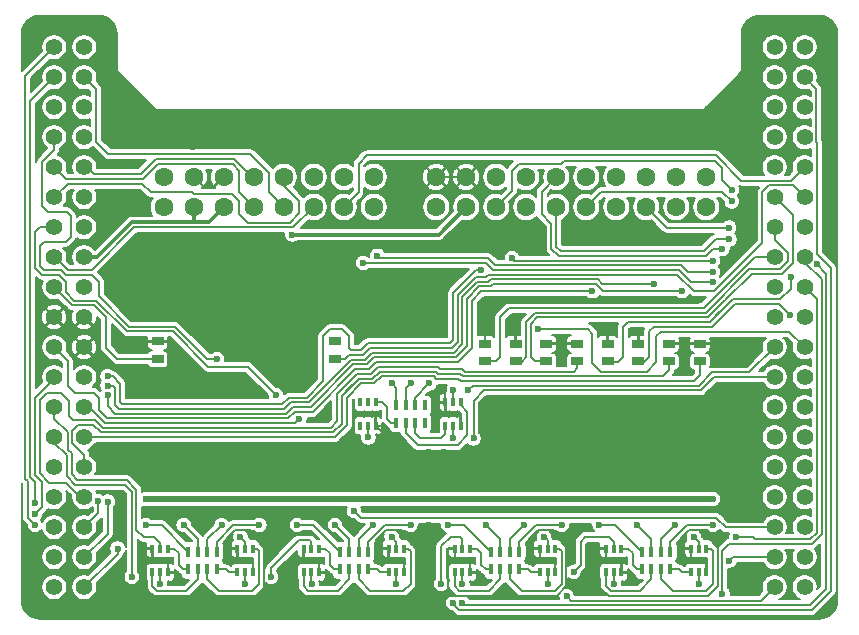
<source format=gbl>
G04 #@! TF.GenerationSoftware,KiCad,Pcbnew,(5.1.9)-1*
G04 #@! TF.CreationDate,2021-09-15T15:10:51+02:00*
G04 #@! TF.ProjectId,Shield-IO,53686965-6c64-42d4-994f-2e6b69636164,rev?*
G04 #@! TF.SameCoordinates,PXd59f80PYd59f80*
G04 #@! TF.FileFunction,Copper,L2,Bot*
G04 #@! TF.FilePolarity,Positive*
%FSLAX46Y46*%
G04 Gerber Fmt 4.6, Leading zero omitted, Abs format (unit mm)*
G04 Created by KiCad (PCBNEW (5.1.9)-1) date 2021-09-15 15:10:51*
%MOMM*%
%LPD*%
G01*
G04 APERTURE LIST*
G04 #@! TA.AperFunction,SMDPad,CuDef*
%ADD10R,0.350000X0.800000*%
G04 #@! TD*
G04 #@! TA.AperFunction,SMDPad,CuDef*
%ADD11R,1.000000X0.700000*%
G04 #@! TD*
G04 #@! TA.AperFunction,ComponentPad*
%ADD12C,1.400000*%
G04 #@! TD*
G04 #@! TA.AperFunction,ComponentPad*
%ADD13C,1.600000*%
G04 #@! TD*
G04 #@! TA.AperFunction,SMDPad,CuDef*
%ADD14R,0.450000X0.950000*%
G04 #@! TD*
G04 #@! TA.AperFunction,ViaPad*
%ADD15C,0.600000*%
G04 #@! TD*
G04 #@! TA.AperFunction,Conductor*
%ADD16C,0.200000*%
G04 #@! TD*
G04 #@! TA.AperFunction,Conductor*
%ADD17C,0.500000*%
G04 #@! TD*
G04 #@! TA.AperFunction,Conductor*
%ADD18C,0.300000*%
G04 #@! TD*
G04 #@! TA.AperFunction,Conductor*
%ADD19C,0.100000*%
G04 #@! TD*
G04 APERTURE END LIST*
D10*
X29800000Y-35200000D03*
X30450000Y-35200000D03*
X29150000Y-35200000D03*
X29150000Y-33200000D03*
X30450000Y-33200000D03*
X29800000Y-33200000D03*
X37000000Y-35200000D03*
X37650000Y-35200000D03*
X36350000Y-35200000D03*
X36350000Y-33200000D03*
X37650000Y-33200000D03*
X37000000Y-33200000D03*
X12200000Y-47600000D03*
X12850000Y-47600000D03*
X11550000Y-47600000D03*
X11550000Y-45600000D03*
X12850000Y-45600000D03*
X12200000Y-45600000D03*
X19400000Y-47600000D03*
X20050000Y-47600000D03*
X18750000Y-47600000D03*
X18750000Y-45600000D03*
X20050000Y-45600000D03*
X19400000Y-45600000D03*
X25000000Y-47600000D03*
X25650000Y-47600000D03*
X24350000Y-47600000D03*
X24350000Y-45600000D03*
X25650000Y-45600000D03*
X25000000Y-45600000D03*
X32200000Y-47600000D03*
X32850000Y-47600000D03*
X31550000Y-47600000D03*
X31550000Y-45600000D03*
X32850000Y-45600000D03*
X32200000Y-45600000D03*
X37800000Y-47600000D03*
X38450000Y-47600000D03*
X37150000Y-47600000D03*
X37150000Y-45600000D03*
X38450000Y-45600000D03*
X37800000Y-45600000D03*
X45000000Y-47600000D03*
X45650000Y-47600000D03*
X44350000Y-47600000D03*
X44350000Y-45600000D03*
X45650000Y-45600000D03*
X45000000Y-45600000D03*
X50600000Y-47600000D03*
X51250000Y-47600000D03*
X49950000Y-47600000D03*
X49950000Y-45600000D03*
X51250000Y-45600000D03*
X50600000Y-45600000D03*
X57800000Y-47600000D03*
X58450000Y-47600000D03*
X57150000Y-47600000D03*
X57150000Y-45600000D03*
X58450000Y-45600000D03*
X57800000Y-45600000D03*
D11*
X57900000Y-29750000D03*
X57900000Y-28250000D03*
X55300000Y-29750000D03*
X55300000Y-28250000D03*
X52700000Y-29750000D03*
X52700000Y-28250000D03*
X50100000Y-29750000D03*
X50100000Y-28250000D03*
X47500000Y-29750000D03*
X47500000Y-28250000D03*
X44900000Y-29750000D03*
X44900000Y-28250000D03*
X42300000Y-29750000D03*
X42300000Y-28250000D03*
X39700000Y-29750000D03*
X39700000Y-28250000D03*
X27000000Y-29550000D03*
X27000000Y-28050000D03*
X12000000Y-29550000D03*
X12000000Y-28050000D03*
D12*
X3230000Y-36160000D03*
X5770000Y-38700000D03*
X3230000Y-41240000D03*
X5770000Y-36160000D03*
X3230000Y-38700000D03*
X5770000Y-43780000D03*
X3230000Y-46320000D03*
X5770000Y-46320000D03*
X3230000Y-48860000D03*
X3230000Y-43780000D03*
X5770000Y-48860000D03*
X5770000Y-41240000D03*
X3230000Y-8220000D03*
X5770000Y-5680000D03*
X3230000Y-5680000D03*
X5770000Y-15840000D03*
X5770000Y-31080000D03*
X5770000Y-3140000D03*
X3230000Y-23460000D03*
X3230000Y-18380000D03*
X3230000Y-3140000D03*
X5770000Y-28540000D03*
X3230000Y-15840000D03*
X5770000Y-13300000D03*
X5770000Y-8220000D03*
X5770000Y-20920000D03*
X3230000Y-13300000D03*
X3230000Y-33620000D03*
X3230000Y-31080000D03*
X3230000Y-28540000D03*
X5770000Y-23460000D03*
X5770000Y-10760000D03*
X5770000Y-33620000D03*
X5770000Y-26000000D03*
X3230000Y-26000000D03*
X3230000Y-20920000D03*
X5770000Y-18380000D03*
X3230000Y-10760000D03*
X64230000Y-36160000D03*
X66770000Y-38700000D03*
X64230000Y-41240000D03*
X66770000Y-36160000D03*
X64230000Y-38700000D03*
X66770000Y-43780000D03*
X64230000Y-46320000D03*
X66770000Y-46320000D03*
X64230000Y-48860000D03*
X64230000Y-43780000D03*
X66770000Y-48860000D03*
X66770000Y-41240000D03*
X64230000Y-8220000D03*
X66770000Y-5680000D03*
X64230000Y-5680000D03*
X66770000Y-15840000D03*
X66770000Y-31080000D03*
X66770000Y-3140000D03*
X64230000Y-23460000D03*
X64230000Y-18380000D03*
X64230000Y-3140000D03*
X66770000Y-28540000D03*
X64230000Y-15840000D03*
X66770000Y-13300000D03*
X66770000Y-8220000D03*
X66770000Y-20920000D03*
X64230000Y-13300000D03*
X64230000Y-33620000D03*
X64230000Y-31080000D03*
X64230000Y-28540000D03*
X66770000Y-23460000D03*
X66770000Y-10760000D03*
X66770000Y-33620000D03*
X66770000Y-26000000D03*
X64230000Y-26000000D03*
X64230000Y-20920000D03*
X66770000Y-18380000D03*
X64230000Y-10760000D03*
D13*
X20130000Y-14130000D03*
X30290000Y-14130000D03*
X27750000Y-14130000D03*
X15050000Y-14130000D03*
X12510000Y-14130000D03*
X25210000Y-14130000D03*
X22670000Y-14130000D03*
X17590000Y-14130000D03*
X12510000Y-16670000D03*
X15050000Y-16670000D03*
X17590000Y-16670000D03*
X20130000Y-16670000D03*
X22670000Y-16670000D03*
X25210000Y-16670000D03*
X27750000Y-16670000D03*
X30290000Y-16670000D03*
X43190000Y-14130000D03*
X53350000Y-14130000D03*
X50810000Y-14130000D03*
X38110000Y-14130000D03*
X55890000Y-14130000D03*
X35570000Y-14130000D03*
X48270000Y-14130000D03*
X45730000Y-14130000D03*
X58430000Y-14130000D03*
X40650000Y-14130000D03*
X55890000Y-16670000D03*
X58430000Y-16670000D03*
X35570000Y-16670000D03*
X38110000Y-16670000D03*
X40650000Y-16670000D03*
X43190000Y-16670000D03*
X45730000Y-16670000D03*
X48270000Y-16670000D03*
X50810000Y-16670000D03*
X53350000Y-16670000D03*
D14*
X53800000Y-47350000D03*
X53800000Y-45850000D03*
X54600000Y-45850000D03*
X54600000Y-47350000D03*
X55400000Y-47350000D03*
X55400000Y-45850000D03*
X53000000Y-45850000D03*
X53000000Y-47350000D03*
X41000000Y-47350000D03*
X41000000Y-45850000D03*
X41800000Y-45850000D03*
X41800000Y-47350000D03*
X42600000Y-47350000D03*
X42600000Y-45850000D03*
X40200000Y-45850000D03*
X40200000Y-47350000D03*
X28200000Y-47350000D03*
X28200000Y-45850000D03*
X29000000Y-45850000D03*
X29000000Y-47350000D03*
X29800000Y-47350000D03*
X29800000Y-45850000D03*
X27400000Y-45850000D03*
X27400000Y-47350000D03*
X15400000Y-47350000D03*
X15400000Y-45850000D03*
X16200000Y-45850000D03*
X16200000Y-47350000D03*
X17000000Y-47350000D03*
X17000000Y-45850000D03*
X14600000Y-45850000D03*
X14600000Y-47350000D03*
X33000000Y-34950000D03*
X33000000Y-33450000D03*
X33800000Y-33450000D03*
X33800000Y-34950000D03*
X34600000Y-34950000D03*
X34600000Y-33450000D03*
X32200000Y-33450000D03*
X32200000Y-34950000D03*
D15*
X61600000Y-48600000D03*
X26024265Y-34575735D03*
X7600000Y-15800000D03*
X41400000Y-49600000D03*
X50000000Y-18600000D03*
X62000000Y-13600000D03*
X62000000Y-15200000D03*
X35000000Y-49600000D03*
X1600000Y-47600000D03*
X27000000Y-24100000D03*
X22000000Y-24100000D03*
X17000000Y-24100000D03*
X12000000Y-24100000D03*
X12000000Y-28050000D03*
X27000000Y-28050000D03*
X39700000Y-28200000D03*
X57900000Y-28200000D03*
X42300000Y-28200000D03*
X44900000Y-28200000D03*
X47500000Y-28200000D03*
X50100000Y-28200000D03*
X52700000Y-28200000D03*
X55300000Y-28200000D03*
X39910000Y-24593000D03*
X42450000Y-24593000D03*
X44990000Y-24593000D03*
X47500000Y-24623000D03*
X50100000Y-24623000D03*
X52610000Y-24593000D03*
X55150000Y-24593000D03*
X57690000Y-24593000D03*
X36200000Y-32200000D03*
X36320000Y-24200000D03*
X36320000Y-23400000D03*
X36320000Y-22600000D03*
X34600000Y-24200000D03*
X34600000Y-23400000D03*
X34600000Y-22600000D03*
X36200000Y-37400000D03*
X4475735Y-41124265D03*
X35000000Y-43600000D03*
X35000000Y-37400000D03*
X15000000Y-11599980D03*
X34400000Y-11600000D03*
X57900000Y-29800000D03*
X55300000Y-29800000D03*
X47500000Y-29800000D03*
X36600000Y-41400000D03*
X39800000Y-41400000D03*
X43000000Y-41400000D03*
X46200000Y-41400000D03*
X23800000Y-41400000D03*
X27000000Y-41400000D03*
X30200000Y-41400000D03*
X33400000Y-41400000D03*
X11000000Y-41400000D03*
X14200000Y-41400000D03*
X17400000Y-41400000D03*
X20600000Y-41400000D03*
X49400000Y-41400000D03*
X52600000Y-41400000D03*
X55800000Y-41400000D03*
X59000000Y-41400000D03*
X23400000Y-19000000D03*
X52700000Y-29800000D03*
X65500000Y-25800000D03*
X57400000Y-44600000D03*
X61000000Y-44600000D03*
X39700000Y-29800000D03*
X57800000Y-48600000D03*
X59800000Y-49400000D03*
X42300000Y-29800000D03*
X50100000Y-29800000D03*
X65600000Y-22600000D03*
X44900000Y-29800000D03*
X7750000Y-31000000D03*
X39400000Y-22000000D03*
X6976439Y-41590577D03*
X12000000Y-29550000D03*
X22000000Y-32600000D03*
X17000000Y-29550000D03*
X60400000Y-19400000D03*
X59800000Y-20200000D03*
X58975735Y-21224265D03*
X42000000Y-20999961D03*
X29824265Y-36175735D03*
X28600000Y-42400000D03*
X37000000Y-36200000D03*
X38736657Y-36268328D03*
X37000000Y-32200000D03*
X38250000Y-32200000D03*
X44200000Y-27000000D03*
X60600000Y-15200000D03*
X27000000Y-29550000D03*
X12200000Y-48575736D03*
X9800000Y-48000000D03*
X54000000Y-23200000D03*
X7775731Y-41624269D03*
X7750000Y-31800000D03*
X47200010Y-47575724D03*
X7750000Y-32600000D03*
X56400000Y-23800000D03*
X8607114Y-45592886D03*
X50624265Y-48575735D03*
X24000000Y-34600000D03*
X19400000Y-48600000D03*
X1600000Y-42700000D03*
X48800000Y-23800000D03*
X1600000Y-41700000D03*
X19000000Y-44600000D03*
X25024265Y-48575735D03*
X60375735Y-18424265D03*
X59000000Y-22200000D03*
X30600000Y-20800000D03*
X60400020Y-46600000D03*
X44700000Y-44600010D03*
X58975700Y-23024229D03*
X29400000Y-21400000D03*
X46607114Y-49607114D03*
X45000000Y-48600000D03*
X60600000Y-16200000D03*
X67808782Y-21520779D03*
X37800000Y-48575736D03*
X37800000Y-50200000D03*
X37000000Y-50200000D03*
X36000000Y-48575734D03*
X32200000Y-48600000D03*
X31800000Y-44600000D03*
X1600000Y-43600000D03*
X21600000Y-47975735D03*
X59000000Y-43600000D03*
X55800000Y-43600000D03*
X52600000Y-43600000D03*
X49400000Y-43600000D03*
X46200000Y-43600000D03*
X43000000Y-43600000D03*
X39800000Y-43600000D03*
X36600000Y-43600000D03*
X33400000Y-43600000D03*
X30200000Y-43600000D03*
X27000000Y-43600000D03*
X23800000Y-43600000D03*
X20600000Y-43600000D03*
X17400000Y-43600000D03*
X14200000Y-43600000D03*
X11000000Y-43600000D03*
X33400000Y-31600000D03*
X35000000Y-31600000D03*
X31800000Y-31600000D03*
D16*
X38450000Y-46850000D02*
X38450000Y-47600000D01*
X45400000Y-46600000D02*
X45650000Y-46850000D01*
X45650000Y-46850000D02*
X45650000Y-47600000D01*
X37400000Y-46600000D02*
X38200000Y-46600000D01*
X38200000Y-46600000D02*
X38450000Y-46850000D01*
X25650000Y-46850000D02*
X25650000Y-47600000D01*
X32600000Y-46600000D02*
X32850000Y-46850000D01*
X24350000Y-46350000D02*
X24600000Y-46600000D01*
X24350000Y-45600000D02*
X24350000Y-46350000D01*
X32850000Y-46850000D02*
X32850000Y-47600000D01*
X24600000Y-46600000D02*
X25400000Y-46600000D01*
X25400000Y-46600000D02*
X25650000Y-46850000D01*
X19800000Y-46600000D02*
X20050000Y-46850000D01*
X20050000Y-46850000D02*
X20050000Y-47600000D01*
X37400000Y-34200000D02*
X37650000Y-34450000D01*
X36350000Y-33950000D02*
X36600000Y-34200000D01*
X37650000Y-34450000D02*
X37650000Y-35200000D01*
X36350000Y-33200000D02*
X36350000Y-33950000D01*
X36600000Y-34200000D02*
X37400000Y-34200000D01*
X58450000Y-46850000D02*
X58450000Y-47600000D01*
X58200000Y-46600000D02*
X58450000Y-46850000D01*
X50200000Y-46600000D02*
X51000000Y-46600000D01*
X51250000Y-46850000D02*
X51250000Y-47600000D01*
X51000000Y-46600000D02*
X51250000Y-46850000D01*
X27000000Y-28050000D02*
X27000000Y-28000000D01*
X39700000Y-28250000D02*
X39700000Y-28200000D01*
X57900000Y-28250000D02*
X57900000Y-28200000D01*
X42300000Y-28250000D02*
X42300000Y-28200000D01*
X44900000Y-28250000D02*
X44900000Y-28200000D01*
X47500000Y-28250000D02*
X47500000Y-28200000D01*
X50100000Y-28250000D02*
X50100000Y-28200000D01*
X52700000Y-28250000D02*
X52700000Y-28200000D01*
X55300000Y-28250000D02*
X55300000Y-28200000D01*
D17*
X57690000Y-24593000D02*
X39910000Y-24593000D01*
D16*
X36350000Y-32350000D02*
X36200000Y-32200000D01*
X36350000Y-33200000D02*
X36350000Y-32350000D01*
X36320000Y-24200000D02*
X34600000Y-24200000D01*
X36320000Y-23400000D02*
X34600000Y-23400000D01*
X36320000Y-22600000D02*
X34600000Y-22600000D01*
X30450000Y-35200000D02*
X32650000Y-37400000D01*
X6800000Y-49600000D02*
X6400000Y-50000000D01*
X6400000Y-50000000D02*
X5200000Y-50000000D01*
X4475735Y-49275735D02*
X4475735Y-41124265D01*
X5200000Y-50000000D02*
X4475735Y-49275735D01*
X35000000Y-37400000D02*
X36200000Y-37400000D01*
X32650000Y-37400000D02*
X35000000Y-37400000D01*
X10800000Y-49600000D02*
X10800000Y-47000000D01*
X14400000Y-49600000D02*
X10800000Y-49600000D01*
X10800000Y-49600000D02*
X6800000Y-49600000D01*
X10800000Y-47000000D02*
X11200000Y-46600000D01*
X12850000Y-46850000D02*
X12850000Y-47600000D01*
X12600000Y-46600000D02*
X12850000Y-46850000D01*
X11550000Y-46550000D02*
X11600000Y-46600000D01*
X11550000Y-45600000D02*
X11550000Y-46550000D01*
X11600000Y-46600000D02*
X12600000Y-46600000D01*
X11200000Y-46600000D02*
X11600000Y-46600000D01*
X25400000Y-46600000D02*
X24000000Y-46600000D01*
X23600000Y-47000000D02*
X24000000Y-46600000D01*
X23600000Y-49600000D02*
X23600000Y-47000000D01*
X35000000Y-49600000D02*
X23600000Y-49600000D01*
X36600000Y-47034998D02*
X37034998Y-46600000D01*
X36600000Y-49600000D02*
X36600000Y-47034998D01*
X36600000Y-49600000D02*
X35000000Y-49600000D01*
X49400000Y-47034998D02*
X49834998Y-46600000D01*
X49834998Y-46600000D02*
X50200000Y-46600000D01*
X49950000Y-46484998D02*
X49834998Y-46600000D01*
X49950000Y-45600000D02*
X49950000Y-46484998D01*
X37150000Y-46550000D02*
X37200000Y-46600000D01*
X37150000Y-45600000D02*
X37150000Y-46550000D01*
X37200000Y-46600000D02*
X37400000Y-46600000D01*
X37034998Y-46600000D02*
X37200000Y-46600000D01*
X33000000Y-44400000D02*
X35000000Y-44400000D01*
X35000000Y-44400000D02*
X35000000Y-43600000D01*
X32600000Y-44000000D02*
X33000000Y-44400000D01*
X35000000Y-49600000D02*
X35000000Y-44400000D01*
X19800000Y-44000000D02*
X21000000Y-45200000D01*
X21000000Y-45200000D02*
X21000000Y-49600000D01*
X21000000Y-49600000D02*
X14400000Y-49600000D01*
X23600000Y-49600000D02*
X21000000Y-49600000D01*
X59400010Y-44888012D02*
X59400010Y-48765689D01*
X58511998Y-44000000D02*
X59400010Y-44888012D01*
X59400010Y-48765689D02*
X58565699Y-49600000D01*
X46600000Y-48765698D02*
X46600000Y-48400000D01*
X45765690Y-49600008D02*
X46600000Y-48765698D01*
X44800008Y-49600008D02*
X45765690Y-49600008D01*
X44800000Y-49600000D02*
X44800008Y-49600008D01*
X44800000Y-49600000D02*
X36600000Y-49600000D01*
X46600000Y-48800000D02*
X49400000Y-48800000D01*
X49400000Y-48800000D02*
X49400000Y-47034998D01*
X46600000Y-48400000D02*
X46600000Y-48800000D01*
X49400000Y-48805170D02*
X50194830Y-49600000D01*
X49400000Y-48800000D02*
X49400000Y-48805170D01*
X50194830Y-49600000D02*
X50600000Y-49600000D01*
X58565699Y-49600000D02*
X50600000Y-49600000D01*
X38110000Y-14130000D02*
X35570000Y-14130000D01*
X19300000Y-46600000D02*
X19800000Y-46600000D01*
X18400000Y-46600000D02*
X17900000Y-46100000D01*
X17900000Y-46100000D02*
X17900000Y-44665698D01*
X18565698Y-44000000D02*
X19800000Y-44000000D01*
X17900000Y-44665698D02*
X18565698Y-44000000D01*
X18750000Y-46550000D02*
X18800000Y-46600000D01*
X18750000Y-45600000D02*
X18750000Y-46550000D01*
X18800000Y-46600000D02*
X18400000Y-46600000D01*
X19300000Y-46600000D02*
X18800000Y-46600000D01*
X32100000Y-46600000D02*
X32600000Y-46600000D01*
X30500000Y-45900000D02*
X30500000Y-44865698D01*
X31200000Y-46600000D02*
X30500000Y-45900000D01*
X31365698Y-44000000D02*
X32600000Y-44000000D01*
X30500000Y-44865698D02*
X31365698Y-44000000D01*
X31550000Y-46550000D02*
X31500000Y-46600000D01*
X31550000Y-45600000D02*
X31550000Y-46550000D01*
X31500000Y-46600000D02*
X31200000Y-46600000D01*
X32100000Y-46600000D02*
X31500000Y-46600000D01*
X44350000Y-46550000D02*
X44400000Y-46600000D01*
X44350000Y-45600000D02*
X44350000Y-46550000D01*
X45400000Y-46600000D02*
X44400000Y-46600000D01*
X46600000Y-46200000D02*
X46600000Y-48400000D01*
X46600000Y-45100000D02*
X46600000Y-46200000D01*
X45500010Y-44000010D02*
X46600000Y-45100000D01*
X44165688Y-44000010D02*
X45500010Y-44000010D01*
X43400000Y-44765698D02*
X44165688Y-44000010D01*
X43400000Y-46200000D02*
X43400000Y-44765698D01*
X43800000Y-46600000D02*
X43400000Y-46200000D01*
X44400000Y-46600000D02*
X43800000Y-46600000D01*
X56700000Y-46600000D02*
X56300000Y-46200000D01*
X56300000Y-46200000D02*
X56300000Y-44665698D01*
X56965698Y-44000000D02*
X58511998Y-44000000D01*
X56300000Y-44665698D02*
X56965698Y-44000000D01*
X57150000Y-46550000D02*
X57200000Y-46600000D01*
X57150000Y-45600000D02*
X57150000Y-46550000D01*
X57200000Y-46600000D02*
X56700000Y-46600000D01*
X58200000Y-46600000D02*
X57200000Y-46600000D01*
X57900000Y-29750000D02*
X57900000Y-29800000D01*
X57900000Y-30899980D02*
X57900000Y-29750000D01*
X28000000Y-32800000D02*
X29200000Y-31600000D01*
X29200000Y-31600000D02*
X30146299Y-31600000D01*
X37800000Y-31399980D02*
X38199980Y-31399980D01*
X57400000Y-31399980D02*
X57900000Y-30899980D01*
X56800020Y-31399980D02*
X57400000Y-31399980D01*
X38199980Y-31399980D02*
X56800020Y-31399980D01*
X28000000Y-34600000D02*
X28000000Y-32800000D01*
X28000000Y-35165699D02*
X28000000Y-34600000D01*
X27005699Y-36160000D02*
X28000000Y-35165699D01*
X5770000Y-36160000D02*
X27005699Y-36160000D01*
X37634311Y-31399980D02*
X38199980Y-31399980D01*
X37434320Y-31199989D02*
X37634311Y-31399980D01*
X35599988Y-31199989D02*
X37434320Y-31199989D01*
X35399998Y-30999999D02*
X35599988Y-31199989D01*
X30946301Y-30999999D02*
X35399998Y-30999999D01*
X30346299Y-31600000D02*
X30946301Y-30999999D01*
X29200002Y-31600000D02*
X30346299Y-31600000D01*
X28000000Y-32800000D02*
X29200002Y-31600000D01*
X28000000Y-35165699D02*
X28000000Y-32800000D01*
X55300000Y-29750000D02*
X55300000Y-29800000D01*
X55300000Y-29750000D02*
X55050000Y-29750000D01*
X4769999Y-36640001D02*
X5529998Y-37400000D01*
X4769999Y-35630001D02*
X4769999Y-36640001D01*
X5770000Y-37630002D02*
X4769999Y-36630001D01*
X5770000Y-38700000D02*
X5770000Y-37630002D01*
X4769999Y-36630001D02*
X4769999Y-35630001D01*
X5282838Y-35117161D02*
X4769999Y-35630001D01*
X29034310Y-31199992D02*
X27834302Y-32400000D01*
X29034311Y-31199990D02*
X30180592Y-31199990D01*
X37619379Y-30799979D02*
X36599979Y-30799979D01*
X54600030Y-30999970D02*
X54800000Y-30999970D01*
X55300000Y-30499970D02*
X55300000Y-29750000D01*
X54800000Y-30999970D02*
X55300000Y-30499970D01*
X54200030Y-30999970D02*
X54800000Y-30999970D01*
X54600030Y-30999970D02*
X54200030Y-30999970D01*
X5717161Y-35117161D02*
X6557171Y-35117161D01*
X5717161Y-35117161D02*
X5282838Y-35117161D01*
X6557171Y-35117161D02*
X7200000Y-35759990D01*
X7200000Y-35759990D02*
X26840010Y-35759990D01*
X27599990Y-32634312D02*
X28117151Y-32117151D01*
X26840010Y-35759990D02*
X27599990Y-35000010D01*
X27599990Y-35000010D02*
X27599990Y-32634312D01*
X28117151Y-32117151D02*
X29034311Y-31199990D01*
X27834302Y-32400000D02*
X28117151Y-32117151D01*
X36400021Y-30799979D02*
X36599979Y-30799979D01*
X35565687Y-30599989D02*
X35765677Y-30799979D01*
X30180600Y-31200000D02*
X30780612Y-30599989D01*
X30180592Y-31199992D02*
X30180600Y-31200000D01*
X29234310Y-31199992D02*
X30180592Y-31199992D01*
X35765676Y-30799979D02*
X37619379Y-30799979D01*
X35565686Y-30599989D02*
X35765676Y-30799979D01*
X34999989Y-30599989D02*
X35565686Y-30599989D01*
X30780612Y-30599989D02*
X34999989Y-30599989D01*
X34999989Y-30599989D02*
X35565687Y-30599989D01*
X35799979Y-30799979D02*
X36400021Y-30799979D01*
X35765677Y-30799979D02*
X35799979Y-30799979D01*
X35999979Y-30799979D02*
X37619379Y-30799979D01*
X54200030Y-30999970D02*
X38200030Y-30999970D01*
X35999979Y-30799979D02*
X35799979Y-30799979D01*
X37619379Y-30799979D02*
X37819370Y-30999970D01*
X37819370Y-30999970D02*
X38200030Y-30999970D01*
X47500000Y-29750000D02*
X47500000Y-29800000D01*
X47200000Y-30599960D02*
X47500000Y-30299960D01*
X47500000Y-30299960D02*
X47500000Y-29800000D01*
X27668622Y-31999982D02*
X28868622Y-30799982D01*
X5770000Y-41240000D02*
X5440000Y-41240000D01*
X29068622Y-30799982D02*
X30014920Y-30799982D01*
X2800000Y-40000000D02*
X2000000Y-39200000D01*
X5440000Y-41240000D02*
X4200000Y-40000000D01*
X2600000Y-32400000D02*
X3800000Y-32400000D01*
X2000000Y-39200000D02*
X2000000Y-33000000D01*
X2000000Y-33000000D02*
X2600000Y-32400000D01*
X4200000Y-40000000D02*
X2800000Y-40000000D01*
X3800000Y-32400000D02*
X4500000Y-33100000D01*
X4500000Y-33100000D02*
X4500000Y-34370000D01*
X4500000Y-34370000D02*
X4847151Y-34717151D01*
X30014918Y-30799984D02*
X30014920Y-30799982D01*
X28868620Y-30799984D02*
X30014918Y-30799984D01*
X27668622Y-31999982D02*
X28868620Y-30799984D01*
X6722860Y-34717151D02*
X4847151Y-34717151D01*
X7365688Y-35359980D02*
X6722860Y-34717151D01*
X26640020Y-35359980D02*
X7365688Y-35359980D01*
X27199980Y-32468623D02*
X27199980Y-34800020D01*
X27199980Y-34800020D02*
X26640020Y-35359980D01*
X28868620Y-30799984D02*
X27199980Y-32468623D01*
X35731375Y-30199979D02*
X35931365Y-30399969D01*
X30614923Y-30199979D02*
X35731375Y-30199979D01*
X30014920Y-30799982D02*
X30614923Y-30199979D01*
X37785068Y-30399969D02*
X35931365Y-30399969D01*
X47200040Y-30599960D02*
X37985059Y-30599960D01*
X47500000Y-30300000D02*
X47200040Y-30599960D01*
X37985059Y-30599960D02*
X37785068Y-30399969D01*
X47500000Y-29750000D02*
X47500000Y-30300000D01*
D17*
X36600000Y-41400000D02*
X39800000Y-41400000D01*
X43000000Y-41400000D02*
X46200000Y-41400000D01*
X39800000Y-41400000D02*
X43000000Y-41400000D01*
X23800000Y-41400000D02*
X27000000Y-41400000D01*
X30200000Y-41400000D02*
X33400000Y-41400000D01*
X27000000Y-41400000D02*
X30200000Y-41400000D01*
X11000000Y-41400000D02*
X14200000Y-41400000D01*
X17400000Y-41400000D02*
X20600000Y-41400000D01*
X14200000Y-41400000D02*
X17400000Y-41400000D01*
X49400000Y-41400000D02*
X52600000Y-41400000D01*
X52600000Y-41400000D02*
X55800000Y-41400000D01*
X55800000Y-41400000D02*
X59000000Y-41400000D01*
X20600000Y-41400000D02*
X23800000Y-41400000D01*
X33400000Y-41400000D02*
X36600000Y-41400000D01*
X49400000Y-41400000D02*
X46200000Y-41400000D01*
D18*
X5770000Y-20920000D02*
X6843590Y-20920000D01*
X6843590Y-20920000D02*
X9813600Y-17949990D01*
X16310010Y-17949990D02*
X17590000Y-16670000D01*
X15050010Y-16670010D02*
X15050000Y-16670000D01*
X15050010Y-17949990D02*
X15050010Y-16670010D01*
X9813600Y-17949990D02*
X15050010Y-17949990D01*
X15050010Y-17949990D02*
X16310010Y-17949990D01*
X35780000Y-19000000D02*
X38110000Y-16670000D01*
X23400000Y-19000000D02*
X35780000Y-19000000D01*
D16*
X52700000Y-29750000D02*
X52700000Y-29800000D01*
X52700000Y-29800000D02*
X53200000Y-29800000D01*
X53200000Y-29800000D02*
X53600000Y-29400000D01*
X53600000Y-27200000D02*
X53976959Y-26823041D01*
X53600000Y-29400000D02*
X53600000Y-27200000D01*
X57776959Y-26823041D02*
X58908355Y-26823041D01*
X53976959Y-26823041D02*
X57776959Y-26823041D01*
X58908355Y-26823041D02*
X60871385Y-24860011D01*
X65500000Y-25789998D02*
X65500000Y-25800000D01*
X64570013Y-24860011D02*
X65500000Y-25789998D01*
X60871385Y-24860011D02*
X64570013Y-24860011D01*
X57800000Y-45000000D02*
X57400000Y-44600000D01*
X57800000Y-45600000D02*
X57800000Y-45000000D01*
X61000000Y-44600000D02*
X62400000Y-44600000D01*
X67800000Y-44230002D02*
X67230002Y-44800000D01*
X67800000Y-24490000D02*
X67800000Y-44230002D01*
X66770000Y-23460000D02*
X67800000Y-24490000D01*
X62600000Y-44800000D02*
X62400000Y-44600000D01*
X67230002Y-44800000D02*
X62600000Y-44800000D01*
X39700000Y-29750000D02*
X39700000Y-29800000D01*
X62533629Y-20920000D02*
X64230000Y-20920000D01*
X58230628Y-25223001D02*
X62533629Y-20920000D01*
X41776999Y-25223001D02*
X58230628Y-25223001D01*
X41000000Y-26000000D02*
X41776999Y-25223001D01*
X41000000Y-29400000D02*
X41000000Y-26000000D01*
X40650000Y-29750000D02*
X41000000Y-29400000D01*
X39700000Y-29750000D02*
X40650000Y-29750000D01*
X57800000Y-47600000D02*
X57800000Y-48600000D01*
X59800020Y-45799980D02*
X59800020Y-48931378D01*
X67395700Y-45200000D02*
X60400000Y-45200000D01*
X68200010Y-44395691D02*
X67395700Y-45200000D01*
X59800020Y-48931378D02*
X59800000Y-48931398D01*
X68200010Y-22800010D02*
X68200010Y-44395691D01*
X59800000Y-48931398D02*
X59800000Y-49400000D01*
X60400000Y-45200000D02*
X59800020Y-45799980D01*
X66770000Y-21370000D02*
X68200010Y-22800010D01*
X66770000Y-20920000D02*
X66770000Y-21370000D01*
X42300000Y-29750000D02*
X42300000Y-29800000D01*
X64230000Y-19439998D02*
X64230000Y-18380000D01*
X65369989Y-20579987D02*
X64230000Y-19439998D01*
X43200000Y-26400000D02*
X43976989Y-25623011D01*
X43200000Y-29400000D02*
X43200000Y-26400000D01*
X42800000Y-29800000D02*
X43200000Y-29400000D01*
X42300000Y-29800000D02*
X42800000Y-29800000D01*
X58396317Y-25623011D02*
X62099327Y-21920001D01*
X56823011Y-25623011D02*
X58396317Y-25623011D01*
X43976989Y-25623011D02*
X56823011Y-25623011D01*
X64710001Y-21920001D02*
X65369989Y-21260013D01*
X62099327Y-21920001D02*
X64710001Y-21920001D01*
X65369989Y-21260013D02*
X65369989Y-20769989D01*
X65369989Y-20769989D02*
X65369989Y-20579987D01*
X50100000Y-29750000D02*
X50100000Y-29800000D01*
X50100000Y-29800000D02*
X51000000Y-29800000D01*
X51000000Y-29800000D02*
X51400000Y-29400000D01*
X51400000Y-26800000D02*
X51776969Y-26423031D01*
X51400000Y-29400000D02*
X51400000Y-26800000D01*
X58727695Y-26423031D02*
X59550726Y-25600000D01*
X58623031Y-26423031D02*
X58727695Y-26423031D01*
X51776969Y-26423031D02*
X58623031Y-26423031D01*
X64710001Y-24460001D02*
X63660001Y-24460001D01*
X65600000Y-23570002D02*
X64710001Y-24460001D01*
X65600000Y-22600000D02*
X65600000Y-23570002D01*
X58376969Y-26423031D02*
X58727695Y-26423031D01*
X58223031Y-26423031D02*
X58742668Y-26423030D01*
X51776969Y-26423031D02*
X58223031Y-26423031D01*
X58223031Y-26423031D02*
X58376969Y-26423031D01*
X60705697Y-24460001D02*
X62460001Y-24460001D01*
X58742668Y-26423030D02*
X60705697Y-24460001D01*
X62460001Y-24460001D02*
X64710001Y-24460001D01*
X44900000Y-29750000D02*
X44900000Y-29800000D01*
X65769999Y-21425702D02*
X65769999Y-17379999D01*
X64875690Y-22320011D02*
X65769999Y-21425702D01*
X60049285Y-24550715D02*
X62279989Y-22320011D01*
X62279989Y-22320011D02*
X64875690Y-22320011D01*
X60034311Y-24550715D02*
X60049285Y-24550715D01*
X58562006Y-26023021D02*
X60034311Y-24550715D01*
X44142677Y-26023021D02*
X58562006Y-26023021D01*
X43600000Y-29400000D02*
X43600000Y-26565698D01*
X43950000Y-29750000D02*
X43600000Y-29400000D01*
X65769999Y-17379999D02*
X64230000Y-15840000D01*
X43600000Y-26565698D02*
X44142677Y-26023021D01*
X44900000Y-29750000D02*
X43950000Y-29750000D01*
X8174264Y-31000000D02*
X8800010Y-31625746D01*
X7750000Y-31000000D02*
X8174264Y-31000000D01*
X8800010Y-33200010D02*
X8959930Y-33359930D01*
X8800010Y-31625746D02*
X8800010Y-33200010D01*
X22542976Y-33359930D02*
X23102906Y-32800000D01*
X8959930Y-33359930D02*
X22542976Y-33359930D01*
X23102906Y-32800000D02*
X24600000Y-32800000D01*
X24600000Y-32800000D02*
X26000000Y-31400000D01*
X26000000Y-31400000D02*
X26000000Y-27659998D01*
X36999961Y-26937247D02*
X36999963Y-23937244D01*
X38937203Y-22000000D02*
X36999963Y-23937240D01*
X39400000Y-22000000D02*
X38937203Y-22000000D01*
X36737279Y-28199929D02*
X36999962Y-27937246D01*
X29186474Y-28799934D02*
X29786478Y-28199929D01*
X29786478Y-28199929D02*
X36737279Y-28199929D01*
X28200000Y-27600000D02*
X28200000Y-28600000D01*
X27600000Y-27000000D02*
X28200000Y-27600000D01*
X26600000Y-27000000D02*
X27600000Y-27000000D01*
X36999962Y-27937246D02*
X36999962Y-26199962D01*
X26000000Y-27659998D02*
X26000000Y-27600000D01*
X28200000Y-28600000D02*
X28399934Y-28799934D01*
X26000000Y-27600000D02*
X26600000Y-27000000D01*
X36999962Y-26199962D02*
X36999961Y-26937247D01*
X28399934Y-28799934D02*
X29186474Y-28799934D01*
X36999963Y-23937240D02*
X36999962Y-26199962D01*
X6976439Y-42573561D02*
X6976439Y-41590577D01*
X5770000Y-43780000D02*
X6976439Y-42573561D01*
X12000000Y-29550000D02*
X8550000Y-29550000D01*
X8550000Y-29550000D02*
X7600000Y-28600000D01*
X7600000Y-28600000D02*
X7600000Y-26000000D01*
X4769999Y-24999999D02*
X3230000Y-23460000D01*
X6599999Y-24999999D02*
X4769999Y-24999999D01*
X7600000Y-26000000D02*
X6599999Y-24999999D01*
X2020000Y-18380000D02*
X3230000Y-18380000D01*
X1600000Y-18800000D02*
X2020000Y-18380000D01*
X13259998Y-27200000D02*
X9400000Y-27200000D01*
X3650002Y-22400000D02*
X2200000Y-22400000D01*
X16259999Y-30200001D02*
X13259998Y-27200000D01*
X4935687Y-24599989D02*
X4230001Y-23894303D01*
X9400000Y-27200000D02*
X6799989Y-24599989D01*
X6799989Y-24599989D02*
X4935687Y-24599989D01*
X1600000Y-21800000D02*
X1600000Y-18800000D01*
X4230001Y-23894303D02*
X4230001Y-22979999D01*
X4230001Y-22979999D02*
X3650002Y-22400000D01*
X2200000Y-22400000D02*
X1600000Y-21800000D01*
X19600001Y-30200001D02*
X22000000Y-32600000D01*
X16259999Y-30200001D02*
X19600001Y-30200001D01*
X3230000Y-11819998D02*
X3230000Y-10760000D01*
X2200000Y-16600000D02*
X2200000Y-12849998D01*
X2700000Y-17100000D02*
X2200000Y-16600000D01*
X4300000Y-17100000D02*
X2700000Y-17100000D01*
X2200000Y-12849998D02*
X3230000Y-11819998D01*
X4630011Y-19169989D02*
X4630011Y-17430011D01*
X4200000Y-19600000D02*
X4630011Y-19169989D01*
X17000000Y-29550000D02*
X16175696Y-29550000D01*
X13425696Y-26800000D02*
X9565698Y-26800000D01*
X9565698Y-26800000D02*
X7000000Y-24234302D01*
X7000000Y-24234302D02*
X7000000Y-23000000D01*
X16175696Y-29550000D02*
X13425696Y-26800000D01*
X2000010Y-19999990D02*
X2400000Y-19600000D01*
X2000010Y-21634312D02*
X2000010Y-19999990D01*
X4630011Y-17430011D02*
X4300000Y-17100000D01*
X2365698Y-22000000D02*
X2000010Y-21634312D01*
X2400000Y-19600000D02*
X4200000Y-19600000D01*
X2800000Y-22000000D02*
X2800008Y-21999992D01*
X2800008Y-21999992D02*
X3815692Y-21999992D01*
X2800000Y-22000000D02*
X2365698Y-22000000D01*
X3815692Y-21999992D02*
X4215700Y-22400000D01*
X6400000Y-22400000D02*
X7000000Y-23000000D01*
X4215700Y-22400000D02*
X6400000Y-22400000D01*
X60400000Y-19400000D02*
X59234242Y-19400001D01*
X59234242Y-19400001D02*
X58234312Y-20399931D01*
X58234312Y-20399931D02*
X46099931Y-20399931D01*
X45730000Y-20030000D02*
X45730000Y-16670000D01*
X46099931Y-20399931D02*
X45730000Y-20030000D01*
X58400000Y-20799941D02*
X58999941Y-20200000D01*
X45934242Y-20799941D02*
X58400000Y-20799941D01*
X45329990Y-20195689D02*
X45934242Y-20799941D01*
X45329990Y-18129990D02*
X45329990Y-20195689D01*
X58999941Y-20200000D02*
X59800000Y-20200000D01*
X44500000Y-17300000D02*
X45329990Y-18129990D01*
X44500000Y-15360000D02*
X44500000Y-17300000D01*
X45730000Y-14130000D02*
X44500000Y-15360000D01*
X58975735Y-21224265D02*
X58951421Y-21199951D01*
X42199990Y-21199951D02*
X42000000Y-20999961D01*
X58951421Y-21199951D02*
X42199990Y-21199951D01*
X29800000Y-36151470D02*
X29824265Y-36175735D01*
X29800000Y-35200000D02*
X29800000Y-36151470D01*
X64210000Y-43800000D02*
X64230000Y-43780000D01*
X60088002Y-43800000D02*
X64210000Y-43800000D01*
X59288001Y-42999999D02*
X60088002Y-43800000D01*
X29200000Y-43000000D02*
X59288001Y-42999999D01*
X28600000Y-42400000D02*
X29200000Y-43000000D01*
X59120000Y-31080000D02*
X58000000Y-32200000D01*
X59120001Y-31080000D02*
X59320000Y-31080000D01*
X58000001Y-32200000D02*
X59120001Y-31080000D01*
X56200000Y-32200000D02*
X58000001Y-32200000D01*
X59320000Y-31080000D02*
X59120000Y-31080000D01*
X64230000Y-31080000D02*
X59320000Y-31080000D01*
X37000000Y-35200000D02*
X37000000Y-36200000D01*
X38736657Y-36268328D02*
X38736657Y-33063343D01*
X39600000Y-32200000D02*
X41600000Y-32200000D01*
X38736657Y-33063343D02*
X39600000Y-32200000D01*
X56200000Y-32200000D02*
X41600000Y-32200000D01*
X37000000Y-33200000D02*
X37000000Y-32200000D01*
X38250000Y-32200000D02*
X38650010Y-31799990D01*
X57834312Y-31799990D02*
X58954311Y-30679990D01*
X62090010Y-30679990D02*
X64230000Y-28540000D01*
X58954311Y-30679990D02*
X62090010Y-30679990D01*
X38650010Y-31799990D02*
X38999990Y-31799990D01*
X38800000Y-31799990D02*
X38999990Y-31799990D01*
X57200010Y-31799990D02*
X57834312Y-31799990D01*
X38999990Y-31799990D02*
X57200010Y-31799990D01*
X65453051Y-27223051D02*
X66770000Y-28540000D01*
X54576949Y-27223051D02*
X65453051Y-27223051D01*
X54200000Y-27600000D02*
X54576949Y-27223051D01*
X54200000Y-29800000D02*
X54200000Y-27600000D01*
X53400040Y-30599960D02*
X54200000Y-29800000D01*
X48800000Y-29840002D02*
X49559958Y-30599960D01*
X49559958Y-30599960D02*
X53400040Y-30599960D01*
X48800000Y-27400000D02*
X48800000Y-29840002D01*
X48400000Y-27000000D02*
X48800000Y-27400000D01*
X44200000Y-27000000D02*
X48400000Y-27000000D01*
X60600000Y-15200000D02*
X59800000Y-14400000D01*
X59800000Y-14400000D02*
X59800000Y-13400000D01*
X59800000Y-13400000D02*
X59200000Y-12800000D01*
X46170001Y-13029999D02*
X42570001Y-13029999D01*
X46400000Y-12800000D02*
X46170001Y-13029999D01*
X59200000Y-12800000D02*
X46400000Y-12800000D01*
X42570001Y-13029999D02*
X42000000Y-13600000D01*
X42000000Y-15320000D02*
X40650000Y-16670000D01*
X42000000Y-13600000D02*
X42000000Y-15320000D01*
X27000000Y-29550000D02*
X27000000Y-29600000D01*
X65769999Y-14839999D02*
X66770000Y-15840000D01*
X63749999Y-14839999D02*
X65769999Y-14839999D01*
X63200000Y-15389998D02*
X63749999Y-14839999D01*
X63200000Y-19687931D02*
X63200000Y-15389998D01*
X59087931Y-23800000D02*
X63200000Y-19687931D01*
X27000000Y-29550000D02*
X27855809Y-29550000D01*
X36902967Y-28599939D02*
X37399971Y-28102935D01*
X57400000Y-23800000D02*
X59087931Y-23800000D01*
X38902905Y-22600000D02*
X39800000Y-22600000D01*
X27855809Y-29550000D02*
X28205864Y-29199944D01*
X28205864Y-29199944D02*
X29352162Y-29199944D01*
X29952167Y-28599939D02*
X36902967Y-28599939D01*
X37399971Y-28102935D02*
X37399971Y-24102931D01*
X29352162Y-29199944D02*
X29952167Y-28599939D01*
X37399971Y-24102931D02*
X37902914Y-23599991D01*
X55999981Y-22399981D02*
X57400000Y-23800000D01*
X39800000Y-22600000D02*
X40000019Y-22399981D01*
X37902914Y-23599991D02*
X38902905Y-22600000D01*
X40000019Y-22399981D02*
X55999981Y-22399981D01*
X9234312Y-40200010D02*
X9799992Y-40765690D01*
X5034311Y-40200010D02*
X9234312Y-40200010D01*
X4299990Y-39465689D02*
X5034311Y-40200010D01*
X3230001Y-36630001D02*
X4299990Y-37699990D01*
X4299990Y-37699990D02*
X4299990Y-39465689D01*
X3230000Y-36160000D02*
X3230001Y-36630001D01*
X12200000Y-47600000D02*
X12200000Y-48575736D01*
X9800000Y-44400016D02*
X9799992Y-44400008D01*
X9800000Y-48000000D02*
X9800000Y-44400016D01*
X9799992Y-40765690D02*
X9799992Y-44400008D01*
X49653700Y-23200000D02*
X54000000Y-23200000D01*
X49253691Y-22799991D02*
X49653700Y-23200000D01*
X40200009Y-22799991D02*
X49253691Y-22799991D01*
X40000000Y-23000000D02*
X40200009Y-22799991D01*
X39068603Y-23000000D02*
X40000000Y-23000000D01*
X8174264Y-31800000D02*
X8400000Y-32025736D01*
X23268604Y-33200000D02*
X24771508Y-33200000D01*
X8400000Y-32025736D02*
X8400000Y-33400000D01*
X8400000Y-33400000D02*
X8759940Y-33759940D01*
X30117856Y-28999949D02*
X37068655Y-28999949D01*
X8759940Y-33759940D02*
X22708664Y-33759940D01*
X37799980Y-24268622D02*
X39068603Y-23000000D01*
X24771508Y-33200000D02*
X28371553Y-29599954D01*
X7750000Y-31800000D02*
X8174264Y-31800000D01*
X37068655Y-28999949D02*
X37799980Y-28268624D01*
X28371553Y-29599954D02*
X29517851Y-29599954D01*
X29517851Y-29599954D02*
X30117856Y-28999949D01*
X22708664Y-33759940D02*
X23268604Y-33200000D01*
X37799980Y-28268624D02*
X37799980Y-24268622D01*
X7775731Y-44314269D02*
X7775731Y-41624269D01*
X5770000Y-46320000D02*
X7775731Y-44314269D01*
X50600000Y-45600000D02*
X50600000Y-45000000D01*
X50600000Y-45000000D02*
X50200000Y-44600000D01*
X50200000Y-44600000D02*
X48200000Y-44600000D01*
X48200000Y-44600000D02*
X47800000Y-45000000D01*
X47800000Y-46975734D02*
X47200010Y-47575724D01*
X47800000Y-45000000D02*
X47800000Y-46975734D01*
X7750000Y-33550000D02*
X7750000Y-32600000D01*
X56400000Y-23800000D02*
X49688002Y-23800000D01*
X49688002Y-23800000D02*
X49088001Y-23199999D01*
X22874352Y-34159950D02*
X8359950Y-34159950D01*
X49088001Y-23199999D02*
X40400001Y-23199999D01*
X40400001Y-23199999D02*
X40200000Y-23400000D01*
X28537242Y-29999964D02*
X24937207Y-33600000D01*
X40200000Y-23400000D02*
X39234301Y-23400000D01*
X39234301Y-23400000D02*
X38199990Y-24434311D01*
X8359950Y-34159950D02*
X7750000Y-33550000D01*
X38199990Y-24434311D02*
X38199990Y-28434312D01*
X38199990Y-28434312D02*
X37234343Y-29399959D01*
X37234343Y-29399959D02*
X30283545Y-29399959D01*
X30283545Y-29399959D02*
X29683540Y-29999964D01*
X29683540Y-29999964D02*
X28537242Y-29999964D01*
X23434302Y-33600000D02*
X22874352Y-34159950D01*
X24937207Y-33600000D02*
X23434302Y-33600000D01*
X8607114Y-46022886D02*
X8607114Y-45592886D01*
X5770000Y-48860000D02*
X8607114Y-46022886D01*
X50600000Y-48551470D02*
X50624265Y-48575735D01*
X50600000Y-47600000D02*
X50600000Y-48551470D01*
X4700000Y-39300000D02*
X5200000Y-39800000D01*
X10800000Y-44600000D02*
X11665002Y-44600000D01*
X10200000Y-41000000D02*
X10200000Y-44000000D01*
X3230000Y-33620000D02*
X3230000Y-34609949D01*
X10200000Y-44000000D02*
X10800000Y-44600000D01*
X12200000Y-45134998D02*
X12200000Y-45600000D01*
X9400000Y-39800000D02*
X10200000Y-40600000D01*
X10200000Y-40600000D02*
X10200000Y-41000000D01*
X11665002Y-44600000D02*
X12200000Y-45134998D01*
X5200000Y-39800000D02*
X9400000Y-39800000D01*
X4700000Y-37534302D02*
X4700000Y-39300000D01*
X4369989Y-37204291D02*
X4700000Y-37534302D01*
X4369989Y-35749938D02*
X4369989Y-37204291D01*
X3230000Y-34609949D02*
X4369989Y-35749938D01*
X5770000Y-33620000D02*
X6220000Y-33620000D01*
X6220000Y-33620000D02*
X7559970Y-34959970D01*
X23640030Y-34959970D02*
X24000000Y-34600000D01*
X7559970Y-34959970D02*
X23640030Y-34959970D01*
X19400000Y-47600000D02*
X19400000Y-48600000D01*
X2200000Y-39965698D02*
X1600000Y-39365698D01*
X3230000Y-31204301D02*
X3230000Y-31080000D01*
X1600000Y-32834301D02*
X3230000Y-31204301D01*
X1600000Y-39365698D02*
X1600000Y-32834301D01*
X2200000Y-42100000D02*
X2200000Y-41600000D01*
X1600000Y-42700000D02*
X2200000Y-42100000D01*
X2200000Y-41600000D02*
X2200000Y-39965698D01*
X38600000Y-24600000D02*
X39400000Y-23800000D01*
X30449234Y-29799969D02*
X37400031Y-29799969D01*
X30024601Y-30224601D02*
X30449234Y-29799969D01*
X37400031Y-29799969D02*
X38600000Y-28600000D01*
X5000000Y-32400000D02*
X6600000Y-32400000D01*
X4400000Y-29710000D02*
X4400000Y-31800000D01*
X4400000Y-31800000D02*
X5000000Y-32400000D01*
X39400000Y-23800000D02*
X48800000Y-23800000D01*
X6600000Y-32400000D02*
X7000000Y-32800000D01*
X23600000Y-34000000D02*
X25102904Y-34000000D01*
X7000000Y-32800000D02*
X7000000Y-33834302D01*
X7000000Y-33834302D02*
X7725658Y-34559960D01*
X7725658Y-34559960D02*
X23040040Y-34559960D01*
X25102904Y-34000000D02*
X28702931Y-30399974D01*
X3230000Y-28540000D02*
X4400000Y-29710000D01*
X23040040Y-34559960D02*
X23600000Y-34000000D01*
X38600000Y-28600000D02*
X38600000Y-24600000D01*
X28702931Y-30399974D02*
X29849229Y-30399974D01*
X29849229Y-30399974D02*
X30024601Y-30224601D01*
X23480000Y-18400000D02*
X25210000Y-16670000D01*
X10000000Y-18400000D02*
X23480000Y-18400000D01*
X6400000Y-22000000D02*
X10000000Y-18400000D01*
X4381398Y-22000000D02*
X6400000Y-22000000D01*
X3301399Y-20920001D02*
X4381398Y-22000000D01*
X3230000Y-20920000D02*
X3301399Y-20920001D01*
X10711997Y-14300001D02*
X12011998Y-13000000D01*
X4230001Y-14300001D02*
X10711997Y-14300001D01*
X3230000Y-13300000D02*
X4230001Y-14300001D01*
X17200000Y-13000000D02*
X17229999Y-13029999D01*
X17229999Y-13029999D02*
X18329999Y-13029999D01*
X12011998Y-13000000D02*
X17200000Y-13000000D01*
X18329999Y-13029999D02*
X18900000Y-13600000D01*
X18900000Y-15440000D02*
X20130000Y-16670000D01*
X18900000Y-13600000D02*
X18900000Y-15440000D01*
X6000000Y-13300000D02*
X6599991Y-13899991D01*
X5770000Y-13300000D02*
X6000000Y-13300000D01*
X10546309Y-13899991D02*
X11846309Y-12599990D01*
X6599991Y-13899991D02*
X10546309Y-13899991D01*
X19995699Y-14130000D02*
X20130000Y-14130000D01*
X18465689Y-12599990D02*
X19995699Y-14130000D01*
X11846309Y-12599990D02*
X18465689Y-12599990D01*
X1199992Y-7710008D02*
X3230000Y-5680000D01*
X1199992Y-39531388D02*
X1199992Y-7710008D01*
X1600000Y-39931396D02*
X1199992Y-39531388D01*
X1600000Y-41700000D02*
X1600000Y-39931396D01*
X19400000Y-45000000D02*
X19000000Y-44600000D01*
X19400000Y-45600000D02*
X19400000Y-45000000D01*
X22670000Y-16670000D02*
X21400000Y-15400000D01*
X21400000Y-13771998D02*
X19827982Y-12199980D01*
X21400000Y-15400000D02*
X21400000Y-13771998D01*
X19827982Y-12199980D02*
X7799980Y-12199980D01*
X7799980Y-12199980D02*
X6800000Y-11200000D01*
X6800000Y-6710000D02*
X5770000Y-5680000D01*
X6800000Y-11200000D02*
X6800000Y-6710000D01*
X3230000Y-15840000D02*
X4369989Y-14700011D01*
X22670000Y-14870000D02*
X22670000Y-14130000D01*
X4369989Y-14700011D02*
X10700011Y-14700011D01*
X10700011Y-14700011D02*
X11400000Y-15400000D01*
X11400000Y-15400000D02*
X14900000Y-15400000D01*
X23200000Y-18000000D02*
X24000000Y-17200000D01*
X14900000Y-15400000D02*
X15069999Y-15569999D01*
X24000000Y-16200000D02*
X22670000Y-14870000D01*
X18269999Y-15569999D02*
X18900000Y-16200000D01*
X15069999Y-15569999D02*
X18269999Y-15569999D01*
X18900000Y-16200000D02*
X18900000Y-17300000D01*
X18900000Y-17300000D02*
X19600000Y-18000000D01*
X24000000Y-17200000D02*
X24000000Y-16200000D01*
X19600000Y-18000000D02*
X23200000Y-18000000D01*
X25000000Y-48551470D02*
X25024265Y-48575735D01*
X25000000Y-47600000D02*
X25000000Y-48551470D01*
X55104265Y-18424265D02*
X53350000Y-16670000D01*
X60375735Y-18424265D02*
X55104265Y-18424265D01*
X59000000Y-22200000D02*
X56931396Y-22200000D01*
X56931396Y-22200000D02*
X56331359Y-21599961D01*
X56331359Y-21599961D02*
X42200000Y-21599961D01*
X40565659Y-21599961D02*
X39965698Y-21000000D01*
X42200000Y-21599961D02*
X40565659Y-21599961D01*
X30800000Y-21000000D02*
X30600000Y-20800000D01*
X39965698Y-21000000D02*
X30800000Y-21000000D01*
X60680020Y-46320000D02*
X60400020Y-46600000D01*
X64230000Y-46320000D02*
X60680020Y-46320000D01*
X45000000Y-44900010D02*
X44700000Y-44600010D01*
X45000000Y-45600000D02*
X45000000Y-44900010D01*
X40399971Y-21999971D02*
X56165670Y-21999971D01*
X39800000Y-21400000D02*
X40399971Y-21999971D01*
X56165670Y-21999971D02*
X57189927Y-23024229D01*
X29400000Y-21400000D02*
X39800000Y-21400000D01*
X57189927Y-23024229D02*
X58975700Y-23024229D01*
X64230000Y-48860000D02*
X63090000Y-50000000D01*
X47000000Y-50000000D02*
X46607114Y-49607114D01*
X63090000Y-50000000D02*
X47000000Y-50000000D01*
X45000000Y-48600000D02*
X45000000Y-47600000D01*
X49540000Y-15400000D02*
X48270000Y-16670000D01*
X59800000Y-15400000D02*
X49540000Y-15400000D01*
X60600000Y-16200000D02*
X59800000Y-15400000D01*
X37800000Y-47600000D02*
X37800000Y-48575736D01*
X68600020Y-22312017D02*
X67808782Y-21520779D01*
X68600020Y-49000020D02*
X68600020Y-22312017D01*
X67200040Y-50400000D02*
X68600020Y-49000020D01*
X38000000Y-50400000D02*
X67200040Y-50400000D01*
X37800000Y-50200000D02*
X38000000Y-50400000D01*
X29000000Y-13000000D02*
X29000000Y-15420000D01*
X59265697Y-12299999D02*
X29700001Y-12299999D01*
X61405687Y-14439989D02*
X59265697Y-12299999D01*
X29000000Y-15420000D02*
X27750000Y-16670000D01*
X29700001Y-12299999D02*
X29000000Y-13000000D01*
X65630011Y-14439989D02*
X61405687Y-14439989D01*
X66770000Y-13300000D02*
X65630011Y-14439989D01*
X67770001Y-6680001D02*
X66770000Y-5680000D01*
X67770001Y-11170001D02*
X67770001Y-6680001D01*
X67800000Y-11200000D02*
X67770001Y-11170001D01*
X69000030Y-21863498D02*
X67800000Y-20663468D01*
X67800000Y-20663468D02*
X67800000Y-11200000D01*
X69000030Y-47599970D02*
X69000030Y-21863498D01*
X69000030Y-47599970D02*
X69000030Y-48399970D01*
X69000030Y-48399970D02*
X69000030Y-49165709D01*
X69000030Y-49165709D02*
X68882869Y-49282869D01*
X68882869Y-49282869D02*
X67565739Y-50600000D01*
X36000000Y-48575734D02*
X36000000Y-45400000D01*
X36000000Y-45400000D02*
X36800000Y-44600000D01*
X36800000Y-44600000D02*
X37600000Y-44600000D01*
X37800000Y-44800000D02*
X37800000Y-45600000D01*
X37600000Y-44600000D02*
X37800000Y-44800000D01*
X67882869Y-50282869D02*
X68882869Y-49282869D01*
X67365737Y-50800001D02*
X67882869Y-50282869D01*
X37511999Y-50800001D02*
X67365737Y-50800001D01*
X37000000Y-50288002D02*
X37511999Y-50800001D01*
X37000000Y-50200000D02*
X37000000Y-50288002D01*
X32200000Y-48600000D02*
X32200000Y-47600000D01*
X32200000Y-45000000D02*
X31800000Y-44600000D01*
X32200000Y-45600000D02*
X32200000Y-45000000D01*
X799982Y-39697077D02*
X799982Y-5570018D01*
X1000000Y-39897095D02*
X799982Y-39697077D01*
X799982Y-5570018D02*
X3230000Y-3140000D01*
X1000000Y-43000000D02*
X1000000Y-39897095D01*
X1600000Y-43600000D02*
X1000000Y-43000000D01*
X21600000Y-47234998D02*
X21600000Y-47975735D01*
X23934999Y-44899999D02*
X21600000Y-47234998D01*
X24899999Y-44899999D02*
X23934999Y-44899999D01*
X25000000Y-45000000D02*
X24899999Y-44899999D01*
X25000000Y-45600000D02*
X25000000Y-45000000D01*
X55400000Y-45850000D02*
X55400000Y-45000000D01*
X56800000Y-43600000D02*
X59000000Y-43600000D01*
X55400000Y-45000000D02*
X56800000Y-43600000D01*
X54600000Y-44800000D02*
X55800000Y-43600000D01*
X54600000Y-45850000D02*
X54600000Y-44800000D01*
X53800000Y-44800000D02*
X52600000Y-43600000D01*
X53800000Y-45850000D02*
X53800000Y-44800000D01*
X50750000Y-43600000D02*
X49400000Y-43600000D01*
X53000000Y-45850000D02*
X50750000Y-43600000D01*
X44000000Y-43600000D02*
X46200000Y-43600000D01*
X42600000Y-45000000D02*
X44000000Y-43600000D01*
X42600000Y-45850000D02*
X42600000Y-45000000D01*
X41800000Y-45850000D02*
X41800000Y-44800000D01*
X41800000Y-44800000D02*
X43000000Y-43600000D01*
X41000000Y-44800000D02*
X39800000Y-43600000D01*
X41000000Y-45850000D02*
X41000000Y-44800000D01*
X37950000Y-43600000D02*
X36600000Y-43600000D01*
X40200000Y-45850000D02*
X37950000Y-43600000D01*
X31200000Y-43600000D02*
X33400000Y-43600000D01*
X29800000Y-45000000D02*
X31200000Y-43600000D01*
X29800000Y-45850000D02*
X29800000Y-45000000D01*
X29000000Y-45850000D02*
X29000000Y-44800000D01*
X29000000Y-44800000D02*
X30200000Y-43600000D01*
X28200000Y-44800000D02*
X27000000Y-43600000D01*
X28200000Y-45850000D02*
X28200000Y-44800000D01*
X25150000Y-43600000D02*
X23800000Y-43600000D01*
X27400000Y-45850000D02*
X25150000Y-43600000D01*
X18400000Y-43600000D02*
X20600000Y-43600000D01*
X17000000Y-45000000D02*
X18400000Y-43600000D01*
X17000000Y-45850000D02*
X17000000Y-45000000D01*
X16200000Y-45850000D02*
X16200000Y-44800000D01*
X16200000Y-44800000D02*
X17400000Y-43600000D01*
X15400000Y-44800000D02*
X14200000Y-43600000D01*
X15400000Y-45850000D02*
X15400000Y-44800000D01*
X12350000Y-43600000D02*
X11000000Y-43600000D01*
X14600000Y-45850000D02*
X12350000Y-43600000D01*
X50336264Y-49175736D02*
X52824264Y-49175736D01*
X49950000Y-48789472D02*
X50336264Y-49175736D01*
X49950000Y-47600000D02*
X49950000Y-48789472D01*
X53800000Y-48200000D02*
X53800000Y-47350000D01*
X52824264Y-49175736D02*
X53800000Y-48200000D01*
X54600000Y-48200000D02*
X54600000Y-47350000D01*
X58400000Y-49200000D02*
X55600000Y-49200000D01*
X59000000Y-48600000D02*
X58400000Y-49200000D01*
X55600000Y-49200000D02*
X54600000Y-48200000D01*
X59000000Y-45800000D02*
X59000000Y-48600000D01*
X58800000Y-45600000D02*
X59000000Y-45800000D01*
X58450000Y-45600000D02*
X58800000Y-45600000D01*
X55400000Y-47350000D02*
X56150000Y-47350000D01*
X56400000Y-47600000D02*
X57150000Y-47600000D01*
X56150000Y-47350000D02*
X56400000Y-47600000D01*
X51250000Y-45600000D02*
X51800000Y-45600000D01*
X51800000Y-45600000D02*
X52200000Y-46000000D01*
X52550000Y-47350000D02*
X52200000Y-47000000D01*
X53000000Y-47350000D02*
X52550000Y-47350000D01*
X52200000Y-46000000D02*
X52200000Y-47000000D01*
X39750000Y-47350000D02*
X39400000Y-47000000D01*
X40200000Y-47350000D02*
X39750000Y-47350000D01*
X38450000Y-45600000D02*
X39000000Y-45600000D01*
X39000000Y-45600000D02*
X39400000Y-46000000D01*
X39400000Y-46000000D02*
X39400000Y-47000000D01*
X42600000Y-47350000D02*
X43350000Y-47350000D01*
X43600000Y-47600000D02*
X44350000Y-47600000D01*
X43350000Y-47350000D02*
X43600000Y-47600000D01*
X41800000Y-48200000D02*
X41800000Y-47350000D01*
X45600000Y-49200000D02*
X42800000Y-49200000D01*
X46200000Y-48600000D02*
X45600000Y-49200000D01*
X42800000Y-49200000D02*
X41800000Y-48200000D01*
X46000000Y-45600000D02*
X46200000Y-45800000D01*
X45650000Y-45600000D02*
X46000000Y-45600000D01*
X46200000Y-45800000D02*
X46200000Y-48600000D01*
X37150000Y-47600000D02*
X37150000Y-48789472D01*
X37536264Y-49175736D02*
X40024264Y-49175736D01*
X41000000Y-48200000D02*
X41000000Y-47350000D01*
X40024264Y-49175736D02*
X41000000Y-48200000D01*
X37150000Y-48789472D02*
X37536264Y-49175736D01*
X26950000Y-47350000D02*
X26600000Y-47000000D01*
X27400000Y-47350000D02*
X26950000Y-47350000D01*
X25650000Y-45600000D02*
X26200000Y-45600000D01*
X26200000Y-45600000D02*
X26600000Y-46000000D01*
X26600000Y-46000000D02*
X26600000Y-47000000D01*
X29800000Y-47350000D02*
X30550000Y-47350000D01*
X30800000Y-47600000D02*
X31550000Y-47600000D01*
X30550000Y-47350000D02*
X30800000Y-47600000D01*
X29000000Y-48200000D02*
X29000000Y-47350000D01*
X32800000Y-49200000D02*
X30000000Y-49200000D01*
X33400000Y-48600000D02*
X32800000Y-49200000D01*
X30000000Y-49200000D02*
X29000000Y-48200000D01*
X33200000Y-45600000D02*
X33400000Y-45800000D01*
X32850000Y-45600000D02*
X33200000Y-45600000D01*
X33400000Y-45800000D02*
X33400000Y-48600000D01*
X24350000Y-47600000D02*
X24350000Y-48789472D01*
X24736264Y-49175736D02*
X27224264Y-49175736D01*
X28200000Y-48200000D02*
X28200000Y-47350000D01*
X27224264Y-49175736D02*
X28200000Y-48200000D01*
X24350000Y-48789472D02*
X24736264Y-49175736D01*
X14150000Y-47350000D02*
X13800000Y-47000000D01*
X14600000Y-47350000D02*
X14150000Y-47350000D01*
X12850000Y-45600000D02*
X13400000Y-45600000D01*
X13400000Y-45600000D02*
X13800000Y-46000000D01*
X13800000Y-46000000D02*
X13800000Y-47000000D01*
X17000000Y-47350000D02*
X17750000Y-47350000D01*
X18000000Y-47600000D02*
X18750000Y-47600000D01*
X17750000Y-47350000D02*
X18000000Y-47600000D01*
X16200000Y-48200000D02*
X16200000Y-47350000D01*
X20000000Y-49200000D02*
X17200000Y-49200000D01*
X20600000Y-48600000D02*
X20000000Y-49200000D01*
X17200000Y-49200000D02*
X16200000Y-48200000D01*
X20400000Y-45600000D02*
X20600000Y-45800000D01*
X20050000Y-45600000D02*
X20400000Y-45600000D01*
X20600000Y-45800000D02*
X20600000Y-48600000D01*
X11550000Y-47600000D02*
X11550000Y-48789472D01*
X11936264Y-49175736D02*
X14424264Y-49175736D01*
X15400000Y-48200000D02*
X15400000Y-47350000D01*
X14424264Y-49175736D02*
X15400000Y-48200000D01*
X11550000Y-48789472D02*
X11936264Y-49175736D01*
X31750000Y-34950000D02*
X31400000Y-34600000D01*
X32200000Y-34950000D02*
X31750000Y-34950000D01*
X31000000Y-33200000D02*
X31400000Y-33600000D01*
X30450000Y-33200000D02*
X31000000Y-33200000D01*
X31400000Y-33600000D02*
X31400000Y-34600000D01*
X33800000Y-35800000D02*
X33800000Y-34950000D01*
X36000000Y-36200000D02*
X34200000Y-36200000D01*
X34200000Y-36200000D02*
X33800000Y-35800000D01*
X36350000Y-35850000D02*
X36000000Y-36200000D01*
X36350000Y-35200000D02*
X36350000Y-35850000D01*
X37650000Y-33200000D02*
X37650000Y-33450000D01*
X37650000Y-33450000D02*
X38200000Y-34000000D01*
X38200000Y-34000000D02*
X38200000Y-36000000D01*
X38200000Y-36000000D02*
X37400000Y-36800000D01*
X37400000Y-36800000D02*
X34000000Y-36800000D01*
X33000000Y-35800000D02*
X33000000Y-34950000D01*
X34000000Y-36800000D02*
X33000000Y-35800000D01*
X33000000Y-32000000D02*
X33400000Y-31600000D01*
X33000000Y-33450000D02*
X33000000Y-32000000D01*
X33800000Y-32800000D02*
X35000000Y-31600000D01*
X33800000Y-33450000D02*
X33800000Y-32800000D01*
X32200000Y-32000000D02*
X31800000Y-31600000D01*
X32200000Y-33450000D02*
X32200000Y-32000000D01*
X7295764Y-506278D02*
X7580263Y-592173D01*
X7842665Y-731695D01*
X8072961Y-919521D01*
X8262394Y-1148505D01*
X8403741Y-1409921D01*
X8491620Y-1693812D01*
X8525000Y-2011398D01*
X8525001Y-4976658D01*
X8522702Y-5000000D01*
X8531873Y-5093116D01*
X8551846Y-5158955D01*
X8559035Y-5182654D01*
X8603142Y-5265173D01*
X8662500Y-5337501D01*
X8680629Y-5352379D01*
X11647625Y-8319377D01*
X11662499Y-8337501D01*
X11734827Y-8396859D01*
X11817344Y-8440965D01*
X11817346Y-8440966D01*
X11906884Y-8468127D01*
X12000000Y-8477298D01*
X12023332Y-8475000D01*
X57976668Y-8475000D01*
X58000000Y-8477298D01*
X58023332Y-8475000D01*
X58093116Y-8468127D01*
X58182654Y-8440966D01*
X58265173Y-8396859D01*
X58337501Y-8337501D01*
X58352384Y-8319366D01*
X58560091Y-8111659D01*
X63130000Y-8111659D01*
X63130000Y-8328341D01*
X63172273Y-8540858D01*
X63255193Y-8741045D01*
X63375575Y-8921209D01*
X63528791Y-9074425D01*
X63708955Y-9194807D01*
X63909142Y-9277727D01*
X64121659Y-9320000D01*
X64338341Y-9320000D01*
X64550858Y-9277727D01*
X64751045Y-9194807D01*
X64931209Y-9074425D01*
X65084425Y-8921209D01*
X65204807Y-8741045D01*
X65287727Y-8540858D01*
X65330000Y-8328341D01*
X65330000Y-8111659D01*
X65287727Y-7899142D01*
X65204807Y-7698955D01*
X65084425Y-7518791D01*
X64931209Y-7365575D01*
X64751045Y-7245193D01*
X64550858Y-7162273D01*
X64338341Y-7120000D01*
X64121659Y-7120000D01*
X63909142Y-7162273D01*
X63708955Y-7245193D01*
X63528791Y-7365575D01*
X63375575Y-7518791D01*
X63255193Y-7698955D01*
X63172273Y-7899142D01*
X63130000Y-8111659D01*
X58560091Y-8111659D01*
X61100092Y-5571659D01*
X63130000Y-5571659D01*
X63130000Y-5788341D01*
X63172273Y-6000858D01*
X63255193Y-6201045D01*
X63375575Y-6381209D01*
X63528791Y-6534425D01*
X63708955Y-6654807D01*
X63909142Y-6737727D01*
X64121659Y-6780000D01*
X64338341Y-6780000D01*
X64550858Y-6737727D01*
X64751045Y-6654807D01*
X64931209Y-6534425D01*
X65084425Y-6381209D01*
X65204807Y-6201045D01*
X65287727Y-6000858D01*
X65330000Y-5788341D01*
X65330000Y-5571659D01*
X65287727Y-5359142D01*
X65204807Y-5158955D01*
X65084425Y-4978791D01*
X64931209Y-4825575D01*
X64751045Y-4705193D01*
X64550858Y-4622273D01*
X64338341Y-4580000D01*
X64121659Y-4580000D01*
X63909142Y-4622273D01*
X63708955Y-4705193D01*
X63528791Y-4825575D01*
X63375575Y-4978791D01*
X63255193Y-5158955D01*
X63172273Y-5359142D01*
X63130000Y-5571659D01*
X61100092Y-5571659D01*
X61319377Y-5352375D01*
X61337501Y-5337501D01*
X61396859Y-5265173D01*
X61440966Y-5182654D01*
X61468127Y-5093116D01*
X61475000Y-5023332D01*
X61477298Y-5000000D01*
X61475000Y-4976668D01*
X61475000Y-3031659D01*
X63130000Y-3031659D01*
X63130000Y-3248341D01*
X63172273Y-3460858D01*
X63255193Y-3661045D01*
X63375575Y-3841209D01*
X63528791Y-3994425D01*
X63708955Y-4114807D01*
X63909142Y-4197727D01*
X64121659Y-4240000D01*
X64338341Y-4240000D01*
X64550858Y-4197727D01*
X64751045Y-4114807D01*
X64931209Y-3994425D01*
X65084425Y-3841209D01*
X65204807Y-3661045D01*
X65287727Y-3460858D01*
X65330000Y-3248341D01*
X65330000Y-3031659D01*
X65670000Y-3031659D01*
X65670000Y-3248341D01*
X65712273Y-3460858D01*
X65795193Y-3661045D01*
X65915575Y-3841209D01*
X66068791Y-3994425D01*
X66248955Y-4114807D01*
X66449142Y-4197727D01*
X66661659Y-4240000D01*
X66878341Y-4240000D01*
X67090858Y-4197727D01*
X67291045Y-4114807D01*
X67471209Y-3994425D01*
X67624425Y-3841209D01*
X67744807Y-3661045D01*
X67827727Y-3460858D01*
X67870000Y-3248341D01*
X67870000Y-3031659D01*
X67827727Y-2819142D01*
X67744807Y-2618955D01*
X67624425Y-2438791D01*
X67471209Y-2285575D01*
X67291045Y-2165193D01*
X67090858Y-2082273D01*
X66878341Y-2040000D01*
X66661659Y-2040000D01*
X66449142Y-2082273D01*
X66248955Y-2165193D01*
X66068791Y-2285575D01*
X65915575Y-2438791D01*
X65795193Y-2618955D01*
X65712273Y-2819142D01*
X65670000Y-3031659D01*
X65330000Y-3031659D01*
X65287727Y-2819142D01*
X65204807Y-2618955D01*
X65084425Y-2438791D01*
X64931209Y-2285575D01*
X64751045Y-2165193D01*
X64550858Y-2082273D01*
X64338341Y-2040000D01*
X64121659Y-2040000D01*
X63909142Y-2082273D01*
X63708955Y-2165193D01*
X63528791Y-2285575D01*
X63375575Y-2438791D01*
X63255193Y-2618955D01*
X63172273Y-2819142D01*
X63130000Y-3031659D01*
X61475000Y-3031659D01*
X61475000Y-2023232D01*
X61506278Y-1704236D01*
X61592173Y-1419737D01*
X61731695Y-1157335D01*
X61919521Y-927039D01*
X62148505Y-737606D01*
X62409921Y-596259D01*
X62693812Y-508380D01*
X63011398Y-475000D01*
X67976768Y-475000D01*
X68295764Y-506278D01*
X68580263Y-592173D01*
X68842665Y-731695D01*
X69072961Y-919521D01*
X69262394Y-1148505D01*
X69403741Y-1409921D01*
X69491620Y-1693812D01*
X69525000Y-2011398D01*
X69525001Y-49976758D01*
X69493722Y-50295765D01*
X69407826Y-50580265D01*
X69268307Y-50842661D01*
X69080479Y-51072962D01*
X68851495Y-51262394D01*
X68590079Y-51403741D01*
X68306188Y-51491620D01*
X67988602Y-51525000D01*
X2023232Y-51525000D01*
X1704235Y-51493722D01*
X1419735Y-51407826D01*
X1157339Y-51268307D01*
X927038Y-51080479D01*
X737606Y-50851495D01*
X596259Y-50590079D01*
X508380Y-50306188D01*
X475000Y-49988602D01*
X475000Y-48751659D01*
X2130000Y-48751659D01*
X2130000Y-48968341D01*
X2172273Y-49180858D01*
X2255193Y-49381045D01*
X2375575Y-49561209D01*
X2528791Y-49714425D01*
X2708955Y-49834807D01*
X2909142Y-49917727D01*
X3121659Y-49960000D01*
X3338341Y-49960000D01*
X3550858Y-49917727D01*
X3751045Y-49834807D01*
X3931209Y-49714425D01*
X4084425Y-49561209D01*
X4204807Y-49381045D01*
X4287727Y-49180858D01*
X4330000Y-48968341D01*
X4330000Y-48751659D01*
X4287727Y-48539142D01*
X4204807Y-48338955D01*
X4084425Y-48158791D01*
X3931209Y-48005575D01*
X3751045Y-47885193D01*
X3550858Y-47802273D01*
X3338341Y-47760000D01*
X3121659Y-47760000D01*
X2909142Y-47802273D01*
X2708955Y-47885193D01*
X2528791Y-48005575D01*
X2375575Y-48158791D01*
X2255193Y-48338955D01*
X2172273Y-48539142D01*
X2130000Y-48751659D01*
X475000Y-48751659D01*
X475000Y-46211659D01*
X2130000Y-46211659D01*
X2130000Y-46428341D01*
X2172273Y-46640858D01*
X2255193Y-46841045D01*
X2375575Y-47021209D01*
X2528791Y-47174425D01*
X2708955Y-47294807D01*
X2909142Y-47377727D01*
X3121659Y-47420000D01*
X3338341Y-47420000D01*
X3550858Y-47377727D01*
X3751045Y-47294807D01*
X3931209Y-47174425D01*
X4084425Y-47021209D01*
X4204807Y-46841045D01*
X4287727Y-46640858D01*
X4330000Y-46428341D01*
X4330000Y-46211659D01*
X4287727Y-45999142D01*
X4204807Y-45798955D01*
X4084425Y-45618791D01*
X3931209Y-45465575D01*
X3751045Y-45345193D01*
X3550858Y-45262273D01*
X3338341Y-45220000D01*
X3121659Y-45220000D01*
X2909142Y-45262273D01*
X2708955Y-45345193D01*
X2528791Y-45465575D01*
X2375575Y-45618791D01*
X2255193Y-45798955D01*
X2172273Y-45999142D01*
X2130000Y-46211659D01*
X475000Y-46211659D01*
X475000Y-40079200D01*
X500001Y-40104201D01*
X500000Y-42975440D01*
X497581Y-43000000D01*
X507235Y-43098017D01*
X510032Y-43107236D01*
X535825Y-43192266D01*
X582254Y-43279129D01*
X644736Y-43355264D01*
X663824Y-43370929D01*
X900000Y-43607105D01*
X900000Y-43668944D01*
X926901Y-43804182D01*
X979668Y-43931574D01*
X1056274Y-44046224D01*
X1153776Y-44143726D01*
X1268426Y-44220332D01*
X1395818Y-44273099D01*
X1531056Y-44300000D01*
X1668944Y-44300000D01*
X1804182Y-44273099D01*
X1931574Y-44220332D01*
X2046224Y-44143726D01*
X2143726Y-44046224D01*
X2157350Y-44025835D01*
X2172273Y-44100858D01*
X2255193Y-44301045D01*
X2375575Y-44481209D01*
X2528791Y-44634425D01*
X2708955Y-44754807D01*
X2909142Y-44837727D01*
X3121659Y-44880000D01*
X3338341Y-44880000D01*
X3550858Y-44837727D01*
X3751045Y-44754807D01*
X3931209Y-44634425D01*
X4084425Y-44481209D01*
X4204807Y-44301045D01*
X4287727Y-44100858D01*
X4330000Y-43888341D01*
X4330000Y-43671659D01*
X4287727Y-43459142D01*
X4204807Y-43258955D01*
X4084425Y-43078791D01*
X3931209Y-42925575D01*
X3751045Y-42805193D01*
X3550858Y-42722273D01*
X3338341Y-42680000D01*
X3121659Y-42680000D01*
X2909142Y-42722273D01*
X2708955Y-42805193D01*
X2528791Y-42925575D01*
X2375575Y-43078791D01*
X2255193Y-43258955D01*
X2235801Y-43305772D01*
X2220332Y-43268426D01*
X2143726Y-43153776D01*
X2139950Y-43150000D01*
X2143726Y-43146224D01*
X2220332Y-43031574D01*
X2273099Y-42904182D01*
X2300000Y-42768944D01*
X2300000Y-42707106D01*
X2536181Y-42470925D01*
X2555264Y-42455264D01*
X2617746Y-42379129D01*
X2664175Y-42292267D01*
X2691259Y-42202983D01*
X2708955Y-42214807D01*
X2909142Y-42297727D01*
X3121659Y-42340000D01*
X3338341Y-42340000D01*
X3550858Y-42297727D01*
X3751045Y-42214807D01*
X3931209Y-42094425D01*
X4084425Y-41941209D01*
X4204807Y-41761045D01*
X4287727Y-41560858D01*
X4330000Y-41348341D01*
X4330000Y-41131659D01*
X4287727Y-40919142D01*
X4204807Y-40718955D01*
X4190626Y-40697731D01*
X4670000Y-41177106D01*
X4670000Y-41348341D01*
X4712273Y-41560858D01*
X4795193Y-41761045D01*
X4915575Y-41941209D01*
X5068791Y-42094425D01*
X5248955Y-42214807D01*
X5449142Y-42297727D01*
X5661659Y-42340000D01*
X5878341Y-42340000D01*
X6090858Y-42297727D01*
X6291045Y-42214807D01*
X6471209Y-42094425D01*
X6476439Y-42089195D01*
X6476439Y-42366454D01*
X6111904Y-42730990D01*
X6090858Y-42722273D01*
X5878341Y-42680000D01*
X5661659Y-42680000D01*
X5449142Y-42722273D01*
X5248955Y-42805193D01*
X5068791Y-42925575D01*
X4915575Y-43078791D01*
X4795193Y-43258955D01*
X4712273Y-43459142D01*
X4670000Y-43671659D01*
X4670000Y-43888341D01*
X4712273Y-44100858D01*
X4795193Y-44301045D01*
X4915575Y-44481209D01*
X5068791Y-44634425D01*
X5248955Y-44754807D01*
X5449142Y-44837727D01*
X5661659Y-44880000D01*
X5878341Y-44880000D01*
X6090858Y-44837727D01*
X6291045Y-44754807D01*
X6471209Y-44634425D01*
X6624425Y-44481209D01*
X6744807Y-44301045D01*
X6827727Y-44100858D01*
X6870000Y-43888341D01*
X6870000Y-43671659D01*
X6827727Y-43459142D01*
X6819010Y-43438096D01*
X7275731Y-42981375D01*
X7275731Y-44107163D01*
X6111904Y-45270991D01*
X6090858Y-45262273D01*
X5878341Y-45220000D01*
X5661659Y-45220000D01*
X5449142Y-45262273D01*
X5248955Y-45345193D01*
X5068791Y-45465575D01*
X4915575Y-45618791D01*
X4795193Y-45798955D01*
X4712273Y-45999142D01*
X4670000Y-46211659D01*
X4670000Y-46428341D01*
X4712273Y-46640858D01*
X4795193Y-46841045D01*
X4915575Y-47021209D01*
X5068791Y-47174425D01*
X5248955Y-47294807D01*
X5449142Y-47377727D01*
X5661659Y-47420000D01*
X5878341Y-47420000D01*
X6090858Y-47377727D01*
X6291045Y-47294807D01*
X6471209Y-47174425D01*
X6624425Y-47021209D01*
X6744807Y-46841045D01*
X6827727Y-46640858D01*
X6870000Y-46428341D01*
X6870000Y-46211659D01*
X6827727Y-45999142D01*
X6819009Y-45978096D01*
X8111912Y-44685194D01*
X8130995Y-44669533D01*
X8193477Y-44593398D01*
X8239906Y-44506536D01*
X8261356Y-44435824D01*
X8268496Y-44412287D01*
X8278150Y-44314269D01*
X8275731Y-44289709D01*
X8275731Y-42114219D01*
X8319457Y-42070493D01*
X8396063Y-41955843D01*
X8448830Y-41828451D01*
X8475731Y-41693213D01*
X8475731Y-41555325D01*
X8448830Y-41420087D01*
X8396063Y-41292695D01*
X8319457Y-41178045D01*
X8221955Y-41080543D01*
X8107305Y-41003937D01*
X7979913Y-40951170D01*
X7844675Y-40924269D01*
X7706787Y-40924269D01*
X7571549Y-40951170D01*
X7444157Y-41003937D01*
X7401297Y-41032575D01*
X7308013Y-40970245D01*
X7180621Y-40917478D01*
X7045383Y-40890577D01*
X6907495Y-40890577D01*
X6822868Y-40907411D01*
X6744807Y-40718955D01*
X6732148Y-40700010D01*
X9027206Y-40700010D01*
X9299992Y-40972797D01*
X9299993Y-44375438D01*
X9297573Y-44400008D01*
X9300001Y-44424659D01*
X9300001Y-45488182D01*
X9280213Y-45388704D01*
X9227446Y-45261312D01*
X9150840Y-45146662D01*
X9053338Y-45049160D01*
X8938688Y-44972554D01*
X8811296Y-44919787D01*
X8676058Y-44892886D01*
X8538170Y-44892886D01*
X8402932Y-44919787D01*
X8275540Y-44972554D01*
X8160890Y-45049160D01*
X8063388Y-45146662D01*
X7986782Y-45261312D01*
X7934015Y-45388704D01*
X7907114Y-45523942D01*
X7907114Y-45661830D01*
X7934015Y-45797068D01*
X7986782Y-45924460D01*
X7991449Y-45931445D01*
X6111904Y-47810991D01*
X6090858Y-47802273D01*
X5878341Y-47760000D01*
X5661659Y-47760000D01*
X5449142Y-47802273D01*
X5248955Y-47885193D01*
X5068791Y-48005575D01*
X4915575Y-48158791D01*
X4795193Y-48338955D01*
X4712273Y-48539142D01*
X4670000Y-48751659D01*
X4670000Y-48968341D01*
X4712273Y-49180858D01*
X4795193Y-49381045D01*
X4915575Y-49561209D01*
X5068791Y-49714425D01*
X5248955Y-49834807D01*
X5449142Y-49917727D01*
X5661659Y-49960000D01*
X5878341Y-49960000D01*
X6090858Y-49917727D01*
X6291045Y-49834807D01*
X6471209Y-49714425D01*
X6624425Y-49561209D01*
X6744807Y-49381045D01*
X6827727Y-49180858D01*
X6870000Y-48968341D01*
X6870000Y-48751659D01*
X6827727Y-48539142D01*
X6819009Y-48518096D01*
X8943295Y-46393811D01*
X8962378Y-46378150D01*
X9024860Y-46302015D01*
X9071289Y-46215153D01*
X9099879Y-46120903D01*
X9103248Y-46086702D01*
X9150840Y-46039110D01*
X9227446Y-45924460D01*
X9280213Y-45797068D01*
X9300001Y-45697591D01*
X9300000Y-47510050D01*
X9256274Y-47553776D01*
X9179668Y-47668426D01*
X9126901Y-47795818D01*
X9100000Y-47931056D01*
X9100000Y-48068944D01*
X9126901Y-48204182D01*
X9179668Y-48331574D01*
X9256274Y-48446224D01*
X9353776Y-48543726D01*
X9468426Y-48620332D01*
X9595818Y-48673099D01*
X9731056Y-48700000D01*
X9868944Y-48700000D01*
X10004182Y-48673099D01*
X10131574Y-48620332D01*
X10246224Y-48543726D01*
X10343726Y-48446224D01*
X10420332Y-48331574D01*
X10473099Y-48204182D01*
X10500000Y-48068944D01*
X10500000Y-47931056D01*
X10473099Y-47795818D01*
X10420332Y-47668426D01*
X10343726Y-47553776D01*
X10300000Y-47510050D01*
X10300000Y-46000000D01*
X10973065Y-46000000D01*
X10980788Y-46078414D01*
X11003660Y-46153814D01*
X11040803Y-46223303D01*
X11090789Y-46284211D01*
X11151697Y-46334197D01*
X11221186Y-46371340D01*
X11296586Y-46394212D01*
X11375000Y-46401935D01*
X11425000Y-46400000D01*
X11525000Y-46300000D01*
X11525000Y-45625000D01*
X11075000Y-45625000D01*
X10975000Y-45725000D01*
X10973065Y-46000000D01*
X10300000Y-46000000D01*
X10300000Y-44807106D01*
X10429075Y-44936181D01*
X10444736Y-44955264D01*
X10520871Y-45017746D01*
X10574168Y-45046234D01*
X10607058Y-45063814D01*
X10607733Y-45064175D01*
X10701983Y-45092765D01*
X10775440Y-45100000D01*
X10775441Y-45100000D01*
X10799999Y-45102419D01*
X10824557Y-45100000D01*
X10987336Y-45100000D01*
X10980788Y-45121586D01*
X10973065Y-45200000D01*
X10975000Y-45475000D01*
X11075000Y-45575000D01*
X11525000Y-45575000D01*
X11525000Y-45555000D01*
X11575000Y-45555000D01*
X11575000Y-45575000D01*
X11595000Y-45575000D01*
X11595000Y-45625000D01*
X11575000Y-45625000D01*
X11575000Y-46300000D01*
X11675000Y-46400000D01*
X11725000Y-46401935D01*
X11803414Y-46394212D01*
X11875000Y-46372497D01*
X11946586Y-46394212D01*
X12025000Y-46401935D01*
X12375000Y-46401935D01*
X12453414Y-46394212D01*
X12525000Y-46372497D01*
X12596586Y-46394212D01*
X12675000Y-46401935D01*
X13025000Y-46401935D01*
X13103414Y-46394212D01*
X13178814Y-46371340D01*
X13248303Y-46334197D01*
X13300000Y-46291770D01*
X13300001Y-46908230D01*
X13248303Y-46865803D01*
X13178814Y-46828660D01*
X13103414Y-46805788D01*
X13025000Y-46798065D01*
X12975000Y-46800000D01*
X12875000Y-46900000D01*
X12875000Y-47575000D01*
X13325000Y-47575000D01*
X13425000Y-47475000D01*
X13426003Y-47332437D01*
X13444737Y-47355264D01*
X13463819Y-47370924D01*
X13779079Y-47686186D01*
X13794736Y-47705264D01*
X13870871Y-47767746D01*
X13957733Y-47814175D01*
X13973065Y-47818826D01*
X13973065Y-47825000D01*
X13980788Y-47903414D01*
X14003660Y-47978814D01*
X14040803Y-48048303D01*
X14090789Y-48109211D01*
X14151697Y-48159197D01*
X14221186Y-48196340D01*
X14296586Y-48219212D01*
X14375000Y-48226935D01*
X14665959Y-48226935D01*
X14217159Y-48675736D01*
X12893822Y-48675736D01*
X12900000Y-48644680D01*
X12900000Y-48506792D01*
X12875002Y-48381121D01*
X12875002Y-48300002D01*
X12975000Y-48400000D01*
X13025000Y-48401935D01*
X13103414Y-48394212D01*
X13178814Y-48371340D01*
X13248303Y-48334197D01*
X13309211Y-48284211D01*
X13359197Y-48223303D01*
X13396340Y-48153814D01*
X13419212Y-48078414D01*
X13426935Y-48000000D01*
X13425000Y-47725000D01*
X13325000Y-47625000D01*
X12875000Y-47625000D01*
X12875000Y-47645000D01*
X12825000Y-47645000D01*
X12825000Y-47625000D01*
X12805000Y-47625000D01*
X12805000Y-47575000D01*
X12825000Y-47575000D01*
X12825000Y-46900000D01*
X12725000Y-46800000D01*
X12675000Y-46798065D01*
X12596586Y-46805788D01*
X12525000Y-46827503D01*
X12453414Y-46805788D01*
X12375000Y-46798065D01*
X12025000Y-46798065D01*
X11946586Y-46805788D01*
X11875000Y-46827503D01*
X11803414Y-46805788D01*
X11725000Y-46798065D01*
X11375000Y-46798065D01*
X11296586Y-46805788D01*
X11221186Y-46828660D01*
X11151697Y-46865803D01*
X11090789Y-46915789D01*
X11040803Y-46976697D01*
X11003660Y-47046186D01*
X10980788Y-47121586D01*
X10973065Y-47200000D01*
X10973065Y-48000000D01*
X10980788Y-48078414D01*
X11003660Y-48153814D01*
X11040803Y-48223303D01*
X11050001Y-48234510D01*
X11050001Y-48764902D01*
X11047581Y-48789472D01*
X11057235Y-48887489D01*
X11077795Y-48955264D01*
X11085826Y-48981739D01*
X11132255Y-49068601D01*
X11194737Y-49144736D01*
X11213819Y-49160396D01*
X11565343Y-49511922D01*
X11581000Y-49531000D01*
X11657135Y-49593482D01*
X11743997Y-49639911D01*
X11822793Y-49663813D01*
X11838247Y-49668501D01*
X11936264Y-49678155D01*
X11960824Y-49675736D01*
X14399704Y-49675736D01*
X14424264Y-49678155D01*
X14448824Y-49675736D01*
X14522281Y-49668501D01*
X14616531Y-49639911D01*
X14703393Y-49593482D01*
X14779528Y-49531000D01*
X14795193Y-49511912D01*
X15736181Y-48570925D01*
X15755264Y-48555264D01*
X15800000Y-48500753D01*
X15844736Y-48555264D01*
X15863824Y-48570929D01*
X16829080Y-49536187D01*
X16844736Y-49555264D01*
X16920871Y-49617746D01*
X17007733Y-49664175D01*
X17101983Y-49692765D01*
X17200000Y-49702419D01*
X17224560Y-49700000D01*
X19975440Y-49700000D01*
X20000000Y-49702419D01*
X20024560Y-49700000D01*
X20098017Y-49692765D01*
X20192267Y-49664175D01*
X20279129Y-49617746D01*
X20355264Y-49555264D01*
X20370929Y-49536176D01*
X20936181Y-48970925D01*
X20955264Y-48955264D01*
X21017746Y-48879129D01*
X21058178Y-48803487D01*
X21064174Y-48792269D01*
X21064831Y-48790104D01*
X21092765Y-48698017D01*
X21100000Y-48624560D01*
X21100000Y-48624559D01*
X21102419Y-48600001D01*
X21100000Y-48575443D01*
X21100000Y-48465685D01*
X21153776Y-48519461D01*
X21268426Y-48596067D01*
X21395818Y-48648834D01*
X21531056Y-48675735D01*
X21668944Y-48675735D01*
X21804182Y-48648834D01*
X21931574Y-48596067D01*
X22046224Y-48519461D01*
X22143726Y-48421959D01*
X22220332Y-48307309D01*
X22273099Y-48179917D01*
X22300000Y-48044679D01*
X22300000Y-47906791D01*
X22273099Y-47771553D01*
X22220332Y-47644161D01*
X22143726Y-47529511D01*
X22100000Y-47485785D01*
X22100000Y-47442103D01*
X23774702Y-45767403D01*
X23773065Y-46000000D01*
X23780788Y-46078414D01*
X23803660Y-46153814D01*
X23840803Y-46223303D01*
X23890789Y-46284211D01*
X23951697Y-46334197D01*
X24021186Y-46371340D01*
X24096586Y-46394212D01*
X24175000Y-46401935D01*
X24225000Y-46400000D01*
X24325000Y-46300000D01*
X24325000Y-45625000D01*
X24305000Y-45625000D01*
X24305000Y-45575000D01*
X24325000Y-45575000D01*
X24325000Y-45555000D01*
X24375000Y-45555000D01*
X24375000Y-45575000D01*
X24395000Y-45575000D01*
X24395000Y-45625000D01*
X24375000Y-45625000D01*
X24375000Y-46300000D01*
X24475000Y-46400000D01*
X24525000Y-46401935D01*
X24603414Y-46394212D01*
X24675000Y-46372497D01*
X24746586Y-46394212D01*
X24825000Y-46401935D01*
X25175000Y-46401935D01*
X25253414Y-46394212D01*
X25325000Y-46372497D01*
X25396586Y-46394212D01*
X25475000Y-46401935D01*
X25825000Y-46401935D01*
X25903414Y-46394212D01*
X25978814Y-46371340D01*
X26048303Y-46334197D01*
X26100000Y-46291770D01*
X26100001Y-46908230D01*
X26048303Y-46865803D01*
X25978814Y-46828660D01*
X25903414Y-46805788D01*
X25825000Y-46798065D01*
X25775000Y-46800000D01*
X25675000Y-46900000D01*
X25675000Y-47575000D01*
X26125000Y-47575000D01*
X26225000Y-47475000D01*
X26226003Y-47332437D01*
X26244737Y-47355264D01*
X26263819Y-47370924D01*
X26579079Y-47686186D01*
X26594736Y-47705264D01*
X26670871Y-47767746D01*
X26757733Y-47814175D01*
X26773065Y-47818826D01*
X26773065Y-47825000D01*
X26780788Y-47903414D01*
X26803660Y-47978814D01*
X26840803Y-48048303D01*
X26890789Y-48109211D01*
X26951697Y-48159197D01*
X27021186Y-48196340D01*
X27096586Y-48219212D01*
X27175000Y-48226935D01*
X27465959Y-48226935D01*
X27017159Y-48675736D01*
X25718087Y-48675736D01*
X25724265Y-48644679D01*
X25724265Y-48506791D01*
X25697364Y-48371553D01*
X25675002Y-48317566D01*
X25675002Y-48300002D01*
X25775000Y-48400000D01*
X25825000Y-48401935D01*
X25903414Y-48394212D01*
X25978814Y-48371340D01*
X26048303Y-48334197D01*
X26109211Y-48284211D01*
X26159197Y-48223303D01*
X26196340Y-48153814D01*
X26219212Y-48078414D01*
X26226935Y-48000000D01*
X26225000Y-47725000D01*
X26125000Y-47625000D01*
X25675000Y-47625000D01*
X25675000Y-47645000D01*
X25625000Y-47645000D01*
X25625000Y-47625000D01*
X25605000Y-47625000D01*
X25605000Y-47575000D01*
X25625000Y-47575000D01*
X25625000Y-46900000D01*
X25525000Y-46800000D01*
X25475000Y-46798065D01*
X25396586Y-46805788D01*
X25325000Y-46827503D01*
X25253414Y-46805788D01*
X25175000Y-46798065D01*
X24825000Y-46798065D01*
X24746586Y-46805788D01*
X24675000Y-46827503D01*
X24603414Y-46805788D01*
X24525000Y-46798065D01*
X24175000Y-46798065D01*
X24096586Y-46805788D01*
X24021186Y-46828660D01*
X23951697Y-46865803D01*
X23890789Y-46915789D01*
X23840803Y-46976697D01*
X23803660Y-47046186D01*
X23780788Y-47121586D01*
X23773065Y-47200000D01*
X23773065Y-48000000D01*
X23780788Y-48078414D01*
X23803660Y-48153814D01*
X23840803Y-48223303D01*
X23850001Y-48234510D01*
X23850001Y-48764902D01*
X23847581Y-48789472D01*
X23857235Y-48887489D01*
X23877795Y-48955264D01*
X23885826Y-48981739D01*
X23932255Y-49068601D01*
X23994737Y-49144736D01*
X24013819Y-49160396D01*
X24365343Y-49511922D01*
X24381000Y-49531000D01*
X24457135Y-49593482D01*
X24543997Y-49639911D01*
X24622793Y-49663813D01*
X24638247Y-49668501D01*
X24736264Y-49678155D01*
X24760824Y-49675736D01*
X27199704Y-49675736D01*
X27224264Y-49678155D01*
X27248824Y-49675736D01*
X27322281Y-49668501D01*
X27416531Y-49639911D01*
X27503393Y-49593482D01*
X27579528Y-49531000D01*
X27595193Y-49511912D01*
X28536181Y-48570925D01*
X28555264Y-48555264D01*
X28600000Y-48500753D01*
X28644736Y-48555264D01*
X28663824Y-48570929D01*
X29629080Y-49536187D01*
X29644736Y-49555264D01*
X29720871Y-49617746D01*
X29807733Y-49664175D01*
X29901983Y-49692765D01*
X30000000Y-49702419D01*
X30024560Y-49700000D01*
X32775440Y-49700000D01*
X32800000Y-49702419D01*
X32824560Y-49700000D01*
X32898017Y-49692765D01*
X32992267Y-49664175D01*
X33079129Y-49617746D01*
X33155264Y-49555264D01*
X33170929Y-49536176D01*
X33736181Y-48970925D01*
X33755264Y-48955264D01*
X33817746Y-48879129D01*
X33858178Y-48803487D01*
X33864174Y-48792269D01*
X33864831Y-48790104D01*
X33892765Y-48698017D01*
X33900000Y-48624560D01*
X33900000Y-48624559D01*
X33902419Y-48600001D01*
X33900000Y-48575443D01*
X33900000Y-45824560D01*
X33902419Y-45800000D01*
X33892765Y-45701983D01*
X33880585Y-45661830D01*
X33864175Y-45607733D01*
X33817746Y-45520871D01*
X33755264Y-45444736D01*
X33736181Y-45429075D01*
X33570928Y-45263823D01*
X33555264Y-45244736D01*
X33479129Y-45182254D01*
X33422190Y-45151819D01*
X33419212Y-45121586D01*
X33396340Y-45046186D01*
X33359197Y-44976697D01*
X33309211Y-44915789D01*
X33248303Y-44865803D01*
X33178814Y-44828660D01*
X33103414Y-44805788D01*
X33025000Y-44798065D01*
X32675000Y-44798065D01*
X32659807Y-44799561D01*
X32617746Y-44720871D01*
X32555264Y-44644736D01*
X32536186Y-44629079D01*
X32500000Y-44592893D01*
X32500000Y-44531056D01*
X32473099Y-44395818D01*
X32420332Y-44268426D01*
X32343726Y-44153776D01*
X32289950Y-44100000D01*
X32910050Y-44100000D01*
X32953776Y-44143726D01*
X33068426Y-44220332D01*
X33195818Y-44273099D01*
X33331056Y-44300000D01*
X33468944Y-44300000D01*
X33604182Y-44273099D01*
X33731574Y-44220332D01*
X33846224Y-44143726D01*
X33943726Y-44046224D01*
X34020332Y-43931574D01*
X34073099Y-43804182D01*
X34100000Y-43668944D01*
X34100000Y-43531056D01*
X34093822Y-43500000D01*
X35906178Y-43500000D01*
X35900000Y-43531056D01*
X35900000Y-43668944D01*
X35926901Y-43804182D01*
X35979668Y-43931574D01*
X36056274Y-44046224D01*
X36153776Y-44143726D01*
X36268426Y-44220332D01*
X36395818Y-44273099D01*
X36415816Y-44277077D01*
X35663819Y-45029076D01*
X35644737Y-45044736D01*
X35582255Y-45120871D01*
X35544093Y-45192267D01*
X35535826Y-45207733D01*
X35507235Y-45301983D01*
X35497581Y-45400000D01*
X35500001Y-45424570D01*
X35500000Y-48085784D01*
X35456274Y-48129510D01*
X35379668Y-48244160D01*
X35326901Y-48371552D01*
X35300000Y-48506790D01*
X35300000Y-48644678D01*
X35326901Y-48779916D01*
X35379668Y-48907308D01*
X35456274Y-49021958D01*
X35553776Y-49119460D01*
X35668426Y-49196066D01*
X35795818Y-49248833D01*
X35931056Y-49275734D01*
X36068944Y-49275734D01*
X36204182Y-49248833D01*
X36331574Y-49196066D01*
X36446224Y-49119460D01*
X36543726Y-49021958D01*
X36620332Y-48907308D01*
X36651723Y-48831523D01*
X36657235Y-48887489D01*
X36677795Y-48955264D01*
X36685826Y-48981739D01*
X36732255Y-49068601D01*
X36794737Y-49144736D01*
X36813819Y-49160396D01*
X37165343Y-49511922D01*
X37172457Y-49520590D01*
X37068944Y-49500000D01*
X36931056Y-49500000D01*
X36795818Y-49526901D01*
X36668426Y-49579668D01*
X36553776Y-49656274D01*
X36456274Y-49753776D01*
X36379668Y-49868426D01*
X36326901Y-49995818D01*
X36300000Y-50131056D01*
X36300000Y-50268944D01*
X36326901Y-50404182D01*
X36379668Y-50531574D01*
X36456274Y-50646224D01*
X36553776Y-50743726D01*
X36668426Y-50820332D01*
X36795818Y-50873099D01*
X36898396Y-50893503D01*
X37141074Y-51136182D01*
X37156735Y-51155265D01*
X37232870Y-51217747D01*
X37319732Y-51264176D01*
X37388473Y-51285028D01*
X37413982Y-51292766D01*
X37511999Y-51302420D01*
X37536559Y-51300001D01*
X67341177Y-51300001D01*
X67365737Y-51302420D01*
X67390297Y-51300001D01*
X67413223Y-51297743D01*
X67463754Y-51292766D01*
X67466009Y-51292082D01*
X67558004Y-51264176D01*
X67644866Y-51217747D01*
X67721001Y-51155265D01*
X67736666Y-51136177D01*
X67901921Y-50970922D01*
X67901925Y-50970919D01*
X69253789Y-49619056D01*
X69336210Y-49536635D01*
X69355294Y-49520973D01*
X69417776Y-49444838D01*
X69464205Y-49357976D01*
X69492795Y-49263726D01*
X69500030Y-49190269D01*
X69502449Y-49165712D01*
X69500030Y-49141152D01*
X69500030Y-21888058D01*
X69502449Y-21863498D01*
X69492795Y-21765481D01*
X69488942Y-21752778D01*
X69464205Y-21671231D01*
X69417776Y-21584369D01*
X69355294Y-21508234D01*
X69336217Y-21492578D01*
X68300000Y-20456363D01*
X68300000Y-11224559D01*
X68302419Y-11200000D01*
X68292765Y-11101983D01*
X68283665Y-11071984D01*
X68270001Y-11026939D01*
X68270001Y-6704561D01*
X68272420Y-6680001D01*
X68262766Y-6581983D01*
X68243276Y-6517733D01*
X68234176Y-6487734D01*
X68187747Y-6400872D01*
X68125265Y-6324737D01*
X68106182Y-6309076D01*
X67819010Y-6021904D01*
X67827727Y-6000858D01*
X67870000Y-5788341D01*
X67870000Y-5571659D01*
X67827727Y-5359142D01*
X67744807Y-5158955D01*
X67624425Y-4978791D01*
X67471209Y-4825575D01*
X67291045Y-4705193D01*
X67090858Y-4622273D01*
X66878341Y-4580000D01*
X66661659Y-4580000D01*
X66449142Y-4622273D01*
X66248955Y-4705193D01*
X66068791Y-4825575D01*
X65915575Y-4978791D01*
X65795193Y-5158955D01*
X65712273Y-5359142D01*
X65670000Y-5571659D01*
X65670000Y-5788341D01*
X65712273Y-6000858D01*
X65795193Y-6201045D01*
X65915575Y-6381209D01*
X66068791Y-6534425D01*
X66248955Y-6654807D01*
X66449142Y-6737727D01*
X66661659Y-6780000D01*
X66878341Y-6780000D01*
X67090858Y-6737727D01*
X67111904Y-6729010D01*
X67270002Y-6887108D01*
X67270002Y-7236477D01*
X67090858Y-7162273D01*
X66878341Y-7120000D01*
X66661659Y-7120000D01*
X66449142Y-7162273D01*
X66248955Y-7245193D01*
X66068791Y-7365575D01*
X65915575Y-7518791D01*
X65795193Y-7698955D01*
X65712273Y-7899142D01*
X65670000Y-8111659D01*
X65670000Y-8328341D01*
X65712273Y-8540858D01*
X65795193Y-8741045D01*
X65915575Y-8921209D01*
X66068791Y-9074425D01*
X66248955Y-9194807D01*
X66449142Y-9277727D01*
X66661659Y-9320000D01*
X66878341Y-9320000D01*
X67090858Y-9277727D01*
X67270001Y-9203524D01*
X67270001Y-9776476D01*
X67090858Y-9702273D01*
X66878341Y-9660000D01*
X66661659Y-9660000D01*
X66449142Y-9702273D01*
X66248955Y-9785193D01*
X66068791Y-9905575D01*
X65915575Y-10058791D01*
X65795193Y-10238955D01*
X65712273Y-10439142D01*
X65670000Y-10651659D01*
X65670000Y-10868341D01*
X65712273Y-11080858D01*
X65795193Y-11281045D01*
X65915575Y-11461209D01*
X66068791Y-11614425D01*
X66248955Y-11734807D01*
X66449142Y-11817727D01*
X66661659Y-11860000D01*
X66878341Y-11860000D01*
X67090858Y-11817727D01*
X67291045Y-11734807D01*
X67300001Y-11728823D01*
X67300001Y-12331177D01*
X67291045Y-12325193D01*
X67090858Y-12242273D01*
X66878341Y-12200000D01*
X66661659Y-12200000D01*
X66449142Y-12242273D01*
X66248955Y-12325193D01*
X66068791Y-12445575D01*
X65915575Y-12598791D01*
X65795193Y-12778955D01*
X65712273Y-12979142D01*
X65670000Y-13191659D01*
X65670000Y-13408341D01*
X65712273Y-13620858D01*
X65720990Y-13641904D01*
X65422906Y-13939989D01*
X65125331Y-13939989D01*
X65204807Y-13821045D01*
X65287727Y-13620858D01*
X65330000Y-13408341D01*
X65330000Y-13191659D01*
X65287727Y-12979142D01*
X65204807Y-12778955D01*
X65084425Y-12598791D01*
X64931209Y-12445575D01*
X64751045Y-12325193D01*
X64550858Y-12242273D01*
X64338341Y-12200000D01*
X64121659Y-12200000D01*
X63909142Y-12242273D01*
X63708955Y-12325193D01*
X63528791Y-12445575D01*
X63375575Y-12598791D01*
X63255193Y-12778955D01*
X63172273Y-12979142D01*
X63130000Y-13191659D01*
X63130000Y-13408341D01*
X63172273Y-13620858D01*
X63255193Y-13821045D01*
X63334669Y-13939989D01*
X61612794Y-13939989D01*
X59636626Y-11963823D01*
X59620961Y-11944735D01*
X59544826Y-11882253D01*
X59457964Y-11835824D01*
X59363714Y-11807234D01*
X59290257Y-11799999D01*
X59265697Y-11797580D01*
X59241137Y-11799999D01*
X29724561Y-11799999D01*
X29700001Y-11797580D01*
X29675441Y-11799999D01*
X29601984Y-11807234D01*
X29507734Y-11835824D01*
X29420872Y-11882253D01*
X29344737Y-11944735D01*
X29329076Y-11963818D01*
X28663824Y-12629071D01*
X28644736Y-12644736D01*
X28582254Y-12720871D01*
X28535825Y-12807734D01*
X28523005Y-12849998D01*
X28507235Y-12901983D01*
X28497581Y-13000000D01*
X28500000Y-13024560D01*
X28500000Y-13187906D01*
X28318413Y-13066574D01*
X28100027Y-12976116D01*
X27868190Y-12930000D01*
X27631810Y-12930000D01*
X27399973Y-12976116D01*
X27181587Y-13066574D01*
X26985045Y-13197899D01*
X26817899Y-13365045D01*
X26686574Y-13561587D01*
X26596116Y-13779973D01*
X26550000Y-14011810D01*
X26550000Y-14248190D01*
X26596116Y-14480027D01*
X26686574Y-14698413D01*
X26817899Y-14894955D01*
X26985045Y-15062101D01*
X27181587Y-15193426D01*
X27399973Y-15283884D01*
X27631810Y-15330000D01*
X27868190Y-15330000D01*
X28100027Y-15283884D01*
X28318413Y-15193426D01*
X28500001Y-15072093D01*
X28500001Y-15212893D01*
X28168441Y-15544454D01*
X28100027Y-15516116D01*
X27868190Y-15470000D01*
X27631810Y-15470000D01*
X27399973Y-15516116D01*
X27181587Y-15606574D01*
X26985045Y-15737899D01*
X26817899Y-15905045D01*
X26686574Y-16101587D01*
X26596116Y-16319973D01*
X26550000Y-16551810D01*
X26550000Y-16788190D01*
X26596116Y-17020027D01*
X26686574Y-17238413D01*
X26817899Y-17434955D01*
X26985045Y-17602101D01*
X27181587Y-17733426D01*
X27399973Y-17823884D01*
X27631810Y-17870000D01*
X27868190Y-17870000D01*
X28100027Y-17823884D01*
X28318413Y-17733426D01*
X28514955Y-17602101D01*
X28682101Y-17434955D01*
X28813426Y-17238413D01*
X28903884Y-17020027D01*
X28950000Y-16788190D01*
X28950000Y-16551810D01*
X29090000Y-16551810D01*
X29090000Y-16788190D01*
X29136116Y-17020027D01*
X29226574Y-17238413D01*
X29357899Y-17434955D01*
X29525045Y-17602101D01*
X29721587Y-17733426D01*
X29939973Y-17823884D01*
X30171810Y-17870000D01*
X30408190Y-17870000D01*
X30640027Y-17823884D01*
X30858413Y-17733426D01*
X31054955Y-17602101D01*
X31222101Y-17434955D01*
X31353426Y-17238413D01*
X31443884Y-17020027D01*
X31490000Y-16788190D01*
X31490000Y-16551810D01*
X34370000Y-16551810D01*
X34370000Y-16788190D01*
X34416116Y-17020027D01*
X34506574Y-17238413D01*
X34637899Y-17434955D01*
X34805045Y-17602101D01*
X35001587Y-17733426D01*
X35219973Y-17823884D01*
X35451810Y-17870000D01*
X35688190Y-17870000D01*
X35920027Y-17823884D01*
X36138413Y-17733426D01*
X36334955Y-17602101D01*
X36502101Y-17434955D01*
X36633426Y-17238413D01*
X36723884Y-17020027D01*
X36770000Y-16788190D01*
X36770000Y-16551810D01*
X36723884Y-16319973D01*
X36633426Y-16101587D01*
X36502101Y-15905045D01*
X36334955Y-15737899D01*
X36138413Y-15606574D01*
X35920027Y-15516116D01*
X35688190Y-15470000D01*
X35451810Y-15470000D01*
X35219973Y-15516116D01*
X35001587Y-15606574D01*
X34805045Y-15737899D01*
X34637899Y-15905045D01*
X34506574Y-16101587D01*
X34416116Y-16319973D01*
X34370000Y-16551810D01*
X31490000Y-16551810D01*
X31443884Y-16319973D01*
X31353426Y-16101587D01*
X31222101Y-15905045D01*
X31054955Y-15737899D01*
X30858413Y-15606574D01*
X30640027Y-15516116D01*
X30408190Y-15470000D01*
X30171810Y-15470000D01*
X29939973Y-15516116D01*
X29721587Y-15606574D01*
X29525045Y-15737899D01*
X29357899Y-15905045D01*
X29226574Y-16101587D01*
X29136116Y-16319973D01*
X29090000Y-16551810D01*
X28950000Y-16551810D01*
X28903884Y-16319973D01*
X28875546Y-16251559D01*
X29336181Y-15790925D01*
X29355264Y-15775264D01*
X29417746Y-15699129D01*
X29464175Y-15612267D01*
X29492765Y-15518017D01*
X29500000Y-15444560D01*
X29502419Y-15420000D01*
X29500000Y-15395440D01*
X29500000Y-15037056D01*
X29525045Y-15062101D01*
X29721587Y-15193426D01*
X29939973Y-15283884D01*
X30171810Y-15330000D01*
X30408190Y-15330000D01*
X30640027Y-15283884D01*
X30858413Y-15193426D01*
X31054955Y-15062101D01*
X31187656Y-14929400D01*
X34805955Y-14929400D01*
X34881622Y-15120003D01*
X35087989Y-15235276D01*
X35312879Y-15308074D01*
X35547650Y-15335599D01*
X35783281Y-15316795D01*
X36010715Y-15252381D01*
X36221212Y-15144836D01*
X36258378Y-15120003D01*
X36334045Y-14929400D01*
X37345955Y-14929400D01*
X37421622Y-15120003D01*
X37627989Y-15235276D01*
X37852879Y-15308074D01*
X38087650Y-15335599D01*
X38323281Y-15316795D01*
X38550715Y-15252381D01*
X38761212Y-15144836D01*
X38798378Y-15120003D01*
X38874045Y-14929400D01*
X38110000Y-14165355D01*
X37345955Y-14929400D01*
X36334045Y-14929400D01*
X35570000Y-14165355D01*
X34805955Y-14929400D01*
X31187656Y-14929400D01*
X31222101Y-14894955D01*
X31353426Y-14698413D01*
X31443884Y-14480027D01*
X31490000Y-14248190D01*
X31490000Y-14107650D01*
X34364401Y-14107650D01*
X34383205Y-14343281D01*
X34447619Y-14570715D01*
X34555164Y-14781212D01*
X34579997Y-14818378D01*
X34770600Y-14894045D01*
X35534645Y-14130000D01*
X35605355Y-14130000D01*
X36369400Y-14894045D01*
X36560003Y-14818378D01*
X36675276Y-14612011D01*
X36748074Y-14387121D01*
X36775599Y-14152350D01*
X36772032Y-14107650D01*
X36904401Y-14107650D01*
X36923205Y-14343281D01*
X36987619Y-14570715D01*
X37095164Y-14781212D01*
X37119997Y-14818378D01*
X37310600Y-14894045D01*
X38074645Y-14130000D01*
X38145355Y-14130000D01*
X38909400Y-14894045D01*
X39100003Y-14818378D01*
X39215276Y-14612011D01*
X39288074Y-14387121D01*
X39315599Y-14152350D01*
X39296795Y-13916719D01*
X39232381Y-13689285D01*
X39124836Y-13478788D01*
X39100003Y-13441622D01*
X38909400Y-13365955D01*
X38145355Y-14130000D01*
X38074645Y-14130000D01*
X37310600Y-13365955D01*
X37119997Y-13441622D01*
X37004724Y-13647989D01*
X36931926Y-13872879D01*
X36904401Y-14107650D01*
X36772032Y-14107650D01*
X36756795Y-13916719D01*
X36692381Y-13689285D01*
X36584836Y-13478788D01*
X36560003Y-13441622D01*
X36369400Y-13365955D01*
X35605355Y-14130000D01*
X35534645Y-14130000D01*
X34770600Y-13365955D01*
X34579997Y-13441622D01*
X34464724Y-13647989D01*
X34391926Y-13872879D01*
X34364401Y-14107650D01*
X31490000Y-14107650D01*
X31490000Y-14011810D01*
X31443884Y-13779973D01*
X31353426Y-13561587D01*
X31222101Y-13365045D01*
X31187656Y-13330600D01*
X34805955Y-13330600D01*
X35570000Y-14094645D01*
X36334045Y-13330600D01*
X37345955Y-13330600D01*
X38110000Y-14094645D01*
X38874045Y-13330600D01*
X38798378Y-13139997D01*
X38592011Y-13024724D01*
X38367121Y-12951926D01*
X38132350Y-12924401D01*
X37896719Y-12943205D01*
X37669285Y-13007619D01*
X37458788Y-13115164D01*
X37421622Y-13139997D01*
X37345955Y-13330600D01*
X36334045Y-13330600D01*
X36258378Y-13139997D01*
X36052011Y-13024724D01*
X35827121Y-12951926D01*
X35592350Y-12924401D01*
X35356719Y-12943205D01*
X35129285Y-13007619D01*
X34918788Y-13115164D01*
X34881622Y-13139997D01*
X34805955Y-13330600D01*
X31187656Y-13330600D01*
X31054955Y-13197899D01*
X30858413Y-13066574D01*
X30640027Y-12976116D01*
X30408190Y-12930000D01*
X30171810Y-12930000D01*
X29939973Y-12976116D01*
X29721587Y-13066574D01*
X29525045Y-13197899D01*
X29500000Y-13222944D01*
X29500000Y-13207105D01*
X29907107Y-12799999D01*
X42092895Y-12799999D01*
X41663824Y-13229071D01*
X41644736Y-13244736D01*
X41582254Y-13320871D01*
X41566814Y-13349758D01*
X41414955Y-13197899D01*
X41218413Y-13066574D01*
X41000027Y-12976116D01*
X40768190Y-12930000D01*
X40531810Y-12930000D01*
X40299973Y-12976116D01*
X40081587Y-13066574D01*
X39885045Y-13197899D01*
X39717899Y-13365045D01*
X39586574Y-13561587D01*
X39496116Y-13779973D01*
X39450000Y-14011810D01*
X39450000Y-14248190D01*
X39496116Y-14480027D01*
X39586574Y-14698413D01*
X39717899Y-14894955D01*
X39885045Y-15062101D01*
X40081587Y-15193426D01*
X40299973Y-15283884D01*
X40531810Y-15330000D01*
X40768190Y-15330000D01*
X41000027Y-15283884D01*
X41218413Y-15193426D01*
X41414955Y-15062101D01*
X41500001Y-14977055D01*
X41500001Y-15112892D01*
X41068440Y-15544454D01*
X41000027Y-15516116D01*
X40768190Y-15470000D01*
X40531810Y-15470000D01*
X40299973Y-15516116D01*
X40081587Y-15606574D01*
X39885045Y-15737899D01*
X39717899Y-15905045D01*
X39586574Y-16101587D01*
X39496116Y-16319973D01*
X39450000Y-16551810D01*
X39450000Y-16788190D01*
X39496116Y-17020027D01*
X39586574Y-17238413D01*
X39717899Y-17434955D01*
X39885045Y-17602101D01*
X40081587Y-17733426D01*
X40299973Y-17823884D01*
X40531810Y-17870000D01*
X40768190Y-17870000D01*
X41000027Y-17823884D01*
X41218413Y-17733426D01*
X41414955Y-17602101D01*
X41582101Y-17434955D01*
X41713426Y-17238413D01*
X41803884Y-17020027D01*
X41850000Y-16788190D01*
X41850000Y-16551810D01*
X41803884Y-16319973D01*
X41775546Y-16251560D01*
X42336187Y-15690920D01*
X42355264Y-15675264D01*
X42417746Y-15599129D01*
X42464175Y-15512267D01*
X42492765Y-15418017D01*
X42500000Y-15344560D01*
X42500000Y-15344551D01*
X42502418Y-15320001D01*
X42500000Y-15295451D01*
X42500000Y-15112184D01*
X42621587Y-15193426D01*
X42839973Y-15283884D01*
X43071810Y-15330000D01*
X43308190Y-15330000D01*
X43540027Y-15283884D01*
X43758413Y-15193426D01*
X43954955Y-15062101D01*
X44122101Y-14894955D01*
X44253426Y-14698413D01*
X44343884Y-14480027D01*
X44390000Y-14248190D01*
X44390000Y-14011810D01*
X44343884Y-13779973D01*
X44253426Y-13561587D01*
X44232320Y-13529999D01*
X44687680Y-13529999D01*
X44666574Y-13561587D01*
X44576116Y-13779973D01*
X44530000Y-14011810D01*
X44530000Y-14248190D01*
X44576116Y-14480027D01*
X44604454Y-14548441D01*
X44163824Y-14989071D01*
X44144736Y-15004736D01*
X44082254Y-15080871D01*
X44035825Y-15167734D01*
X44019369Y-15221984D01*
X44007235Y-15261983D01*
X43997581Y-15360000D01*
X44000000Y-15384560D01*
X44000000Y-15782944D01*
X43954955Y-15737899D01*
X43758413Y-15606574D01*
X43540027Y-15516116D01*
X43308190Y-15470000D01*
X43071810Y-15470000D01*
X42839973Y-15516116D01*
X42621587Y-15606574D01*
X42425045Y-15737899D01*
X42257899Y-15905045D01*
X42126574Y-16101587D01*
X42036116Y-16319973D01*
X41990000Y-16551810D01*
X41990000Y-16788190D01*
X42036116Y-17020027D01*
X42126574Y-17238413D01*
X42257899Y-17434955D01*
X42425045Y-17602101D01*
X42621587Y-17733426D01*
X42839973Y-17823884D01*
X43071810Y-17870000D01*
X43308190Y-17870000D01*
X43540027Y-17823884D01*
X43758413Y-17733426D01*
X43954955Y-17602101D01*
X44045915Y-17511141D01*
X44082255Y-17579129D01*
X44144737Y-17655264D01*
X44163819Y-17670924D01*
X44829990Y-18337096D01*
X44829991Y-20171119D01*
X44827571Y-20195689D01*
X44837225Y-20293706D01*
X44859212Y-20366186D01*
X44865816Y-20387956D01*
X44912245Y-20474818D01*
X44974727Y-20550953D01*
X44993809Y-20566613D01*
X45127146Y-20699951D01*
X42633406Y-20699951D01*
X42620332Y-20668387D01*
X42543726Y-20553737D01*
X42446224Y-20456235D01*
X42331574Y-20379629D01*
X42204182Y-20326862D01*
X42068944Y-20299961D01*
X41931056Y-20299961D01*
X41795818Y-20326862D01*
X41668426Y-20379629D01*
X41553776Y-20456235D01*
X41456274Y-20553737D01*
X41379668Y-20668387D01*
X41326901Y-20795779D01*
X41300000Y-20931017D01*
X41300000Y-21068905D01*
X41306178Y-21099961D01*
X40772765Y-21099961D01*
X40336627Y-20663824D01*
X40320962Y-20644736D01*
X40244827Y-20582254D01*
X40157965Y-20535825D01*
X40063715Y-20507235D01*
X39990258Y-20500000D01*
X39965698Y-20497581D01*
X39941138Y-20500000D01*
X31233410Y-20500000D01*
X31220332Y-20468426D01*
X31143726Y-20353776D01*
X31046224Y-20256274D01*
X30931574Y-20179668D01*
X30804182Y-20126901D01*
X30668944Y-20100000D01*
X30531056Y-20100000D01*
X30395818Y-20126901D01*
X30268426Y-20179668D01*
X30153776Y-20256274D01*
X30056274Y-20353776D01*
X29979668Y-20468426D01*
X29926901Y-20595818D01*
X29900000Y-20731056D01*
X29900000Y-20868944D01*
X29906178Y-20900000D01*
X29889950Y-20900000D01*
X29846224Y-20856274D01*
X29731574Y-20779668D01*
X29604182Y-20726901D01*
X29468944Y-20700000D01*
X29331056Y-20700000D01*
X29195818Y-20726901D01*
X29068426Y-20779668D01*
X28953776Y-20856274D01*
X28856274Y-20953776D01*
X28779668Y-21068426D01*
X28726901Y-21195818D01*
X28700000Y-21331056D01*
X28700000Y-21468944D01*
X28726901Y-21604182D01*
X28779668Y-21731574D01*
X28856274Y-21846224D01*
X28953776Y-21943726D01*
X29068426Y-22020332D01*
X29195818Y-22073099D01*
X29331056Y-22100000D01*
X29468944Y-22100000D01*
X29604182Y-22073099D01*
X29731574Y-22020332D01*
X29846224Y-21943726D01*
X29889950Y-21900000D01*
X38330097Y-21900000D01*
X36663782Y-23566316D01*
X36644700Y-23581976D01*
X36582218Y-23658111D01*
X36558535Y-23702419D01*
X36535789Y-23744973D01*
X36507198Y-23839223D01*
X36497544Y-23937240D01*
X36499964Y-23961810D01*
X36499961Y-26770919D01*
X36499961Y-26961806D01*
X36499963Y-26961822D01*
X36499962Y-27699929D01*
X29811037Y-27699929D01*
X29786477Y-27697510D01*
X29688460Y-27707164D01*
X29647421Y-27719613D01*
X29594211Y-27735754D01*
X29507349Y-27782183D01*
X29431214Y-27844665D01*
X29415558Y-27863743D01*
X28979367Y-28299934D01*
X28700000Y-28299934D01*
X28700000Y-27624557D01*
X28702419Y-27599999D01*
X28699051Y-27565803D01*
X28692765Y-27501983D01*
X28664175Y-27407733D01*
X28617746Y-27320871D01*
X28555264Y-27244736D01*
X28536181Y-27229075D01*
X27970929Y-26663824D01*
X27955264Y-26644736D01*
X27879129Y-26582254D01*
X27792267Y-26535825D01*
X27698017Y-26507235D01*
X27624560Y-26500000D01*
X27600000Y-26497581D01*
X27575440Y-26500000D01*
X26624557Y-26500000D01*
X26599999Y-26497581D01*
X26575441Y-26500000D01*
X26575440Y-26500000D01*
X26501983Y-26507235D01*
X26407733Y-26535825D01*
X26320871Y-26582254D01*
X26244736Y-26644736D01*
X26229075Y-26663819D01*
X25663823Y-27229072D01*
X25644736Y-27244736D01*
X25582254Y-27320871D01*
X25535825Y-27407733D01*
X25507837Y-27500000D01*
X25507235Y-27501983D01*
X25497581Y-27600000D01*
X25500000Y-27624560D01*
X25500000Y-27684557D01*
X25500001Y-27684567D01*
X25500000Y-31192894D01*
X24392895Y-32300000D01*
X23127466Y-32300000D01*
X23102906Y-32297581D01*
X23078346Y-32300000D01*
X23004889Y-32307235D01*
X22910639Y-32335825D01*
X22823777Y-32382254D01*
X22747642Y-32444736D01*
X22731987Y-32463812D01*
X22694150Y-32501649D01*
X22673099Y-32395818D01*
X22620332Y-32268426D01*
X22543726Y-32153776D01*
X22446224Y-32056274D01*
X22331574Y-31979668D01*
X22204182Y-31926901D01*
X22068944Y-31900000D01*
X22007106Y-31900000D01*
X19970930Y-29863825D01*
X19955265Y-29844737D01*
X19879130Y-29782255D01*
X19792268Y-29735826D01*
X19698018Y-29707236D01*
X19624561Y-29700001D01*
X19600001Y-29697582D01*
X19575441Y-29700001D01*
X17683876Y-29700001D01*
X17700000Y-29618944D01*
X17700000Y-29481056D01*
X17673099Y-29345818D01*
X17620332Y-29218426D01*
X17543726Y-29103776D01*
X17446224Y-29006274D01*
X17331574Y-28929668D01*
X17204182Y-28876901D01*
X17068944Y-28850000D01*
X16931056Y-28850000D01*
X16795818Y-28876901D01*
X16668426Y-28929668D01*
X16553776Y-29006274D01*
X16510050Y-29050000D01*
X16382803Y-29050000D01*
X13796625Y-26463824D01*
X13780960Y-26444736D01*
X13704825Y-26382254D01*
X13617963Y-26335825D01*
X13523713Y-26307235D01*
X13450256Y-26300000D01*
X13425696Y-26297581D01*
X13401136Y-26300000D01*
X9772804Y-26300000D01*
X7500000Y-24027197D01*
X7500000Y-23024557D01*
X7502419Y-22999999D01*
X7498015Y-22955285D01*
X7492765Y-22901983D01*
X7464175Y-22807733D01*
X7417746Y-22720871D01*
X7355264Y-22644736D01*
X7336181Y-22629075D01*
X6907105Y-22200000D01*
X10207107Y-18900000D01*
X22706178Y-18900000D01*
X22700000Y-18931056D01*
X22700000Y-19068944D01*
X22726901Y-19204182D01*
X22779668Y-19331574D01*
X22856274Y-19446224D01*
X22953776Y-19543726D01*
X23068426Y-19620332D01*
X23195818Y-19673099D01*
X23331056Y-19700000D01*
X23468944Y-19700000D01*
X23604182Y-19673099D01*
X23731574Y-19620332D01*
X23836834Y-19550000D01*
X35752992Y-19550000D01*
X35780000Y-19552660D01*
X35807008Y-19550000D01*
X35807018Y-19550000D01*
X35887819Y-19542042D01*
X35991494Y-19510592D01*
X36087042Y-19459521D01*
X36170790Y-19390790D01*
X36188013Y-19369804D01*
X37741560Y-17816257D01*
X37759973Y-17823884D01*
X37991810Y-17870000D01*
X38228190Y-17870000D01*
X38460027Y-17823884D01*
X38678413Y-17733426D01*
X38874955Y-17602101D01*
X39042101Y-17434955D01*
X39173426Y-17238413D01*
X39263884Y-17020027D01*
X39310000Y-16788190D01*
X39310000Y-16551810D01*
X39263884Y-16319973D01*
X39173426Y-16101587D01*
X39042101Y-15905045D01*
X38874955Y-15737899D01*
X38678413Y-15606574D01*
X38460027Y-15516116D01*
X38228190Y-15470000D01*
X37991810Y-15470000D01*
X37759973Y-15516116D01*
X37541587Y-15606574D01*
X37345045Y-15737899D01*
X37177899Y-15905045D01*
X37046574Y-16101587D01*
X36956116Y-16319973D01*
X36910000Y-16551810D01*
X36910000Y-16788190D01*
X36956116Y-17020027D01*
X36963743Y-17038440D01*
X35552183Y-18450000D01*
X24137105Y-18450000D01*
X24791560Y-17795546D01*
X24859973Y-17823884D01*
X25091810Y-17870000D01*
X25328190Y-17870000D01*
X25560027Y-17823884D01*
X25778413Y-17733426D01*
X25974955Y-17602101D01*
X26142101Y-17434955D01*
X26273426Y-17238413D01*
X26363884Y-17020027D01*
X26410000Y-16788190D01*
X26410000Y-16551810D01*
X26363884Y-16319973D01*
X26273426Y-16101587D01*
X26142101Y-15905045D01*
X25974955Y-15737899D01*
X25778413Y-15606574D01*
X25560027Y-15516116D01*
X25328190Y-15470000D01*
X25091810Y-15470000D01*
X24859973Y-15516116D01*
X24641587Y-15606574D01*
X24445045Y-15737899D01*
X24345896Y-15837048D01*
X24336181Y-15829075D01*
X23502081Y-14994975D01*
X23602101Y-14894955D01*
X23733426Y-14698413D01*
X23823884Y-14480027D01*
X23870000Y-14248190D01*
X23870000Y-14011810D01*
X24010000Y-14011810D01*
X24010000Y-14248190D01*
X24056116Y-14480027D01*
X24146574Y-14698413D01*
X24277899Y-14894955D01*
X24445045Y-15062101D01*
X24641587Y-15193426D01*
X24859973Y-15283884D01*
X25091810Y-15330000D01*
X25328190Y-15330000D01*
X25560027Y-15283884D01*
X25778413Y-15193426D01*
X25974955Y-15062101D01*
X26142101Y-14894955D01*
X26273426Y-14698413D01*
X26363884Y-14480027D01*
X26410000Y-14248190D01*
X26410000Y-14011810D01*
X26363884Y-13779973D01*
X26273426Y-13561587D01*
X26142101Y-13365045D01*
X25974955Y-13197899D01*
X25778413Y-13066574D01*
X25560027Y-12976116D01*
X25328190Y-12930000D01*
X25091810Y-12930000D01*
X24859973Y-12976116D01*
X24641587Y-13066574D01*
X24445045Y-13197899D01*
X24277899Y-13365045D01*
X24146574Y-13561587D01*
X24056116Y-13779973D01*
X24010000Y-14011810D01*
X23870000Y-14011810D01*
X23823884Y-13779973D01*
X23733426Y-13561587D01*
X23602101Y-13365045D01*
X23434955Y-13197899D01*
X23238413Y-13066574D01*
X23020027Y-12976116D01*
X22788190Y-12930000D01*
X22551810Y-12930000D01*
X22319973Y-12976116D01*
X22101587Y-13066574D01*
X21905045Y-13197899D01*
X21737899Y-13365045D01*
X21722780Y-13387672D01*
X20198911Y-11863804D01*
X20183246Y-11844716D01*
X20107111Y-11782234D01*
X20020249Y-11735805D01*
X19925999Y-11707215D01*
X19852542Y-11699980D01*
X19827982Y-11697561D01*
X19803422Y-11699980D01*
X8007087Y-11699980D01*
X7300000Y-10992895D01*
X7300000Y-10651659D01*
X63130000Y-10651659D01*
X63130000Y-10868341D01*
X63172273Y-11080858D01*
X63255193Y-11281045D01*
X63375575Y-11461209D01*
X63528791Y-11614425D01*
X63708955Y-11734807D01*
X63909142Y-11817727D01*
X64121659Y-11860000D01*
X64338341Y-11860000D01*
X64550858Y-11817727D01*
X64751045Y-11734807D01*
X64931209Y-11614425D01*
X65084425Y-11461209D01*
X65204807Y-11281045D01*
X65287727Y-11080858D01*
X65330000Y-10868341D01*
X65330000Y-10651659D01*
X65287727Y-10439142D01*
X65204807Y-10238955D01*
X65084425Y-10058791D01*
X64931209Y-9905575D01*
X64751045Y-9785193D01*
X64550858Y-9702273D01*
X64338341Y-9660000D01*
X64121659Y-9660000D01*
X63909142Y-9702273D01*
X63708955Y-9785193D01*
X63528791Y-9905575D01*
X63375575Y-10058791D01*
X63255193Y-10238955D01*
X63172273Y-10439142D01*
X63130000Y-10651659D01*
X7300000Y-10651659D01*
X7300000Y-6734560D01*
X7302419Y-6710000D01*
X7292765Y-6611983D01*
X7269238Y-6534425D01*
X7264175Y-6517733D01*
X7217746Y-6430871D01*
X7155264Y-6354736D01*
X7136181Y-6339075D01*
X6819010Y-6021904D01*
X6827727Y-6000858D01*
X6870000Y-5788341D01*
X6870000Y-5571659D01*
X6827727Y-5359142D01*
X6744807Y-5158955D01*
X6624425Y-4978791D01*
X6471209Y-4825575D01*
X6291045Y-4705193D01*
X6090858Y-4622273D01*
X5878341Y-4580000D01*
X5661659Y-4580000D01*
X5449142Y-4622273D01*
X5248955Y-4705193D01*
X5068791Y-4825575D01*
X4915575Y-4978791D01*
X4795193Y-5158955D01*
X4712273Y-5359142D01*
X4670000Y-5571659D01*
X4670000Y-5788341D01*
X4712273Y-6000858D01*
X4795193Y-6201045D01*
X4915575Y-6381209D01*
X5068791Y-6534425D01*
X5248955Y-6654807D01*
X5449142Y-6737727D01*
X5661659Y-6780000D01*
X5878341Y-6780000D01*
X6090858Y-6737727D01*
X6111904Y-6729010D01*
X6300001Y-6917107D01*
X6300001Y-7251177D01*
X6291045Y-7245193D01*
X6090858Y-7162273D01*
X5878341Y-7120000D01*
X5661659Y-7120000D01*
X5449142Y-7162273D01*
X5248955Y-7245193D01*
X5068791Y-7365575D01*
X4915575Y-7518791D01*
X4795193Y-7698955D01*
X4712273Y-7899142D01*
X4670000Y-8111659D01*
X4670000Y-8328341D01*
X4712273Y-8540858D01*
X4795193Y-8741045D01*
X4915575Y-8921209D01*
X5068791Y-9074425D01*
X5248955Y-9194807D01*
X5449142Y-9277727D01*
X5661659Y-9320000D01*
X5878341Y-9320000D01*
X6090858Y-9277727D01*
X6291045Y-9194807D01*
X6300000Y-9188823D01*
X6300000Y-9791177D01*
X6291045Y-9785193D01*
X6090858Y-9702273D01*
X5878341Y-9660000D01*
X5661659Y-9660000D01*
X5449142Y-9702273D01*
X5248955Y-9785193D01*
X5068791Y-9905575D01*
X4915575Y-10058791D01*
X4795193Y-10238955D01*
X4712273Y-10439142D01*
X4670000Y-10651659D01*
X4670000Y-10868341D01*
X4712273Y-11080858D01*
X4795193Y-11281045D01*
X4915575Y-11461209D01*
X5068791Y-11614425D01*
X5248955Y-11734807D01*
X5449142Y-11817727D01*
X5661659Y-11860000D01*
X5878341Y-11860000D01*
X6090858Y-11817727D01*
X6291045Y-11734807D01*
X6471209Y-11614425D01*
X6489264Y-11596370D01*
X7429059Y-12536166D01*
X7444716Y-12555244D01*
X7520851Y-12617726D01*
X7607713Y-12664155D01*
X7701963Y-12692745D01*
X7775420Y-12699980D01*
X7775429Y-12699980D01*
X7799979Y-12702398D01*
X7824529Y-12699980D01*
X11039213Y-12699980D01*
X10339203Y-13399991D01*
X6870000Y-13399991D01*
X6870000Y-13191659D01*
X6827727Y-12979142D01*
X6744807Y-12778955D01*
X6624425Y-12598791D01*
X6471209Y-12445575D01*
X6291045Y-12325193D01*
X6090858Y-12242273D01*
X5878341Y-12200000D01*
X5661659Y-12200000D01*
X5449142Y-12242273D01*
X5248955Y-12325193D01*
X5068791Y-12445575D01*
X4915575Y-12598791D01*
X4795193Y-12778955D01*
X4712273Y-12979142D01*
X4670000Y-13191659D01*
X4670000Y-13408341D01*
X4712273Y-13620858D01*
X4786476Y-13800001D01*
X4437107Y-13800001D01*
X4279010Y-13641904D01*
X4287727Y-13620858D01*
X4330000Y-13408341D01*
X4330000Y-13191659D01*
X4287727Y-12979142D01*
X4204807Y-12778955D01*
X4084425Y-12598791D01*
X3931209Y-12445575D01*
X3751045Y-12325193D01*
X3550858Y-12242273D01*
X3520808Y-12236296D01*
X3566181Y-12190923D01*
X3585264Y-12175262D01*
X3647746Y-12099127D01*
X3694175Y-12012265D01*
X3722765Y-11918015D01*
X3730000Y-11844558D01*
X3730000Y-11844557D01*
X3732419Y-11819998D01*
X3730000Y-11795438D01*
X3730000Y-11743524D01*
X3751045Y-11734807D01*
X3931209Y-11614425D01*
X4084425Y-11461209D01*
X4204807Y-11281045D01*
X4287727Y-11080858D01*
X4330000Y-10868341D01*
X4330000Y-10651659D01*
X4287727Y-10439142D01*
X4204807Y-10238955D01*
X4084425Y-10058791D01*
X3931209Y-9905575D01*
X3751045Y-9785193D01*
X3550858Y-9702273D01*
X3338341Y-9660000D01*
X3121659Y-9660000D01*
X2909142Y-9702273D01*
X2708955Y-9785193D01*
X2528791Y-9905575D01*
X2375575Y-10058791D01*
X2255193Y-10238955D01*
X2172273Y-10439142D01*
X2130000Y-10651659D01*
X2130000Y-10868341D01*
X2172273Y-11080858D01*
X2255193Y-11281045D01*
X2375575Y-11461209D01*
X2528791Y-11614425D01*
X2648488Y-11694404D01*
X1863819Y-12479074D01*
X1844737Y-12494734D01*
X1782255Y-12570869D01*
X1737145Y-12655263D01*
X1735826Y-12657731D01*
X1707235Y-12751981D01*
X1699992Y-12825519D01*
X1699992Y-8111659D01*
X2130000Y-8111659D01*
X2130000Y-8328341D01*
X2172273Y-8540858D01*
X2255193Y-8741045D01*
X2375575Y-8921209D01*
X2528791Y-9074425D01*
X2708955Y-9194807D01*
X2909142Y-9277727D01*
X3121659Y-9320000D01*
X3338341Y-9320000D01*
X3550858Y-9277727D01*
X3751045Y-9194807D01*
X3931209Y-9074425D01*
X4084425Y-8921209D01*
X4204807Y-8741045D01*
X4287727Y-8540858D01*
X4330000Y-8328341D01*
X4330000Y-8111659D01*
X4287727Y-7899142D01*
X4204807Y-7698955D01*
X4084425Y-7518791D01*
X3931209Y-7365575D01*
X3751045Y-7245193D01*
X3550858Y-7162273D01*
X3338341Y-7120000D01*
X3121659Y-7120000D01*
X2909142Y-7162273D01*
X2708955Y-7245193D01*
X2528791Y-7365575D01*
X2375575Y-7518791D01*
X2255193Y-7698955D01*
X2172273Y-7899142D01*
X2130000Y-8111659D01*
X1699992Y-8111659D01*
X1699992Y-7917113D01*
X2888097Y-6729010D01*
X2909142Y-6737727D01*
X3121659Y-6780000D01*
X3338341Y-6780000D01*
X3550858Y-6737727D01*
X3751045Y-6654807D01*
X3931209Y-6534425D01*
X4084425Y-6381209D01*
X4204807Y-6201045D01*
X4287727Y-6000858D01*
X4330000Y-5788341D01*
X4330000Y-5571659D01*
X4287727Y-5359142D01*
X4204807Y-5158955D01*
X4084425Y-4978791D01*
X3931209Y-4825575D01*
X3751045Y-4705193D01*
X3550858Y-4622273D01*
X3338341Y-4580000D01*
X3121659Y-4580000D01*
X2909142Y-4622273D01*
X2708955Y-4705193D01*
X2528791Y-4825575D01*
X2375575Y-4978791D01*
X2255193Y-5158955D01*
X2172273Y-5359142D01*
X2130000Y-5571659D01*
X2130000Y-5788341D01*
X2172273Y-6000858D01*
X2180990Y-6021903D01*
X1299982Y-6902913D01*
X1299982Y-5777123D01*
X2888097Y-4189010D01*
X2909142Y-4197727D01*
X3121659Y-4240000D01*
X3338341Y-4240000D01*
X3550858Y-4197727D01*
X3751045Y-4114807D01*
X3931209Y-3994425D01*
X4084425Y-3841209D01*
X4204807Y-3661045D01*
X4287727Y-3460858D01*
X4330000Y-3248341D01*
X4330000Y-3031659D01*
X4670000Y-3031659D01*
X4670000Y-3248341D01*
X4712273Y-3460858D01*
X4795193Y-3661045D01*
X4915575Y-3841209D01*
X5068791Y-3994425D01*
X5248955Y-4114807D01*
X5449142Y-4197727D01*
X5661659Y-4240000D01*
X5878341Y-4240000D01*
X6090858Y-4197727D01*
X6291045Y-4114807D01*
X6471209Y-3994425D01*
X6624425Y-3841209D01*
X6744807Y-3661045D01*
X6827727Y-3460858D01*
X6870000Y-3248341D01*
X6870000Y-3031659D01*
X6827727Y-2819142D01*
X6744807Y-2618955D01*
X6624425Y-2438791D01*
X6471209Y-2285575D01*
X6291045Y-2165193D01*
X6090858Y-2082273D01*
X5878341Y-2040000D01*
X5661659Y-2040000D01*
X5449142Y-2082273D01*
X5248955Y-2165193D01*
X5068791Y-2285575D01*
X4915575Y-2438791D01*
X4795193Y-2618955D01*
X4712273Y-2819142D01*
X4670000Y-3031659D01*
X4330000Y-3031659D01*
X4287727Y-2819142D01*
X4204807Y-2618955D01*
X4084425Y-2438791D01*
X3931209Y-2285575D01*
X3751045Y-2165193D01*
X3550858Y-2082273D01*
X3338341Y-2040000D01*
X3121659Y-2040000D01*
X2909142Y-2082273D01*
X2708955Y-2165193D01*
X2528791Y-2285575D01*
X2375575Y-2438791D01*
X2255193Y-2618955D01*
X2172273Y-2819142D01*
X2130000Y-3031659D01*
X2130000Y-3248341D01*
X2172273Y-3460858D01*
X2180990Y-3481903D01*
X475000Y-5187895D01*
X475000Y-2023232D01*
X506278Y-1704236D01*
X592173Y-1419737D01*
X731695Y-1157335D01*
X919521Y-927039D01*
X1148505Y-737606D01*
X1409921Y-596259D01*
X1693812Y-508380D01*
X2011398Y-475000D01*
X6976768Y-475000D01*
X7295764Y-506278D01*
G04 #@! TA.AperFunction,Conductor*
D19*
G36*
X7295764Y-506278D02*
G01*
X7580263Y-592173D01*
X7842665Y-731695D01*
X8072961Y-919521D01*
X8262394Y-1148505D01*
X8403741Y-1409921D01*
X8491620Y-1693812D01*
X8525000Y-2011398D01*
X8525001Y-4976658D01*
X8522702Y-5000000D01*
X8531873Y-5093116D01*
X8551846Y-5158955D01*
X8559035Y-5182654D01*
X8603142Y-5265173D01*
X8662500Y-5337501D01*
X8680629Y-5352379D01*
X11647625Y-8319377D01*
X11662499Y-8337501D01*
X11734827Y-8396859D01*
X11817344Y-8440965D01*
X11817346Y-8440966D01*
X11906884Y-8468127D01*
X12000000Y-8477298D01*
X12023332Y-8475000D01*
X57976668Y-8475000D01*
X58000000Y-8477298D01*
X58023332Y-8475000D01*
X58093116Y-8468127D01*
X58182654Y-8440966D01*
X58265173Y-8396859D01*
X58337501Y-8337501D01*
X58352384Y-8319366D01*
X58560091Y-8111659D01*
X63130000Y-8111659D01*
X63130000Y-8328341D01*
X63172273Y-8540858D01*
X63255193Y-8741045D01*
X63375575Y-8921209D01*
X63528791Y-9074425D01*
X63708955Y-9194807D01*
X63909142Y-9277727D01*
X64121659Y-9320000D01*
X64338341Y-9320000D01*
X64550858Y-9277727D01*
X64751045Y-9194807D01*
X64931209Y-9074425D01*
X65084425Y-8921209D01*
X65204807Y-8741045D01*
X65287727Y-8540858D01*
X65330000Y-8328341D01*
X65330000Y-8111659D01*
X65287727Y-7899142D01*
X65204807Y-7698955D01*
X65084425Y-7518791D01*
X64931209Y-7365575D01*
X64751045Y-7245193D01*
X64550858Y-7162273D01*
X64338341Y-7120000D01*
X64121659Y-7120000D01*
X63909142Y-7162273D01*
X63708955Y-7245193D01*
X63528791Y-7365575D01*
X63375575Y-7518791D01*
X63255193Y-7698955D01*
X63172273Y-7899142D01*
X63130000Y-8111659D01*
X58560091Y-8111659D01*
X61100092Y-5571659D01*
X63130000Y-5571659D01*
X63130000Y-5788341D01*
X63172273Y-6000858D01*
X63255193Y-6201045D01*
X63375575Y-6381209D01*
X63528791Y-6534425D01*
X63708955Y-6654807D01*
X63909142Y-6737727D01*
X64121659Y-6780000D01*
X64338341Y-6780000D01*
X64550858Y-6737727D01*
X64751045Y-6654807D01*
X64931209Y-6534425D01*
X65084425Y-6381209D01*
X65204807Y-6201045D01*
X65287727Y-6000858D01*
X65330000Y-5788341D01*
X65330000Y-5571659D01*
X65287727Y-5359142D01*
X65204807Y-5158955D01*
X65084425Y-4978791D01*
X64931209Y-4825575D01*
X64751045Y-4705193D01*
X64550858Y-4622273D01*
X64338341Y-4580000D01*
X64121659Y-4580000D01*
X63909142Y-4622273D01*
X63708955Y-4705193D01*
X63528791Y-4825575D01*
X63375575Y-4978791D01*
X63255193Y-5158955D01*
X63172273Y-5359142D01*
X63130000Y-5571659D01*
X61100092Y-5571659D01*
X61319377Y-5352375D01*
X61337501Y-5337501D01*
X61396859Y-5265173D01*
X61440966Y-5182654D01*
X61468127Y-5093116D01*
X61475000Y-5023332D01*
X61477298Y-5000000D01*
X61475000Y-4976668D01*
X61475000Y-3031659D01*
X63130000Y-3031659D01*
X63130000Y-3248341D01*
X63172273Y-3460858D01*
X63255193Y-3661045D01*
X63375575Y-3841209D01*
X63528791Y-3994425D01*
X63708955Y-4114807D01*
X63909142Y-4197727D01*
X64121659Y-4240000D01*
X64338341Y-4240000D01*
X64550858Y-4197727D01*
X64751045Y-4114807D01*
X64931209Y-3994425D01*
X65084425Y-3841209D01*
X65204807Y-3661045D01*
X65287727Y-3460858D01*
X65330000Y-3248341D01*
X65330000Y-3031659D01*
X65670000Y-3031659D01*
X65670000Y-3248341D01*
X65712273Y-3460858D01*
X65795193Y-3661045D01*
X65915575Y-3841209D01*
X66068791Y-3994425D01*
X66248955Y-4114807D01*
X66449142Y-4197727D01*
X66661659Y-4240000D01*
X66878341Y-4240000D01*
X67090858Y-4197727D01*
X67291045Y-4114807D01*
X67471209Y-3994425D01*
X67624425Y-3841209D01*
X67744807Y-3661045D01*
X67827727Y-3460858D01*
X67870000Y-3248341D01*
X67870000Y-3031659D01*
X67827727Y-2819142D01*
X67744807Y-2618955D01*
X67624425Y-2438791D01*
X67471209Y-2285575D01*
X67291045Y-2165193D01*
X67090858Y-2082273D01*
X66878341Y-2040000D01*
X66661659Y-2040000D01*
X66449142Y-2082273D01*
X66248955Y-2165193D01*
X66068791Y-2285575D01*
X65915575Y-2438791D01*
X65795193Y-2618955D01*
X65712273Y-2819142D01*
X65670000Y-3031659D01*
X65330000Y-3031659D01*
X65287727Y-2819142D01*
X65204807Y-2618955D01*
X65084425Y-2438791D01*
X64931209Y-2285575D01*
X64751045Y-2165193D01*
X64550858Y-2082273D01*
X64338341Y-2040000D01*
X64121659Y-2040000D01*
X63909142Y-2082273D01*
X63708955Y-2165193D01*
X63528791Y-2285575D01*
X63375575Y-2438791D01*
X63255193Y-2618955D01*
X63172273Y-2819142D01*
X63130000Y-3031659D01*
X61475000Y-3031659D01*
X61475000Y-2023232D01*
X61506278Y-1704236D01*
X61592173Y-1419737D01*
X61731695Y-1157335D01*
X61919521Y-927039D01*
X62148505Y-737606D01*
X62409921Y-596259D01*
X62693812Y-508380D01*
X63011398Y-475000D01*
X67976768Y-475000D01*
X68295764Y-506278D01*
X68580263Y-592173D01*
X68842665Y-731695D01*
X69072961Y-919521D01*
X69262394Y-1148505D01*
X69403741Y-1409921D01*
X69491620Y-1693812D01*
X69525000Y-2011398D01*
X69525001Y-49976758D01*
X69493722Y-50295765D01*
X69407826Y-50580265D01*
X69268307Y-50842661D01*
X69080479Y-51072962D01*
X68851495Y-51262394D01*
X68590079Y-51403741D01*
X68306188Y-51491620D01*
X67988602Y-51525000D01*
X2023232Y-51525000D01*
X1704235Y-51493722D01*
X1419735Y-51407826D01*
X1157339Y-51268307D01*
X927038Y-51080479D01*
X737606Y-50851495D01*
X596259Y-50590079D01*
X508380Y-50306188D01*
X475000Y-49988602D01*
X475000Y-48751659D01*
X2130000Y-48751659D01*
X2130000Y-48968341D01*
X2172273Y-49180858D01*
X2255193Y-49381045D01*
X2375575Y-49561209D01*
X2528791Y-49714425D01*
X2708955Y-49834807D01*
X2909142Y-49917727D01*
X3121659Y-49960000D01*
X3338341Y-49960000D01*
X3550858Y-49917727D01*
X3751045Y-49834807D01*
X3931209Y-49714425D01*
X4084425Y-49561209D01*
X4204807Y-49381045D01*
X4287727Y-49180858D01*
X4330000Y-48968341D01*
X4330000Y-48751659D01*
X4287727Y-48539142D01*
X4204807Y-48338955D01*
X4084425Y-48158791D01*
X3931209Y-48005575D01*
X3751045Y-47885193D01*
X3550858Y-47802273D01*
X3338341Y-47760000D01*
X3121659Y-47760000D01*
X2909142Y-47802273D01*
X2708955Y-47885193D01*
X2528791Y-48005575D01*
X2375575Y-48158791D01*
X2255193Y-48338955D01*
X2172273Y-48539142D01*
X2130000Y-48751659D01*
X475000Y-48751659D01*
X475000Y-46211659D01*
X2130000Y-46211659D01*
X2130000Y-46428341D01*
X2172273Y-46640858D01*
X2255193Y-46841045D01*
X2375575Y-47021209D01*
X2528791Y-47174425D01*
X2708955Y-47294807D01*
X2909142Y-47377727D01*
X3121659Y-47420000D01*
X3338341Y-47420000D01*
X3550858Y-47377727D01*
X3751045Y-47294807D01*
X3931209Y-47174425D01*
X4084425Y-47021209D01*
X4204807Y-46841045D01*
X4287727Y-46640858D01*
X4330000Y-46428341D01*
X4330000Y-46211659D01*
X4287727Y-45999142D01*
X4204807Y-45798955D01*
X4084425Y-45618791D01*
X3931209Y-45465575D01*
X3751045Y-45345193D01*
X3550858Y-45262273D01*
X3338341Y-45220000D01*
X3121659Y-45220000D01*
X2909142Y-45262273D01*
X2708955Y-45345193D01*
X2528791Y-45465575D01*
X2375575Y-45618791D01*
X2255193Y-45798955D01*
X2172273Y-45999142D01*
X2130000Y-46211659D01*
X475000Y-46211659D01*
X475000Y-40079200D01*
X500001Y-40104201D01*
X500000Y-42975440D01*
X497581Y-43000000D01*
X507235Y-43098017D01*
X510032Y-43107236D01*
X535825Y-43192266D01*
X582254Y-43279129D01*
X644736Y-43355264D01*
X663824Y-43370929D01*
X900000Y-43607105D01*
X900000Y-43668944D01*
X926901Y-43804182D01*
X979668Y-43931574D01*
X1056274Y-44046224D01*
X1153776Y-44143726D01*
X1268426Y-44220332D01*
X1395818Y-44273099D01*
X1531056Y-44300000D01*
X1668944Y-44300000D01*
X1804182Y-44273099D01*
X1931574Y-44220332D01*
X2046224Y-44143726D01*
X2143726Y-44046224D01*
X2157350Y-44025835D01*
X2172273Y-44100858D01*
X2255193Y-44301045D01*
X2375575Y-44481209D01*
X2528791Y-44634425D01*
X2708955Y-44754807D01*
X2909142Y-44837727D01*
X3121659Y-44880000D01*
X3338341Y-44880000D01*
X3550858Y-44837727D01*
X3751045Y-44754807D01*
X3931209Y-44634425D01*
X4084425Y-44481209D01*
X4204807Y-44301045D01*
X4287727Y-44100858D01*
X4330000Y-43888341D01*
X4330000Y-43671659D01*
X4287727Y-43459142D01*
X4204807Y-43258955D01*
X4084425Y-43078791D01*
X3931209Y-42925575D01*
X3751045Y-42805193D01*
X3550858Y-42722273D01*
X3338341Y-42680000D01*
X3121659Y-42680000D01*
X2909142Y-42722273D01*
X2708955Y-42805193D01*
X2528791Y-42925575D01*
X2375575Y-43078791D01*
X2255193Y-43258955D01*
X2235801Y-43305772D01*
X2220332Y-43268426D01*
X2143726Y-43153776D01*
X2139950Y-43150000D01*
X2143726Y-43146224D01*
X2220332Y-43031574D01*
X2273099Y-42904182D01*
X2300000Y-42768944D01*
X2300000Y-42707106D01*
X2536181Y-42470925D01*
X2555264Y-42455264D01*
X2617746Y-42379129D01*
X2664175Y-42292267D01*
X2691259Y-42202983D01*
X2708955Y-42214807D01*
X2909142Y-42297727D01*
X3121659Y-42340000D01*
X3338341Y-42340000D01*
X3550858Y-42297727D01*
X3751045Y-42214807D01*
X3931209Y-42094425D01*
X4084425Y-41941209D01*
X4204807Y-41761045D01*
X4287727Y-41560858D01*
X4330000Y-41348341D01*
X4330000Y-41131659D01*
X4287727Y-40919142D01*
X4204807Y-40718955D01*
X4190626Y-40697731D01*
X4670000Y-41177106D01*
X4670000Y-41348341D01*
X4712273Y-41560858D01*
X4795193Y-41761045D01*
X4915575Y-41941209D01*
X5068791Y-42094425D01*
X5248955Y-42214807D01*
X5449142Y-42297727D01*
X5661659Y-42340000D01*
X5878341Y-42340000D01*
X6090858Y-42297727D01*
X6291045Y-42214807D01*
X6471209Y-42094425D01*
X6476439Y-42089195D01*
X6476439Y-42366454D01*
X6111904Y-42730990D01*
X6090858Y-42722273D01*
X5878341Y-42680000D01*
X5661659Y-42680000D01*
X5449142Y-42722273D01*
X5248955Y-42805193D01*
X5068791Y-42925575D01*
X4915575Y-43078791D01*
X4795193Y-43258955D01*
X4712273Y-43459142D01*
X4670000Y-43671659D01*
X4670000Y-43888341D01*
X4712273Y-44100858D01*
X4795193Y-44301045D01*
X4915575Y-44481209D01*
X5068791Y-44634425D01*
X5248955Y-44754807D01*
X5449142Y-44837727D01*
X5661659Y-44880000D01*
X5878341Y-44880000D01*
X6090858Y-44837727D01*
X6291045Y-44754807D01*
X6471209Y-44634425D01*
X6624425Y-44481209D01*
X6744807Y-44301045D01*
X6827727Y-44100858D01*
X6870000Y-43888341D01*
X6870000Y-43671659D01*
X6827727Y-43459142D01*
X6819010Y-43438096D01*
X7275731Y-42981375D01*
X7275731Y-44107163D01*
X6111904Y-45270991D01*
X6090858Y-45262273D01*
X5878341Y-45220000D01*
X5661659Y-45220000D01*
X5449142Y-45262273D01*
X5248955Y-45345193D01*
X5068791Y-45465575D01*
X4915575Y-45618791D01*
X4795193Y-45798955D01*
X4712273Y-45999142D01*
X4670000Y-46211659D01*
X4670000Y-46428341D01*
X4712273Y-46640858D01*
X4795193Y-46841045D01*
X4915575Y-47021209D01*
X5068791Y-47174425D01*
X5248955Y-47294807D01*
X5449142Y-47377727D01*
X5661659Y-47420000D01*
X5878341Y-47420000D01*
X6090858Y-47377727D01*
X6291045Y-47294807D01*
X6471209Y-47174425D01*
X6624425Y-47021209D01*
X6744807Y-46841045D01*
X6827727Y-46640858D01*
X6870000Y-46428341D01*
X6870000Y-46211659D01*
X6827727Y-45999142D01*
X6819009Y-45978096D01*
X8111912Y-44685194D01*
X8130995Y-44669533D01*
X8193477Y-44593398D01*
X8239906Y-44506536D01*
X8261356Y-44435824D01*
X8268496Y-44412287D01*
X8278150Y-44314269D01*
X8275731Y-44289709D01*
X8275731Y-42114219D01*
X8319457Y-42070493D01*
X8396063Y-41955843D01*
X8448830Y-41828451D01*
X8475731Y-41693213D01*
X8475731Y-41555325D01*
X8448830Y-41420087D01*
X8396063Y-41292695D01*
X8319457Y-41178045D01*
X8221955Y-41080543D01*
X8107305Y-41003937D01*
X7979913Y-40951170D01*
X7844675Y-40924269D01*
X7706787Y-40924269D01*
X7571549Y-40951170D01*
X7444157Y-41003937D01*
X7401297Y-41032575D01*
X7308013Y-40970245D01*
X7180621Y-40917478D01*
X7045383Y-40890577D01*
X6907495Y-40890577D01*
X6822868Y-40907411D01*
X6744807Y-40718955D01*
X6732148Y-40700010D01*
X9027206Y-40700010D01*
X9299992Y-40972797D01*
X9299993Y-44375438D01*
X9297573Y-44400008D01*
X9300001Y-44424659D01*
X9300001Y-45488182D01*
X9280213Y-45388704D01*
X9227446Y-45261312D01*
X9150840Y-45146662D01*
X9053338Y-45049160D01*
X8938688Y-44972554D01*
X8811296Y-44919787D01*
X8676058Y-44892886D01*
X8538170Y-44892886D01*
X8402932Y-44919787D01*
X8275540Y-44972554D01*
X8160890Y-45049160D01*
X8063388Y-45146662D01*
X7986782Y-45261312D01*
X7934015Y-45388704D01*
X7907114Y-45523942D01*
X7907114Y-45661830D01*
X7934015Y-45797068D01*
X7986782Y-45924460D01*
X7991449Y-45931445D01*
X6111904Y-47810991D01*
X6090858Y-47802273D01*
X5878341Y-47760000D01*
X5661659Y-47760000D01*
X5449142Y-47802273D01*
X5248955Y-47885193D01*
X5068791Y-48005575D01*
X4915575Y-48158791D01*
X4795193Y-48338955D01*
X4712273Y-48539142D01*
X4670000Y-48751659D01*
X4670000Y-48968341D01*
X4712273Y-49180858D01*
X4795193Y-49381045D01*
X4915575Y-49561209D01*
X5068791Y-49714425D01*
X5248955Y-49834807D01*
X5449142Y-49917727D01*
X5661659Y-49960000D01*
X5878341Y-49960000D01*
X6090858Y-49917727D01*
X6291045Y-49834807D01*
X6471209Y-49714425D01*
X6624425Y-49561209D01*
X6744807Y-49381045D01*
X6827727Y-49180858D01*
X6870000Y-48968341D01*
X6870000Y-48751659D01*
X6827727Y-48539142D01*
X6819009Y-48518096D01*
X8943295Y-46393811D01*
X8962378Y-46378150D01*
X9024860Y-46302015D01*
X9071289Y-46215153D01*
X9099879Y-46120903D01*
X9103248Y-46086702D01*
X9150840Y-46039110D01*
X9227446Y-45924460D01*
X9280213Y-45797068D01*
X9300001Y-45697591D01*
X9300000Y-47510050D01*
X9256274Y-47553776D01*
X9179668Y-47668426D01*
X9126901Y-47795818D01*
X9100000Y-47931056D01*
X9100000Y-48068944D01*
X9126901Y-48204182D01*
X9179668Y-48331574D01*
X9256274Y-48446224D01*
X9353776Y-48543726D01*
X9468426Y-48620332D01*
X9595818Y-48673099D01*
X9731056Y-48700000D01*
X9868944Y-48700000D01*
X10004182Y-48673099D01*
X10131574Y-48620332D01*
X10246224Y-48543726D01*
X10343726Y-48446224D01*
X10420332Y-48331574D01*
X10473099Y-48204182D01*
X10500000Y-48068944D01*
X10500000Y-47931056D01*
X10473099Y-47795818D01*
X10420332Y-47668426D01*
X10343726Y-47553776D01*
X10300000Y-47510050D01*
X10300000Y-46000000D01*
X10973065Y-46000000D01*
X10980788Y-46078414D01*
X11003660Y-46153814D01*
X11040803Y-46223303D01*
X11090789Y-46284211D01*
X11151697Y-46334197D01*
X11221186Y-46371340D01*
X11296586Y-46394212D01*
X11375000Y-46401935D01*
X11425000Y-46400000D01*
X11525000Y-46300000D01*
X11525000Y-45625000D01*
X11075000Y-45625000D01*
X10975000Y-45725000D01*
X10973065Y-46000000D01*
X10300000Y-46000000D01*
X10300000Y-44807106D01*
X10429075Y-44936181D01*
X10444736Y-44955264D01*
X10520871Y-45017746D01*
X10574168Y-45046234D01*
X10607058Y-45063814D01*
X10607733Y-45064175D01*
X10701983Y-45092765D01*
X10775440Y-45100000D01*
X10775441Y-45100000D01*
X10799999Y-45102419D01*
X10824557Y-45100000D01*
X10987336Y-45100000D01*
X10980788Y-45121586D01*
X10973065Y-45200000D01*
X10975000Y-45475000D01*
X11075000Y-45575000D01*
X11525000Y-45575000D01*
X11525000Y-45555000D01*
X11575000Y-45555000D01*
X11575000Y-45575000D01*
X11595000Y-45575000D01*
X11595000Y-45625000D01*
X11575000Y-45625000D01*
X11575000Y-46300000D01*
X11675000Y-46400000D01*
X11725000Y-46401935D01*
X11803414Y-46394212D01*
X11875000Y-46372497D01*
X11946586Y-46394212D01*
X12025000Y-46401935D01*
X12375000Y-46401935D01*
X12453414Y-46394212D01*
X12525000Y-46372497D01*
X12596586Y-46394212D01*
X12675000Y-46401935D01*
X13025000Y-46401935D01*
X13103414Y-46394212D01*
X13178814Y-46371340D01*
X13248303Y-46334197D01*
X13300000Y-46291770D01*
X13300001Y-46908230D01*
X13248303Y-46865803D01*
X13178814Y-46828660D01*
X13103414Y-46805788D01*
X13025000Y-46798065D01*
X12975000Y-46800000D01*
X12875000Y-46900000D01*
X12875000Y-47575000D01*
X13325000Y-47575000D01*
X13425000Y-47475000D01*
X13426003Y-47332437D01*
X13444737Y-47355264D01*
X13463819Y-47370924D01*
X13779079Y-47686186D01*
X13794736Y-47705264D01*
X13870871Y-47767746D01*
X13957733Y-47814175D01*
X13973065Y-47818826D01*
X13973065Y-47825000D01*
X13980788Y-47903414D01*
X14003660Y-47978814D01*
X14040803Y-48048303D01*
X14090789Y-48109211D01*
X14151697Y-48159197D01*
X14221186Y-48196340D01*
X14296586Y-48219212D01*
X14375000Y-48226935D01*
X14665959Y-48226935D01*
X14217159Y-48675736D01*
X12893822Y-48675736D01*
X12900000Y-48644680D01*
X12900000Y-48506792D01*
X12875002Y-48381121D01*
X12875002Y-48300002D01*
X12975000Y-48400000D01*
X13025000Y-48401935D01*
X13103414Y-48394212D01*
X13178814Y-48371340D01*
X13248303Y-48334197D01*
X13309211Y-48284211D01*
X13359197Y-48223303D01*
X13396340Y-48153814D01*
X13419212Y-48078414D01*
X13426935Y-48000000D01*
X13425000Y-47725000D01*
X13325000Y-47625000D01*
X12875000Y-47625000D01*
X12875000Y-47645000D01*
X12825000Y-47645000D01*
X12825000Y-47625000D01*
X12805000Y-47625000D01*
X12805000Y-47575000D01*
X12825000Y-47575000D01*
X12825000Y-46900000D01*
X12725000Y-46800000D01*
X12675000Y-46798065D01*
X12596586Y-46805788D01*
X12525000Y-46827503D01*
X12453414Y-46805788D01*
X12375000Y-46798065D01*
X12025000Y-46798065D01*
X11946586Y-46805788D01*
X11875000Y-46827503D01*
X11803414Y-46805788D01*
X11725000Y-46798065D01*
X11375000Y-46798065D01*
X11296586Y-46805788D01*
X11221186Y-46828660D01*
X11151697Y-46865803D01*
X11090789Y-46915789D01*
X11040803Y-46976697D01*
X11003660Y-47046186D01*
X10980788Y-47121586D01*
X10973065Y-47200000D01*
X10973065Y-48000000D01*
X10980788Y-48078414D01*
X11003660Y-48153814D01*
X11040803Y-48223303D01*
X11050001Y-48234510D01*
X11050001Y-48764902D01*
X11047581Y-48789472D01*
X11057235Y-48887489D01*
X11077795Y-48955264D01*
X11085826Y-48981739D01*
X11132255Y-49068601D01*
X11194737Y-49144736D01*
X11213819Y-49160396D01*
X11565343Y-49511922D01*
X11581000Y-49531000D01*
X11657135Y-49593482D01*
X11743997Y-49639911D01*
X11822793Y-49663813D01*
X11838247Y-49668501D01*
X11936264Y-49678155D01*
X11960824Y-49675736D01*
X14399704Y-49675736D01*
X14424264Y-49678155D01*
X14448824Y-49675736D01*
X14522281Y-49668501D01*
X14616531Y-49639911D01*
X14703393Y-49593482D01*
X14779528Y-49531000D01*
X14795193Y-49511912D01*
X15736181Y-48570925D01*
X15755264Y-48555264D01*
X15800000Y-48500753D01*
X15844736Y-48555264D01*
X15863824Y-48570929D01*
X16829080Y-49536187D01*
X16844736Y-49555264D01*
X16920871Y-49617746D01*
X17007733Y-49664175D01*
X17101983Y-49692765D01*
X17200000Y-49702419D01*
X17224560Y-49700000D01*
X19975440Y-49700000D01*
X20000000Y-49702419D01*
X20024560Y-49700000D01*
X20098017Y-49692765D01*
X20192267Y-49664175D01*
X20279129Y-49617746D01*
X20355264Y-49555264D01*
X20370929Y-49536176D01*
X20936181Y-48970925D01*
X20955264Y-48955264D01*
X21017746Y-48879129D01*
X21058178Y-48803487D01*
X21064174Y-48792269D01*
X21064831Y-48790104D01*
X21092765Y-48698017D01*
X21100000Y-48624560D01*
X21100000Y-48624559D01*
X21102419Y-48600001D01*
X21100000Y-48575443D01*
X21100000Y-48465685D01*
X21153776Y-48519461D01*
X21268426Y-48596067D01*
X21395818Y-48648834D01*
X21531056Y-48675735D01*
X21668944Y-48675735D01*
X21804182Y-48648834D01*
X21931574Y-48596067D01*
X22046224Y-48519461D01*
X22143726Y-48421959D01*
X22220332Y-48307309D01*
X22273099Y-48179917D01*
X22300000Y-48044679D01*
X22300000Y-47906791D01*
X22273099Y-47771553D01*
X22220332Y-47644161D01*
X22143726Y-47529511D01*
X22100000Y-47485785D01*
X22100000Y-47442103D01*
X23774702Y-45767403D01*
X23773065Y-46000000D01*
X23780788Y-46078414D01*
X23803660Y-46153814D01*
X23840803Y-46223303D01*
X23890789Y-46284211D01*
X23951697Y-46334197D01*
X24021186Y-46371340D01*
X24096586Y-46394212D01*
X24175000Y-46401935D01*
X24225000Y-46400000D01*
X24325000Y-46300000D01*
X24325000Y-45625000D01*
X24305000Y-45625000D01*
X24305000Y-45575000D01*
X24325000Y-45575000D01*
X24325000Y-45555000D01*
X24375000Y-45555000D01*
X24375000Y-45575000D01*
X24395000Y-45575000D01*
X24395000Y-45625000D01*
X24375000Y-45625000D01*
X24375000Y-46300000D01*
X24475000Y-46400000D01*
X24525000Y-46401935D01*
X24603414Y-46394212D01*
X24675000Y-46372497D01*
X24746586Y-46394212D01*
X24825000Y-46401935D01*
X25175000Y-46401935D01*
X25253414Y-46394212D01*
X25325000Y-46372497D01*
X25396586Y-46394212D01*
X25475000Y-46401935D01*
X25825000Y-46401935D01*
X25903414Y-46394212D01*
X25978814Y-46371340D01*
X26048303Y-46334197D01*
X26100000Y-46291770D01*
X26100001Y-46908230D01*
X26048303Y-46865803D01*
X25978814Y-46828660D01*
X25903414Y-46805788D01*
X25825000Y-46798065D01*
X25775000Y-46800000D01*
X25675000Y-46900000D01*
X25675000Y-47575000D01*
X26125000Y-47575000D01*
X26225000Y-47475000D01*
X26226003Y-47332437D01*
X26244737Y-47355264D01*
X26263819Y-47370924D01*
X26579079Y-47686186D01*
X26594736Y-47705264D01*
X26670871Y-47767746D01*
X26757733Y-47814175D01*
X26773065Y-47818826D01*
X26773065Y-47825000D01*
X26780788Y-47903414D01*
X26803660Y-47978814D01*
X26840803Y-48048303D01*
X26890789Y-48109211D01*
X26951697Y-48159197D01*
X27021186Y-48196340D01*
X27096586Y-48219212D01*
X27175000Y-48226935D01*
X27465959Y-48226935D01*
X27017159Y-48675736D01*
X25718087Y-48675736D01*
X25724265Y-48644679D01*
X25724265Y-48506791D01*
X25697364Y-48371553D01*
X25675002Y-48317566D01*
X25675002Y-48300002D01*
X25775000Y-48400000D01*
X25825000Y-48401935D01*
X25903414Y-48394212D01*
X25978814Y-48371340D01*
X26048303Y-48334197D01*
X26109211Y-48284211D01*
X26159197Y-48223303D01*
X26196340Y-48153814D01*
X26219212Y-48078414D01*
X26226935Y-48000000D01*
X26225000Y-47725000D01*
X26125000Y-47625000D01*
X25675000Y-47625000D01*
X25675000Y-47645000D01*
X25625000Y-47645000D01*
X25625000Y-47625000D01*
X25605000Y-47625000D01*
X25605000Y-47575000D01*
X25625000Y-47575000D01*
X25625000Y-46900000D01*
X25525000Y-46800000D01*
X25475000Y-46798065D01*
X25396586Y-46805788D01*
X25325000Y-46827503D01*
X25253414Y-46805788D01*
X25175000Y-46798065D01*
X24825000Y-46798065D01*
X24746586Y-46805788D01*
X24675000Y-46827503D01*
X24603414Y-46805788D01*
X24525000Y-46798065D01*
X24175000Y-46798065D01*
X24096586Y-46805788D01*
X24021186Y-46828660D01*
X23951697Y-46865803D01*
X23890789Y-46915789D01*
X23840803Y-46976697D01*
X23803660Y-47046186D01*
X23780788Y-47121586D01*
X23773065Y-47200000D01*
X23773065Y-48000000D01*
X23780788Y-48078414D01*
X23803660Y-48153814D01*
X23840803Y-48223303D01*
X23850001Y-48234510D01*
X23850001Y-48764902D01*
X23847581Y-48789472D01*
X23857235Y-48887489D01*
X23877795Y-48955264D01*
X23885826Y-48981739D01*
X23932255Y-49068601D01*
X23994737Y-49144736D01*
X24013819Y-49160396D01*
X24365343Y-49511922D01*
X24381000Y-49531000D01*
X24457135Y-49593482D01*
X24543997Y-49639911D01*
X24622793Y-49663813D01*
X24638247Y-49668501D01*
X24736264Y-49678155D01*
X24760824Y-49675736D01*
X27199704Y-49675736D01*
X27224264Y-49678155D01*
X27248824Y-49675736D01*
X27322281Y-49668501D01*
X27416531Y-49639911D01*
X27503393Y-49593482D01*
X27579528Y-49531000D01*
X27595193Y-49511912D01*
X28536181Y-48570925D01*
X28555264Y-48555264D01*
X28600000Y-48500753D01*
X28644736Y-48555264D01*
X28663824Y-48570929D01*
X29629080Y-49536187D01*
X29644736Y-49555264D01*
X29720871Y-49617746D01*
X29807733Y-49664175D01*
X29901983Y-49692765D01*
X30000000Y-49702419D01*
X30024560Y-49700000D01*
X32775440Y-49700000D01*
X32800000Y-49702419D01*
X32824560Y-49700000D01*
X32898017Y-49692765D01*
X32992267Y-49664175D01*
X33079129Y-49617746D01*
X33155264Y-49555264D01*
X33170929Y-49536176D01*
X33736181Y-48970925D01*
X33755264Y-48955264D01*
X33817746Y-48879129D01*
X33858178Y-48803487D01*
X33864174Y-48792269D01*
X33864831Y-48790104D01*
X33892765Y-48698017D01*
X33900000Y-48624560D01*
X33900000Y-48624559D01*
X33902419Y-48600001D01*
X33900000Y-48575443D01*
X33900000Y-45824560D01*
X33902419Y-45800000D01*
X33892765Y-45701983D01*
X33880585Y-45661830D01*
X33864175Y-45607733D01*
X33817746Y-45520871D01*
X33755264Y-45444736D01*
X33736181Y-45429075D01*
X33570928Y-45263823D01*
X33555264Y-45244736D01*
X33479129Y-45182254D01*
X33422190Y-45151819D01*
X33419212Y-45121586D01*
X33396340Y-45046186D01*
X33359197Y-44976697D01*
X33309211Y-44915789D01*
X33248303Y-44865803D01*
X33178814Y-44828660D01*
X33103414Y-44805788D01*
X33025000Y-44798065D01*
X32675000Y-44798065D01*
X32659807Y-44799561D01*
X32617746Y-44720871D01*
X32555264Y-44644736D01*
X32536186Y-44629079D01*
X32500000Y-44592893D01*
X32500000Y-44531056D01*
X32473099Y-44395818D01*
X32420332Y-44268426D01*
X32343726Y-44153776D01*
X32289950Y-44100000D01*
X32910050Y-44100000D01*
X32953776Y-44143726D01*
X33068426Y-44220332D01*
X33195818Y-44273099D01*
X33331056Y-44300000D01*
X33468944Y-44300000D01*
X33604182Y-44273099D01*
X33731574Y-44220332D01*
X33846224Y-44143726D01*
X33943726Y-44046224D01*
X34020332Y-43931574D01*
X34073099Y-43804182D01*
X34100000Y-43668944D01*
X34100000Y-43531056D01*
X34093822Y-43500000D01*
X35906178Y-43500000D01*
X35900000Y-43531056D01*
X35900000Y-43668944D01*
X35926901Y-43804182D01*
X35979668Y-43931574D01*
X36056274Y-44046224D01*
X36153776Y-44143726D01*
X36268426Y-44220332D01*
X36395818Y-44273099D01*
X36415816Y-44277077D01*
X35663819Y-45029076D01*
X35644737Y-45044736D01*
X35582255Y-45120871D01*
X35544093Y-45192267D01*
X35535826Y-45207733D01*
X35507235Y-45301983D01*
X35497581Y-45400000D01*
X35500001Y-45424570D01*
X35500000Y-48085784D01*
X35456274Y-48129510D01*
X35379668Y-48244160D01*
X35326901Y-48371552D01*
X35300000Y-48506790D01*
X35300000Y-48644678D01*
X35326901Y-48779916D01*
X35379668Y-48907308D01*
X35456274Y-49021958D01*
X35553776Y-49119460D01*
X35668426Y-49196066D01*
X35795818Y-49248833D01*
X35931056Y-49275734D01*
X36068944Y-49275734D01*
X36204182Y-49248833D01*
X36331574Y-49196066D01*
X36446224Y-49119460D01*
X36543726Y-49021958D01*
X36620332Y-48907308D01*
X36651723Y-48831523D01*
X36657235Y-48887489D01*
X36677795Y-48955264D01*
X36685826Y-48981739D01*
X36732255Y-49068601D01*
X36794737Y-49144736D01*
X36813819Y-49160396D01*
X37165343Y-49511922D01*
X37172457Y-49520590D01*
X37068944Y-49500000D01*
X36931056Y-49500000D01*
X36795818Y-49526901D01*
X36668426Y-49579668D01*
X36553776Y-49656274D01*
X36456274Y-49753776D01*
X36379668Y-49868426D01*
X36326901Y-49995818D01*
X36300000Y-50131056D01*
X36300000Y-50268944D01*
X36326901Y-50404182D01*
X36379668Y-50531574D01*
X36456274Y-50646224D01*
X36553776Y-50743726D01*
X36668426Y-50820332D01*
X36795818Y-50873099D01*
X36898396Y-50893503D01*
X37141074Y-51136182D01*
X37156735Y-51155265D01*
X37232870Y-51217747D01*
X37319732Y-51264176D01*
X37388473Y-51285028D01*
X37413982Y-51292766D01*
X37511999Y-51302420D01*
X37536559Y-51300001D01*
X67341177Y-51300001D01*
X67365737Y-51302420D01*
X67390297Y-51300001D01*
X67413223Y-51297743D01*
X67463754Y-51292766D01*
X67466009Y-51292082D01*
X67558004Y-51264176D01*
X67644866Y-51217747D01*
X67721001Y-51155265D01*
X67736666Y-51136177D01*
X67901921Y-50970922D01*
X67901925Y-50970919D01*
X69253789Y-49619056D01*
X69336210Y-49536635D01*
X69355294Y-49520973D01*
X69417776Y-49444838D01*
X69464205Y-49357976D01*
X69492795Y-49263726D01*
X69500030Y-49190269D01*
X69502449Y-49165712D01*
X69500030Y-49141152D01*
X69500030Y-21888058D01*
X69502449Y-21863498D01*
X69492795Y-21765481D01*
X69488942Y-21752778D01*
X69464205Y-21671231D01*
X69417776Y-21584369D01*
X69355294Y-21508234D01*
X69336217Y-21492578D01*
X68300000Y-20456363D01*
X68300000Y-11224559D01*
X68302419Y-11200000D01*
X68292765Y-11101983D01*
X68283665Y-11071984D01*
X68270001Y-11026939D01*
X68270001Y-6704561D01*
X68272420Y-6680001D01*
X68262766Y-6581983D01*
X68243276Y-6517733D01*
X68234176Y-6487734D01*
X68187747Y-6400872D01*
X68125265Y-6324737D01*
X68106182Y-6309076D01*
X67819010Y-6021904D01*
X67827727Y-6000858D01*
X67870000Y-5788341D01*
X67870000Y-5571659D01*
X67827727Y-5359142D01*
X67744807Y-5158955D01*
X67624425Y-4978791D01*
X67471209Y-4825575D01*
X67291045Y-4705193D01*
X67090858Y-4622273D01*
X66878341Y-4580000D01*
X66661659Y-4580000D01*
X66449142Y-4622273D01*
X66248955Y-4705193D01*
X66068791Y-4825575D01*
X65915575Y-4978791D01*
X65795193Y-5158955D01*
X65712273Y-5359142D01*
X65670000Y-5571659D01*
X65670000Y-5788341D01*
X65712273Y-6000858D01*
X65795193Y-6201045D01*
X65915575Y-6381209D01*
X66068791Y-6534425D01*
X66248955Y-6654807D01*
X66449142Y-6737727D01*
X66661659Y-6780000D01*
X66878341Y-6780000D01*
X67090858Y-6737727D01*
X67111904Y-6729010D01*
X67270002Y-6887108D01*
X67270002Y-7236477D01*
X67090858Y-7162273D01*
X66878341Y-7120000D01*
X66661659Y-7120000D01*
X66449142Y-7162273D01*
X66248955Y-7245193D01*
X66068791Y-7365575D01*
X65915575Y-7518791D01*
X65795193Y-7698955D01*
X65712273Y-7899142D01*
X65670000Y-8111659D01*
X65670000Y-8328341D01*
X65712273Y-8540858D01*
X65795193Y-8741045D01*
X65915575Y-8921209D01*
X66068791Y-9074425D01*
X66248955Y-9194807D01*
X66449142Y-9277727D01*
X66661659Y-9320000D01*
X66878341Y-9320000D01*
X67090858Y-9277727D01*
X67270001Y-9203524D01*
X67270001Y-9776476D01*
X67090858Y-9702273D01*
X66878341Y-9660000D01*
X66661659Y-9660000D01*
X66449142Y-9702273D01*
X66248955Y-9785193D01*
X66068791Y-9905575D01*
X65915575Y-10058791D01*
X65795193Y-10238955D01*
X65712273Y-10439142D01*
X65670000Y-10651659D01*
X65670000Y-10868341D01*
X65712273Y-11080858D01*
X65795193Y-11281045D01*
X65915575Y-11461209D01*
X66068791Y-11614425D01*
X66248955Y-11734807D01*
X66449142Y-11817727D01*
X66661659Y-11860000D01*
X66878341Y-11860000D01*
X67090858Y-11817727D01*
X67291045Y-11734807D01*
X67300001Y-11728823D01*
X67300001Y-12331177D01*
X67291045Y-12325193D01*
X67090858Y-12242273D01*
X66878341Y-12200000D01*
X66661659Y-12200000D01*
X66449142Y-12242273D01*
X66248955Y-12325193D01*
X66068791Y-12445575D01*
X65915575Y-12598791D01*
X65795193Y-12778955D01*
X65712273Y-12979142D01*
X65670000Y-13191659D01*
X65670000Y-13408341D01*
X65712273Y-13620858D01*
X65720990Y-13641904D01*
X65422906Y-13939989D01*
X65125331Y-13939989D01*
X65204807Y-13821045D01*
X65287727Y-13620858D01*
X65330000Y-13408341D01*
X65330000Y-13191659D01*
X65287727Y-12979142D01*
X65204807Y-12778955D01*
X65084425Y-12598791D01*
X64931209Y-12445575D01*
X64751045Y-12325193D01*
X64550858Y-12242273D01*
X64338341Y-12200000D01*
X64121659Y-12200000D01*
X63909142Y-12242273D01*
X63708955Y-12325193D01*
X63528791Y-12445575D01*
X63375575Y-12598791D01*
X63255193Y-12778955D01*
X63172273Y-12979142D01*
X63130000Y-13191659D01*
X63130000Y-13408341D01*
X63172273Y-13620858D01*
X63255193Y-13821045D01*
X63334669Y-13939989D01*
X61612794Y-13939989D01*
X59636626Y-11963823D01*
X59620961Y-11944735D01*
X59544826Y-11882253D01*
X59457964Y-11835824D01*
X59363714Y-11807234D01*
X59290257Y-11799999D01*
X59265697Y-11797580D01*
X59241137Y-11799999D01*
X29724561Y-11799999D01*
X29700001Y-11797580D01*
X29675441Y-11799999D01*
X29601984Y-11807234D01*
X29507734Y-11835824D01*
X29420872Y-11882253D01*
X29344737Y-11944735D01*
X29329076Y-11963818D01*
X28663824Y-12629071D01*
X28644736Y-12644736D01*
X28582254Y-12720871D01*
X28535825Y-12807734D01*
X28523005Y-12849998D01*
X28507235Y-12901983D01*
X28497581Y-13000000D01*
X28500000Y-13024560D01*
X28500000Y-13187906D01*
X28318413Y-13066574D01*
X28100027Y-12976116D01*
X27868190Y-12930000D01*
X27631810Y-12930000D01*
X27399973Y-12976116D01*
X27181587Y-13066574D01*
X26985045Y-13197899D01*
X26817899Y-13365045D01*
X26686574Y-13561587D01*
X26596116Y-13779973D01*
X26550000Y-14011810D01*
X26550000Y-14248190D01*
X26596116Y-14480027D01*
X26686574Y-14698413D01*
X26817899Y-14894955D01*
X26985045Y-15062101D01*
X27181587Y-15193426D01*
X27399973Y-15283884D01*
X27631810Y-15330000D01*
X27868190Y-15330000D01*
X28100027Y-15283884D01*
X28318413Y-15193426D01*
X28500001Y-15072093D01*
X28500001Y-15212893D01*
X28168441Y-15544454D01*
X28100027Y-15516116D01*
X27868190Y-15470000D01*
X27631810Y-15470000D01*
X27399973Y-15516116D01*
X27181587Y-15606574D01*
X26985045Y-15737899D01*
X26817899Y-15905045D01*
X26686574Y-16101587D01*
X26596116Y-16319973D01*
X26550000Y-16551810D01*
X26550000Y-16788190D01*
X26596116Y-17020027D01*
X26686574Y-17238413D01*
X26817899Y-17434955D01*
X26985045Y-17602101D01*
X27181587Y-17733426D01*
X27399973Y-17823884D01*
X27631810Y-17870000D01*
X27868190Y-17870000D01*
X28100027Y-17823884D01*
X28318413Y-17733426D01*
X28514955Y-17602101D01*
X28682101Y-17434955D01*
X28813426Y-17238413D01*
X28903884Y-17020027D01*
X28950000Y-16788190D01*
X28950000Y-16551810D01*
X29090000Y-16551810D01*
X29090000Y-16788190D01*
X29136116Y-17020027D01*
X29226574Y-17238413D01*
X29357899Y-17434955D01*
X29525045Y-17602101D01*
X29721587Y-17733426D01*
X29939973Y-17823884D01*
X30171810Y-17870000D01*
X30408190Y-17870000D01*
X30640027Y-17823884D01*
X30858413Y-17733426D01*
X31054955Y-17602101D01*
X31222101Y-17434955D01*
X31353426Y-17238413D01*
X31443884Y-17020027D01*
X31490000Y-16788190D01*
X31490000Y-16551810D01*
X34370000Y-16551810D01*
X34370000Y-16788190D01*
X34416116Y-17020027D01*
X34506574Y-17238413D01*
X34637899Y-17434955D01*
X34805045Y-17602101D01*
X35001587Y-17733426D01*
X35219973Y-17823884D01*
X35451810Y-17870000D01*
X35688190Y-17870000D01*
X35920027Y-17823884D01*
X36138413Y-17733426D01*
X36334955Y-17602101D01*
X36502101Y-17434955D01*
X36633426Y-17238413D01*
X36723884Y-17020027D01*
X36770000Y-16788190D01*
X36770000Y-16551810D01*
X36723884Y-16319973D01*
X36633426Y-16101587D01*
X36502101Y-15905045D01*
X36334955Y-15737899D01*
X36138413Y-15606574D01*
X35920027Y-15516116D01*
X35688190Y-15470000D01*
X35451810Y-15470000D01*
X35219973Y-15516116D01*
X35001587Y-15606574D01*
X34805045Y-15737899D01*
X34637899Y-15905045D01*
X34506574Y-16101587D01*
X34416116Y-16319973D01*
X34370000Y-16551810D01*
X31490000Y-16551810D01*
X31443884Y-16319973D01*
X31353426Y-16101587D01*
X31222101Y-15905045D01*
X31054955Y-15737899D01*
X30858413Y-15606574D01*
X30640027Y-15516116D01*
X30408190Y-15470000D01*
X30171810Y-15470000D01*
X29939973Y-15516116D01*
X29721587Y-15606574D01*
X29525045Y-15737899D01*
X29357899Y-15905045D01*
X29226574Y-16101587D01*
X29136116Y-16319973D01*
X29090000Y-16551810D01*
X28950000Y-16551810D01*
X28903884Y-16319973D01*
X28875546Y-16251559D01*
X29336181Y-15790925D01*
X29355264Y-15775264D01*
X29417746Y-15699129D01*
X29464175Y-15612267D01*
X29492765Y-15518017D01*
X29500000Y-15444560D01*
X29502419Y-15420000D01*
X29500000Y-15395440D01*
X29500000Y-15037056D01*
X29525045Y-15062101D01*
X29721587Y-15193426D01*
X29939973Y-15283884D01*
X30171810Y-15330000D01*
X30408190Y-15330000D01*
X30640027Y-15283884D01*
X30858413Y-15193426D01*
X31054955Y-15062101D01*
X31187656Y-14929400D01*
X34805955Y-14929400D01*
X34881622Y-15120003D01*
X35087989Y-15235276D01*
X35312879Y-15308074D01*
X35547650Y-15335599D01*
X35783281Y-15316795D01*
X36010715Y-15252381D01*
X36221212Y-15144836D01*
X36258378Y-15120003D01*
X36334045Y-14929400D01*
X37345955Y-14929400D01*
X37421622Y-15120003D01*
X37627989Y-15235276D01*
X37852879Y-15308074D01*
X38087650Y-15335599D01*
X38323281Y-15316795D01*
X38550715Y-15252381D01*
X38761212Y-15144836D01*
X38798378Y-15120003D01*
X38874045Y-14929400D01*
X38110000Y-14165355D01*
X37345955Y-14929400D01*
X36334045Y-14929400D01*
X35570000Y-14165355D01*
X34805955Y-14929400D01*
X31187656Y-14929400D01*
X31222101Y-14894955D01*
X31353426Y-14698413D01*
X31443884Y-14480027D01*
X31490000Y-14248190D01*
X31490000Y-14107650D01*
X34364401Y-14107650D01*
X34383205Y-14343281D01*
X34447619Y-14570715D01*
X34555164Y-14781212D01*
X34579997Y-14818378D01*
X34770600Y-14894045D01*
X35534645Y-14130000D01*
X35605355Y-14130000D01*
X36369400Y-14894045D01*
X36560003Y-14818378D01*
X36675276Y-14612011D01*
X36748074Y-14387121D01*
X36775599Y-14152350D01*
X36772032Y-14107650D01*
X36904401Y-14107650D01*
X36923205Y-14343281D01*
X36987619Y-14570715D01*
X37095164Y-14781212D01*
X37119997Y-14818378D01*
X37310600Y-14894045D01*
X38074645Y-14130000D01*
X38145355Y-14130000D01*
X38909400Y-14894045D01*
X39100003Y-14818378D01*
X39215276Y-14612011D01*
X39288074Y-14387121D01*
X39315599Y-14152350D01*
X39296795Y-13916719D01*
X39232381Y-13689285D01*
X39124836Y-13478788D01*
X39100003Y-13441622D01*
X38909400Y-13365955D01*
X38145355Y-14130000D01*
X38074645Y-14130000D01*
X37310600Y-13365955D01*
X37119997Y-13441622D01*
X37004724Y-13647989D01*
X36931926Y-13872879D01*
X36904401Y-14107650D01*
X36772032Y-14107650D01*
X36756795Y-13916719D01*
X36692381Y-13689285D01*
X36584836Y-13478788D01*
X36560003Y-13441622D01*
X36369400Y-13365955D01*
X35605355Y-14130000D01*
X35534645Y-14130000D01*
X34770600Y-13365955D01*
X34579997Y-13441622D01*
X34464724Y-13647989D01*
X34391926Y-13872879D01*
X34364401Y-14107650D01*
X31490000Y-14107650D01*
X31490000Y-14011810D01*
X31443884Y-13779973D01*
X31353426Y-13561587D01*
X31222101Y-13365045D01*
X31187656Y-13330600D01*
X34805955Y-13330600D01*
X35570000Y-14094645D01*
X36334045Y-13330600D01*
X37345955Y-13330600D01*
X38110000Y-14094645D01*
X38874045Y-13330600D01*
X38798378Y-13139997D01*
X38592011Y-13024724D01*
X38367121Y-12951926D01*
X38132350Y-12924401D01*
X37896719Y-12943205D01*
X37669285Y-13007619D01*
X37458788Y-13115164D01*
X37421622Y-13139997D01*
X37345955Y-13330600D01*
X36334045Y-13330600D01*
X36258378Y-13139997D01*
X36052011Y-13024724D01*
X35827121Y-12951926D01*
X35592350Y-12924401D01*
X35356719Y-12943205D01*
X35129285Y-13007619D01*
X34918788Y-13115164D01*
X34881622Y-13139997D01*
X34805955Y-13330600D01*
X31187656Y-13330600D01*
X31054955Y-13197899D01*
X30858413Y-13066574D01*
X30640027Y-12976116D01*
X30408190Y-12930000D01*
X30171810Y-12930000D01*
X29939973Y-12976116D01*
X29721587Y-13066574D01*
X29525045Y-13197899D01*
X29500000Y-13222944D01*
X29500000Y-13207105D01*
X29907107Y-12799999D01*
X42092895Y-12799999D01*
X41663824Y-13229071D01*
X41644736Y-13244736D01*
X41582254Y-13320871D01*
X41566814Y-13349758D01*
X41414955Y-13197899D01*
X41218413Y-13066574D01*
X41000027Y-12976116D01*
X40768190Y-12930000D01*
X40531810Y-12930000D01*
X40299973Y-12976116D01*
X40081587Y-13066574D01*
X39885045Y-13197899D01*
X39717899Y-13365045D01*
X39586574Y-13561587D01*
X39496116Y-13779973D01*
X39450000Y-14011810D01*
X39450000Y-14248190D01*
X39496116Y-14480027D01*
X39586574Y-14698413D01*
X39717899Y-14894955D01*
X39885045Y-15062101D01*
X40081587Y-15193426D01*
X40299973Y-15283884D01*
X40531810Y-15330000D01*
X40768190Y-15330000D01*
X41000027Y-15283884D01*
X41218413Y-15193426D01*
X41414955Y-15062101D01*
X41500001Y-14977055D01*
X41500001Y-15112892D01*
X41068440Y-15544454D01*
X41000027Y-15516116D01*
X40768190Y-15470000D01*
X40531810Y-15470000D01*
X40299973Y-15516116D01*
X40081587Y-15606574D01*
X39885045Y-15737899D01*
X39717899Y-15905045D01*
X39586574Y-16101587D01*
X39496116Y-16319973D01*
X39450000Y-16551810D01*
X39450000Y-16788190D01*
X39496116Y-17020027D01*
X39586574Y-17238413D01*
X39717899Y-17434955D01*
X39885045Y-17602101D01*
X40081587Y-17733426D01*
X40299973Y-17823884D01*
X40531810Y-17870000D01*
X40768190Y-17870000D01*
X41000027Y-17823884D01*
X41218413Y-17733426D01*
X41414955Y-17602101D01*
X41582101Y-17434955D01*
X41713426Y-17238413D01*
X41803884Y-17020027D01*
X41850000Y-16788190D01*
X41850000Y-16551810D01*
X41803884Y-16319973D01*
X41775546Y-16251560D01*
X42336187Y-15690920D01*
X42355264Y-15675264D01*
X42417746Y-15599129D01*
X42464175Y-15512267D01*
X42492765Y-15418017D01*
X42500000Y-15344560D01*
X42500000Y-15344551D01*
X42502418Y-15320001D01*
X42500000Y-15295451D01*
X42500000Y-15112184D01*
X42621587Y-15193426D01*
X42839973Y-15283884D01*
X43071810Y-15330000D01*
X43308190Y-15330000D01*
X43540027Y-15283884D01*
X43758413Y-15193426D01*
X43954955Y-15062101D01*
X44122101Y-14894955D01*
X44253426Y-14698413D01*
X44343884Y-14480027D01*
X44390000Y-14248190D01*
X44390000Y-14011810D01*
X44343884Y-13779973D01*
X44253426Y-13561587D01*
X44232320Y-13529999D01*
X44687680Y-13529999D01*
X44666574Y-13561587D01*
X44576116Y-13779973D01*
X44530000Y-14011810D01*
X44530000Y-14248190D01*
X44576116Y-14480027D01*
X44604454Y-14548441D01*
X44163824Y-14989071D01*
X44144736Y-15004736D01*
X44082254Y-15080871D01*
X44035825Y-15167734D01*
X44019369Y-15221984D01*
X44007235Y-15261983D01*
X43997581Y-15360000D01*
X44000000Y-15384560D01*
X44000000Y-15782944D01*
X43954955Y-15737899D01*
X43758413Y-15606574D01*
X43540027Y-15516116D01*
X43308190Y-15470000D01*
X43071810Y-15470000D01*
X42839973Y-15516116D01*
X42621587Y-15606574D01*
X42425045Y-15737899D01*
X42257899Y-15905045D01*
X42126574Y-16101587D01*
X42036116Y-16319973D01*
X41990000Y-16551810D01*
X41990000Y-16788190D01*
X42036116Y-17020027D01*
X42126574Y-17238413D01*
X42257899Y-17434955D01*
X42425045Y-17602101D01*
X42621587Y-17733426D01*
X42839973Y-17823884D01*
X43071810Y-17870000D01*
X43308190Y-17870000D01*
X43540027Y-17823884D01*
X43758413Y-17733426D01*
X43954955Y-17602101D01*
X44045915Y-17511141D01*
X44082255Y-17579129D01*
X44144737Y-17655264D01*
X44163819Y-17670924D01*
X44829990Y-18337096D01*
X44829991Y-20171119D01*
X44827571Y-20195689D01*
X44837225Y-20293706D01*
X44859212Y-20366186D01*
X44865816Y-20387956D01*
X44912245Y-20474818D01*
X44974727Y-20550953D01*
X44993809Y-20566613D01*
X45127146Y-20699951D01*
X42633406Y-20699951D01*
X42620332Y-20668387D01*
X42543726Y-20553737D01*
X42446224Y-20456235D01*
X42331574Y-20379629D01*
X42204182Y-20326862D01*
X42068944Y-20299961D01*
X41931056Y-20299961D01*
X41795818Y-20326862D01*
X41668426Y-20379629D01*
X41553776Y-20456235D01*
X41456274Y-20553737D01*
X41379668Y-20668387D01*
X41326901Y-20795779D01*
X41300000Y-20931017D01*
X41300000Y-21068905D01*
X41306178Y-21099961D01*
X40772765Y-21099961D01*
X40336627Y-20663824D01*
X40320962Y-20644736D01*
X40244827Y-20582254D01*
X40157965Y-20535825D01*
X40063715Y-20507235D01*
X39990258Y-20500000D01*
X39965698Y-20497581D01*
X39941138Y-20500000D01*
X31233410Y-20500000D01*
X31220332Y-20468426D01*
X31143726Y-20353776D01*
X31046224Y-20256274D01*
X30931574Y-20179668D01*
X30804182Y-20126901D01*
X30668944Y-20100000D01*
X30531056Y-20100000D01*
X30395818Y-20126901D01*
X30268426Y-20179668D01*
X30153776Y-20256274D01*
X30056274Y-20353776D01*
X29979668Y-20468426D01*
X29926901Y-20595818D01*
X29900000Y-20731056D01*
X29900000Y-20868944D01*
X29906178Y-20900000D01*
X29889950Y-20900000D01*
X29846224Y-20856274D01*
X29731574Y-20779668D01*
X29604182Y-20726901D01*
X29468944Y-20700000D01*
X29331056Y-20700000D01*
X29195818Y-20726901D01*
X29068426Y-20779668D01*
X28953776Y-20856274D01*
X28856274Y-20953776D01*
X28779668Y-21068426D01*
X28726901Y-21195818D01*
X28700000Y-21331056D01*
X28700000Y-21468944D01*
X28726901Y-21604182D01*
X28779668Y-21731574D01*
X28856274Y-21846224D01*
X28953776Y-21943726D01*
X29068426Y-22020332D01*
X29195818Y-22073099D01*
X29331056Y-22100000D01*
X29468944Y-22100000D01*
X29604182Y-22073099D01*
X29731574Y-22020332D01*
X29846224Y-21943726D01*
X29889950Y-21900000D01*
X38330097Y-21900000D01*
X36663782Y-23566316D01*
X36644700Y-23581976D01*
X36582218Y-23658111D01*
X36558535Y-23702419D01*
X36535789Y-23744973D01*
X36507198Y-23839223D01*
X36497544Y-23937240D01*
X36499964Y-23961810D01*
X36499961Y-26770919D01*
X36499961Y-26961806D01*
X36499963Y-26961822D01*
X36499962Y-27699929D01*
X29811037Y-27699929D01*
X29786477Y-27697510D01*
X29688460Y-27707164D01*
X29647421Y-27719613D01*
X29594211Y-27735754D01*
X29507349Y-27782183D01*
X29431214Y-27844665D01*
X29415558Y-27863743D01*
X28979367Y-28299934D01*
X28700000Y-28299934D01*
X28700000Y-27624557D01*
X28702419Y-27599999D01*
X28699051Y-27565803D01*
X28692765Y-27501983D01*
X28664175Y-27407733D01*
X28617746Y-27320871D01*
X28555264Y-27244736D01*
X28536181Y-27229075D01*
X27970929Y-26663824D01*
X27955264Y-26644736D01*
X27879129Y-26582254D01*
X27792267Y-26535825D01*
X27698017Y-26507235D01*
X27624560Y-26500000D01*
X27600000Y-26497581D01*
X27575440Y-26500000D01*
X26624557Y-26500000D01*
X26599999Y-26497581D01*
X26575441Y-26500000D01*
X26575440Y-26500000D01*
X26501983Y-26507235D01*
X26407733Y-26535825D01*
X26320871Y-26582254D01*
X26244736Y-26644736D01*
X26229075Y-26663819D01*
X25663823Y-27229072D01*
X25644736Y-27244736D01*
X25582254Y-27320871D01*
X25535825Y-27407733D01*
X25507837Y-27500000D01*
X25507235Y-27501983D01*
X25497581Y-27600000D01*
X25500000Y-27624560D01*
X25500000Y-27684557D01*
X25500001Y-27684567D01*
X25500000Y-31192894D01*
X24392895Y-32300000D01*
X23127466Y-32300000D01*
X23102906Y-32297581D01*
X23078346Y-32300000D01*
X23004889Y-32307235D01*
X22910639Y-32335825D01*
X22823777Y-32382254D01*
X22747642Y-32444736D01*
X22731987Y-32463812D01*
X22694150Y-32501649D01*
X22673099Y-32395818D01*
X22620332Y-32268426D01*
X22543726Y-32153776D01*
X22446224Y-32056274D01*
X22331574Y-31979668D01*
X22204182Y-31926901D01*
X22068944Y-31900000D01*
X22007106Y-31900000D01*
X19970930Y-29863825D01*
X19955265Y-29844737D01*
X19879130Y-29782255D01*
X19792268Y-29735826D01*
X19698018Y-29707236D01*
X19624561Y-29700001D01*
X19600001Y-29697582D01*
X19575441Y-29700001D01*
X17683876Y-29700001D01*
X17700000Y-29618944D01*
X17700000Y-29481056D01*
X17673099Y-29345818D01*
X17620332Y-29218426D01*
X17543726Y-29103776D01*
X17446224Y-29006274D01*
X17331574Y-28929668D01*
X17204182Y-28876901D01*
X17068944Y-28850000D01*
X16931056Y-28850000D01*
X16795818Y-28876901D01*
X16668426Y-28929668D01*
X16553776Y-29006274D01*
X16510050Y-29050000D01*
X16382803Y-29050000D01*
X13796625Y-26463824D01*
X13780960Y-26444736D01*
X13704825Y-26382254D01*
X13617963Y-26335825D01*
X13523713Y-26307235D01*
X13450256Y-26300000D01*
X13425696Y-26297581D01*
X13401136Y-26300000D01*
X9772804Y-26300000D01*
X7500000Y-24027197D01*
X7500000Y-23024557D01*
X7502419Y-22999999D01*
X7498015Y-22955285D01*
X7492765Y-22901983D01*
X7464175Y-22807733D01*
X7417746Y-22720871D01*
X7355264Y-22644736D01*
X7336181Y-22629075D01*
X6907105Y-22200000D01*
X10207107Y-18900000D01*
X22706178Y-18900000D01*
X22700000Y-18931056D01*
X22700000Y-19068944D01*
X22726901Y-19204182D01*
X22779668Y-19331574D01*
X22856274Y-19446224D01*
X22953776Y-19543726D01*
X23068426Y-19620332D01*
X23195818Y-19673099D01*
X23331056Y-19700000D01*
X23468944Y-19700000D01*
X23604182Y-19673099D01*
X23731574Y-19620332D01*
X23836834Y-19550000D01*
X35752992Y-19550000D01*
X35780000Y-19552660D01*
X35807008Y-19550000D01*
X35807018Y-19550000D01*
X35887819Y-19542042D01*
X35991494Y-19510592D01*
X36087042Y-19459521D01*
X36170790Y-19390790D01*
X36188013Y-19369804D01*
X37741560Y-17816257D01*
X37759973Y-17823884D01*
X37991810Y-17870000D01*
X38228190Y-17870000D01*
X38460027Y-17823884D01*
X38678413Y-17733426D01*
X38874955Y-17602101D01*
X39042101Y-17434955D01*
X39173426Y-17238413D01*
X39263884Y-17020027D01*
X39310000Y-16788190D01*
X39310000Y-16551810D01*
X39263884Y-16319973D01*
X39173426Y-16101587D01*
X39042101Y-15905045D01*
X38874955Y-15737899D01*
X38678413Y-15606574D01*
X38460027Y-15516116D01*
X38228190Y-15470000D01*
X37991810Y-15470000D01*
X37759973Y-15516116D01*
X37541587Y-15606574D01*
X37345045Y-15737899D01*
X37177899Y-15905045D01*
X37046574Y-16101587D01*
X36956116Y-16319973D01*
X36910000Y-16551810D01*
X36910000Y-16788190D01*
X36956116Y-17020027D01*
X36963743Y-17038440D01*
X35552183Y-18450000D01*
X24137105Y-18450000D01*
X24791560Y-17795546D01*
X24859973Y-17823884D01*
X25091810Y-17870000D01*
X25328190Y-17870000D01*
X25560027Y-17823884D01*
X25778413Y-17733426D01*
X25974955Y-17602101D01*
X26142101Y-17434955D01*
X26273426Y-17238413D01*
X26363884Y-17020027D01*
X26410000Y-16788190D01*
X26410000Y-16551810D01*
X26363884Y-16319973D01*
X26273426Y-16101587D01*
X26142101Y-15905045D01*
X25974955Y-15737899D01*
X25778413Y-15606574D01*
X25560027Y-15516116D01*
X25328190Y-15470000D01*
X25091810Y-15470000D01*
X24859973Y-15516116D01*
X24641587Y-15606574D01*
X24445045Y-15737899D01*
X24345896Y-15837048D01*
X24336181Y-15829075D01*
X23502081Y-14994975D01*
X23602101Y-14894955D01*
X23733426Y-14698413D01*
X23823884Y-14480027D01*
X23870000Y-14248190D01*
X23870000Y-14011810D01*
X24010000Y-14011810D01*
X24010000Y-14248190D01*
X24056116Y-14480027D01*
X24146574Y-14698413D01*
X24277899Y-14894955D01*
X24445045Y-15062101D01*
X24641587Y-15193426D01*
X24859973Y-15283884D01*
X25091810Y-15330000D01*
X25328190Y-15330000D01*
X25560027Y-15283884D01*
X25778413Y-15193426D01*
X25974955Y-15062101D01*
X26142101Y-14894955D01*
X26273426Y-14698413D01*
X26363884Y-14480027D01*
X26410000Y-14248190D01*
X26410000Y-14011810D01*
X26363884Y-13779973D01*
X26273426Y-13561587D01*
X26142101Y-13365045D01*
X25974955Y-13197899D01*
X25778413Y-13066574D01*
X25560027Y-12976116D01*
X25328190Y-12930000D01*
X25091810Y-12930000D01*
X24859973Y-12976116D01*
X24641587Y-13066574D01*
X24445045Y-13197899D01*
X24277899Y-13365045D01*
X24146574Y-13561587D01*
X24056116Y-13779973D01*
X24010000Y-14011810D01*
X23870000Y-14011810D01*
X23823884Y-13779973D01*
X23733426Y-13561587D01*
X23602101Y-13365045D01*
X23434955Y-13197899D01*
X23238413Y-13066574D01*
X23020027Y-12976116D01*
X22788190Y-12930000D01*
X22551810Y-12930000D01*
X22319973Y-12976116D01*
X22101587Y-13066574D01*
X21905045Y-13197899D01*
X21737899Y-13365045D01*
X21722780Y-13387672D01*
X20198911Y-11863804D01*
X20183246Y-11844716D01*
X20107111Y-11782234D01*
X20020249Y-11735805D01*
X19925999Y-11707215D01*
X19852542Y-11699980D01*
X19827982Y-11697561D01*
X19803422Y-11699980D01*
X8007087Y-11699980D01*
X7300000Y-10992895D01*
X7300000Y-10651659D01*
X63130000Y-10651659D01*
X63130000Y-10868341D01*
X63172273Y-11080858D01*
X63255193Y-11281045D01*
X63375575Y-11461209D01*
X63528791Y-11614425D01*
X63708955Y-11734807D01*
X63909142Y-11817727D01*
X64121659Y-11860000D01*
X64338341Y-11860000D01*
X64550858Y-11817727D01*
X64751045Y-11734807D01*
X64931209Y-11614425D01*
X65084425Y-11461209D01*
X65204807Y-11281045D01*
X65287727Y-11080858D01*
X65330000Y-10868341D01*
X65330000Y-10651659D01*
X65287727Y-10439142D01*
X65204807Y-10238955D01*
X65084425Y-10058791D01*
X64931209Y-9905575D01*
X64751045Y-9785193D01*
X64550858Y-9702273D01*
X64338341Y-9660000D01*
X64121659Y-9660000D01*
X63909142Y-9702273D01*
X63708955Y-9785193D01*
X63528791Y-9905575D01*
X63375575Y-10058791D01*
X63255193Y-10238955D01*
X63172273Y-10439142D01*
X63130000Y-10651659D01*
X7300000Y-10651659D01*
X7300000Y-6734560D01*
X7302419Y-6710000D01*
X7292765Y-6611983D01*
X7269238Y-6534425D01*
X7264175Y-6517733D01*
X7217746Y-6430871D01*
X7155264Y-6354736D01*
X7136181Y-6339075D01*
X6819010Y-6021904D01*
X6827727Y-6000858D01*
X6870000Y-5788341D01*
X6870000Y-5571659D01*
X6827727Y-5359142D01*
X6744807Y-5158955D01*
X6624425Y-4978791D01*
X6471209Y-4825575D01*
X6291045Y-4705193D01*
X6090858Y-4622273D01*
X5878341Y-4580000D01*
X5661659Y-4580000D01*
X5449142Y-4622273D01*
X5248955Y-4705193D01*
X5068791Y-4825575D01*
X4915575Y-4978791D01*
X4795193Y-5158955D01*
X4712273Y-5359142D01*
X4670000Y-5571659D01*
X4670000Y-5788341D01*
X4712273Y-6000858D01*
X4795193Y-6201045D01*
X4915575Y-6381209D01*
X5068791Y-6534425D01*
X5248955Y-6654807D01*
X5449142Y-6737727D01*
X5661659Y-6780000D01*
X5878341Y-6780000D01*
X6090858Y-6737727D01*
X6111904Y-6729010D01*
X6300001Y-6917107D01*
X6300001Y-7251177D01*
X6291045Y-7245193D01*
X6090858Y-7162273D01*
X5878341Y-7120000D01*
X5661659Y-7120000D01*
X5449142Y-7162273D01*
X5248955Y-7245193D01*
X5068791Y-7365575D01*
X4915575Y-7518791D01*
X4795193Y-7698955D01*
X4712273Y-7899142D01*
X4670000Y-8111659D01*
X4670000Y-8328341D01*
X4712273Y-8540858D01*
X4795193Y-8741045D01*
X4915575Y-8921209D01*
X5068791Y-9074425D01*
X5248955Y-9194807D01*
X5449142Y-9277727D01*
X5661659Y-9320000D01*
X5878341Y-9320000D01*
X6090858Y-9277727D01*
X6291045Y-9194807D01*
X6300000Y-9188823D01*
X6300000Y-9791177D01*
X6291045Y-9785193D01*
X6090858Y-9702273D01*
X5878341Y-9660000D01*
X5661659Y-9660000D01*
X5449142Y-9702273D01*
X5248955Y-9785193D01*
X5068791Y-9905575D01*
X4915575Y-10058791D01*
X4795193Y-10238955D01*
X4712273Y-10439142D01*
X4670000Y-10651659D01*
X4670000Y-10868341D01*
X4712273Y-11080858D01*
X4795193Y-11281045D01*
X4915575Y-11461209D01*
X5068791Y-11614425D01*
X5248955Y-11734807D01*
X5449142Y-11817727D01*
X5661659Y-11860000D01*
X5878341Y-11860000D01*
X6090858Y-11817727D01*
X6291045Y-11734807D01*
X6471209Y-11614425D01*
X6489264Y-11596370D01*
X7429059Y-12536166D01*
X7444716Y-12555244D01*
X7520851Y-12617726D01*
X7607713Y-12664155D01*
X7701963Y-12692745D01*
X7775420Y-12699980D01*
X7775429Y-12699980D01*
X7799979Y-12702398D01*
X7824529Y-12699980D01*
X11039213Y-12699980D01*
X10339203Y-13399991D01*
X6870000Y-13399991D01*
X6870000Y-13191659D01*
X6827727Y-12979142D01*
X6744807Y-12778955D01*
X6624425Y-12598791D01*
X6471209Y-12445575D01*
X6291045Y-12325193D01*
X6090858Y-12242273D01*
X5878341Y-12200000D01*
X5661659Y-12200000D01*
X5449142Y-12242273D01*
X5248955Y-12325193D01*
X5068791Y-12445575D01*
X4915575Y-12598791D01*
X4795193Y-12778955D01*
X4712273Y-12979142D01*
X4670000Y-13191659D01*
X4670000Y-13408341D01*
X4712273Y-13620858D01*
X4786476Y-13800001D01*
X4437107Y-13800001D01*
X4279010Y-13641904D01*
X4287727Y-13620858D01*
X4330000Y-13408341D01*
X4330000Y-13191659D01*
X4287727Y-12979142D01*
X4204807Y-12778955D01*
X4084425Y-12598791D01*
X3931209Y-12445575D01*
X3751045Y-12325193D01*
X3550858Y-12242273D01*
X3520808Y-12236296D01*
X3566181Y-12190923D01*
X3585264Y-12175262D01*
X3647746Y-12099127D01*
X3694175Y-12012265D01*
X3722765Y-11918015D01*
X3730000Y-11844558D01*
X3730000Y-11844557D01*
X3732419Y-11819998D01*
X3730000Y-11795438D01*
X3730000Y-11743524D01*
X3751045Y-11734807D01*
X3931209Y-11614425D01*
X4084425Y-11461209D01*
X4204807Y-11281045D01*
X4287727Y-11080858D01*
X4330000Y-10868341D01*
X4330000Y-10651659D01*
X4287727Y-10439142D01*
X4204807Y-10238955D01*
X4084425Y-10058791D01*
X3931209Y-9905575D01*
X3751045Y-9785193D01*
X3550858Y-9702273D01*
X3338341Y-9660000D01*
X3121659Y-9660000D01*
X2909142Y-9702273D01*
X2708955Y-9785193D01*
X2528791Y-9905575D01*
X2375575Y-10058791D01*
X2255193Y-10238955D01*
X2172273Y-10439142D01*
X2130000Y-10651659D01*
X2130000Y-10868341D01*
X2172273Y-11080858D01*
X2255193Y-11281045D01*
X2375575Y-11461209D01*
X2528791Y-11614425D01*
X2648488Y-11694404D01*
X1863819Y-12479074D01*
X1844737Y-12494734D01*
X1782255Y-12570869D01*
X1737145Y-12655263D01*
X1735826Y-12657731D01*
X1707235Y-12751981D01*
X1699992Y-12825519D01*
X1699992Y-8111659D01*
X2130000Y-8111659D01*
X2130000Y-8328341D01*
X2172273Y-8540858D01*
X2255193Y-8741045D01*
X2375575Y-8921209D01*
X2528791Y-9074425D01*
X2708955Y-9194807D01*
X2909142Y-9277727D01*
X3121659Y-9320000D01*
X3338341Y-9320000D01*
X3550858Y-9277727D01*
X3751045Y-9194807D01*
X3931209Y-9074425D01*
X4084425Y-8921209D01*
X4204807Y-8741045D01*
X4287727Y-8540858D01*
X4330000Y-8328341D01*
X4330000Y-8111659D01*
X4287727Y-7899142D01*
X4204807Y-7698955D01*
X4084425Y-7518791D01*
X3931209Y-7365575D01*
X3751045Y-7245193D01*
X3550858Y-7162273D01*
X3338341Y-7120000D01*
X3121659Y-7120000D01*
X2909142Y-7162273D01*
X2708955Y-7245193D01*
X2528791Y-7365575D01*
X2375575Y-7518791D01*
X2255193Y-7698955D01*
X2172273Y-7899142D01*
X2130000Y-8111659D01*
X1699992Y-8111659D01*
X1699992Y-7917113D01*
X2888097Y-6729010D01*
X2909142Y-6737727D01*
X3121659Y-6780000D01*
X3338341Y-6780000D01*
X3550858Y-6737727D01*
X3751045Y-6654807D01*
X3931209Y-6534425D01*
X4084425Y-6381209D01*
X4204807Y-6201045D01*
X4287727Y-6000858D01*
X4330000Y-5788341D01*
X4330000Y-5571659D01*
X4287727Y-5359142D01*
X4204807Y-5158955D01*
X4084425Y-4978791D01*
X3931209Y-4825575D01*
X3751045Y-4705193D01*
X3550858Y-4622273D01*
X3338341Y-4580000D01*
X3121659Y-4580000D01*
X2909142Y-4622273D01*
X2708955Y-4705193D01*
X2528791Y-4825575D01*
X2375575Y-4978791D01*
X2255193Y-5158955D01*
X2172273Y-5359142D01*
X2130000Y-5571659D01*
X2130000Y-5788341D01*
X2172273Y-6000858D01*
X2180990Y-6021903D01*
X1299982Y-6902913D01*
X1299982Y-5777123D01*
X2888097Y-4189010D01*
X2909142Y-4197727D01*
X3121659Y-4240000D01*
X3338341Y-4240000D01*
X3550858Y-4197727D01*
X3751045Y-4114807D01*
X3931209Y-3994425D01*
X4084425Y-3841209D01*
X4204807Y-3661045D01*
X4287727Y-3460858D01*
X4330000Y-3248341D01*
X4330000Y-3031659D01*
X4670000Y-3031659D01*
X4670000Y-3248341D01*
X4712273Y-3460858D01*
X4795193Y-3661045D01*
X4915575Y-3841209D01*
X5068791Y-3994425D01*
X5248955Y-4114807D01*
X5449142Y-4197727D01*
X5661659Y-4240000D01*
X5878341Y-4240000D01*
X6090858Y-4197727D01*
X6291045Y-4114807D01*
X6471209Y-3994425D01*
X6624425Y-3841209D01*
X6744807Y-3661045D01*
X6827727Y-3460858D01*
X6870000Y-3248341D01*
X6870000Y-3031659D01*
X6827727Y-2819142D01*
X6744807Y-2618955D01*
X6624425Y-2438791D01*
X6471209Y-2285575D01*
X6291045Y-2165193D01*
X6090858Y-2082273D01*
X5878341Y-2040000D01*
X5661659Y-2040000D01*
X5449142Y-2082273D01*
X5248955Y-2165193D01*
X5068791Y-2285575D01*
X4915575Y-2438791D01*
X4795193Y-2618955D01*
X4712273Y-2819142D01*
X4670000Y-3031659D01*
X4330000Y-3031659D01*
X4287727Y-2819142D01*
X4204807Y-2618955D01*
X4084425Y-2438791D01*
X3931209Y-2285575D01*
X3751045Y-2165193D01*
X3550858Y-2082273D01*
X3338341Y-2040000D01*
X3121659Y-2040000D01*
X2909142Y-2082273D01*
X2708955Y-2165193D01*
X2528791Y-2285575D01*
X2375575Y-2438791D01*
X2255193Y-2618955D01*
X2172273Y-2819142D01*
X2130000Y-3031659D01*
X2130000Y-3248341D01*
X2172273Y-3460858D01*
X2180990Y-3481903D01*
X475000Y-5187895D01*
X475000Y-2023232D01*
X506278Y-1704236D01*
X592173Y-1419737D01*
X731695Y-1157335D01*
X919521Y-927039D01*
X1148505Y-737606D01*
X1409921Y-596259D01*
X1693812Y-508380D01*
X2011398Y-475000D01*
X6976768Y-475000D01*
X7295764Y-506278D01*
G37*
G04 #@! TD.AperFunction*
D16*
X41444736Y-48555264D02*
X41463824Y-48570929D01*
X42429080Y-49536187D01*
X42444736Y-49555264D01*
X42520871Y-49617746D01*
X42607733Y-49664175D01*
X42701983Y-49692765D01*
X42800000Y-49702419D01*
X42824560Y-49700000D01*
X45575440Y-49700000D01*
X45600000Y-49702419D01*
X45624560Y-49700000D01*
X45698017Y-49692765D01*
X45792267Y-49664175D01*
X45879129Y-49617746D01*
X45907114Y-49594779D01*
X45907114Y-49676058D01*
X45934015Y-49811296D01*
X45970757Y-49900000D01*
X38433410Y-49900000D01*
X38420332Y-49868426D01*
X38343726Y-49753776D01*
X38265686Y-49675736D01*
X39999704Y-49675736D01*
X40024264Y-49678155D01*
X40048824Y-49675736D01*
X40122281Y-49668501D01*
X40216531Y-49639911D01*
X40303393Y-49593482D01*
X40379528Y-49531000D01*
X40395193Y-49511912D01*
X41336181Y-48570925D01*
X41355264Y-48555264D01*
X41400000Y-48500753D01*
X41444736Y-48555264D01*
G04 #@! TA.AperFunction,Conductor*
D19*
G36*
X41444736Y-48555264D02*
G01*
X41463824Y-48570929D01*
X42429080Y-49536187D01*
X42444736Y-49555264D01*
X42520871Y-49617746D01*
X42607733Y-49664175D01*
X42701983Y-49692765D01*
X42800000Y-49702419D01*
X42824560Y-49700000D01*
X45575440Y-49700000D01*
X45600000Y-49702419D01*
X45624560Y-49700000D01*
X45698017Y-49692765D01*
X45792267Y-49664175D01*
X45879129Y-49617746D01*
X45907114Y-49594779D01*
X45907114Y-49676058D01*
X45934015Y-49811296D01*
X45970757Y-49900000D01*
X38433410Y-49900000D01*
X38420332Y-49868426D01*
X38343726Y-49753776D01*
X38265686Y-49675736D01*
X39999704Y-49675736D01*
X40024264Y-49678155D01*
X40048824Y-49675736D01*
X40122281Y-49668501D01*
X40216531Y-49639911D01*
X40303393Y-49593482D01*
X40379528Y-49531000D01*
X40395193Y-49511912D01*
X41336181Y-48570925D01*
X41355264Y-48555264D01*
X41400000Y-48500753D01*
X41444736Y-48555264D01*
G37*
G04 #@! TD.AperFunction*
D16*
X68100020Y-48792913D02*
X67856444Y-49036489D01*
X67870000Y-48968341D01*
X67870000Y-48751659D01*
X67827727Y-48539142D01*
X67744807Y-48338955D01*
X67624425Y-48158791D01*
X67471209Y-48005575D01*
X67291045Y-47885193D01*
X67090858Y-47802273D01*
X66878341Y-47760000D01*
X66661659Y-47760000D01*
X66449142Y-47802273D01*
X66248955Y-47885193D01*
X66068791Y-48005575D01*
X65915575Y-48158791D01*
X65795193Y-48338955D01*
X65712273Y-48539142D01*
X65670000Y-48751659D01*
X65670000Y-48968341D01*
X65712273Y-49180858D01*
X65795193Y-49381045D01*
X65915575Y-49561209D01*
X66068791Y-49714425D01*
X66248955Y-49834807D01*
X66406345Y-49900000D01*
X64593655Y-49900000D01*
X64751045Y-49834807D01*
X64931209Y-49714425D01*
X65084425Y-49561209D01*
X65204807Y-49381045D01*
X65287727Y-49180858D01*
X65330000Y-48968341D01*
X65330000Y-48751659D01*
X65287727Y-48539142D01*
X65204807Y-48338955D01*
X65084425Y-48158791D01*
X64931209Y-48005575D01*
X64751045Y-47885193D01*
X64550858Y-47802273D01*
X64338341Y-47760000D01*
X64121659Y-47760000D01*
X63909142Y-47802273D01*
X63708955Y-47885193D01*
X63528791Y-48005575D01*
X63375575Y-48158791D01*
X63255193Y-48338955D01*
X63172273Y-48539142D01*
X63130000Y-48751659D01*
X63130000Y-48968341D01*
X63172273Y-49180858D01*
X63180990Y-49201904D01*
X62882895Y-49500000D01*
X60493822Y-49500000D01*
X60500000Y-49468944D01*
X60500000Y-49331056D01*
X60473099Y-49195818D01*
X60420332Y-49068426D01*
X60343726Y-48953776D01*
X60300374Y-48910424D01*
X60300020Y-48906829D01*
X60300020Y-47293822D01*
X60331076Y-47300000D01*
X60468964Y-47300000D01*
X60604202Y-47273099D01*
X60731594Y-47220332D01*
X60846244Y-47143726D01*
X60943746Y-47046224D01*
X61020352Y-46931574D01*
X61066567Y-46820000D01*
X63246476Y-46820000D01*
X63255193Y-46841045D01*
X63375575Y-47021209D01*
X63528791Y-47174425D01*
X63708955Y-47294807D01*
X63909142Y-47377727D01*
X64121659Y-47420000D01*
X64338341Y-47420000D01*
X64550858Y-47377727D01*
X64751045Y-47294807D01*
X64931209Y-47174425D01*
X65084425Y-47021209D01*
X65204807Y-46841045D01*
X65287727Y-46640858D01*
X65330000Y-46428341D01*
X65330000Y-46211659D01*
X65287727Y-45999142D01*
X65204807Y-45798955D01*
X65138687Y-45700000D01*
X65861313Y-45700000D01*
X65795193Y-45798955D01*
X65712273Y-45999142D01*
X65670000Y-46211659D01*
X65670000Y-46428341D01*
X65712273Y-46640858D01*
X65795193Y-46841045D01*
X65915575Y-47021209D01*
X66068791Y-47174425D01*
X66248955Y-47294807D01*
X66449142Y-47377727D01*
X66661659Y-47420000D01*
X66878341Y-47420000D01*
X67090858Y-47377727D01*
X67291045Y-47294807D01*
X67471209Y-47174425D01*
X67624425Y-47021209D01*
X67744807Y-46841045D01*
X67827727Y-46640858D01*
X67870000Y-46428341D01*
X67870000Y-46211659D01*
X67827727Y-45999142D01*
X67744807Y-45798955D01*
X67637175Y-45637873D01*
X67674829Y-45617746D01*
X67750964Y-45555264D01*
X67766624Y-45536182D01*
X68100020Y-45202787D01*
X68100020Y-48792913D01*
G04 #@! TA.AperFunction,Conductor*
D19*
G36*
X68100020Y-48792913D02*
G01*
X67856444Y-49036489D01*
X67870000Y-48968341D01*
X67870000Y-48751659D01*
X67827727Y-48539142D01*
X67744807Y-48338955D01*
X67624425Y-48158791D01*
X67471209Y-48005575D01*
X67291045Y-47885193D01*
X67090858Y-47802273D01*
X66878341Y-47760000D01*
X66661659Y-47760000D01*
X66449142Y-47802273D01*
X66248955Y-47885193D01*
X66068791Y-48005575D01*
X65915575Y-48158791D01*
X65795193Y-48338955D01*
X65712273Y-48539142D01*
X65670000Y-48751659D01*
X65670000Y-48968341D01*
X65712273Y-49180858D01*
X65795193Y-49381045D01*
X65915575Y-49561209D01*
X66068791Y-49714425D01*
X66248955Y-49834807D01*
X66406345Y-49900000D01*
X64593655Y-49900000D01*
X64751045Y-49834807D01*
X64931209Y-49714425D01*
X65084425Y-49561209D01*
X65204807Y-49381045D01*
X65287727Y-49180858D01*
X65330000Y-48968341D01*
X65330000Y-48751659D01*
X65287727Y-48539142D01*
X65204807Y-48338955D01*
X65084425Y-48158791D01*
X64931209Y-48005575D01*
X64751045Y-47885193D01*
X64550858Y-47802273D01*
X64338341Y-47760000D01*
X64121659Y-47760000D01*
X63909142Y-47802273D01*
X63708955Y-47885193D01*
X63528791Y-48005575D01*
X63375575Y-48158791D01*
X63255193Y-48338955D01*
X63172273Y-48539142D01*
X63130000Y-48751659D01*
X63130000Y-48968341D01*
X63172273Y-49180858D01*
X63180990Y-49201904D01*
X62882895Y-49500000D01*
X60493822Y-49500000D01*
X60500000Y-49468944D01*
X60500000Y-49331056D01*
X60473099Y-49195818D01*
X60420332Y-49068426D01*
X60343726Y-48953776D01*
X60300374Y-48910424D01*
X60300020Y-48906829D01*
X60300020Y-47293822D01*
X60331076Y-47300000D01*
X60468964Y-47300000D01*
X60604202Y-47273099D01*
X60731594Y-47220332D01*
X60846244Y-47143726D01*
X60943746Y-47046224D01*
X61020352Y-46931574D01*
X61066567Y-46820000D01*
X63246476Y-46820000D01*
X63255193Y-46841045D01*
X63375575Y-47021209D01*
X63528791Y-47174425D01*
X63708955Y-47294807D01*
X63909142Y-47377727D01*
X64121659Y-47420000D01*
X64338341Y-47420000D01*
X64550858Y-47377727D01*
X64751045Y-47294807D01*
X64931209Y-47174425D01*
X65084425Y-47021209D01*
X65204807Y-46841045D01*
X65287727Y-46640858D01*
X65330000Y-46428341D01*
X65330000Y-46211659D01*
X65287727Y-45999142D01*
X65204807Y-45798955D01*
X65138687Y-45700000D01*
X65861313Y-45700000D01*
X65795193Y-45798955D01*
X65712273Y-45999142D01*
X65670000Y-46211659D01*
X65670000Y-46428341D01*
X65712273Y-46640858D01*
X65795193Y-46841045D01*
X65915575Y-47021209D01*
X66068791Y-47174425D01*
X66248955Y-47294807D01*
X66449142Y-47377727D01*
X66661659Y-47420000D01*
X66878341Y-47420000D01*
X67090858Y-47377727D01*
X67291045Y-47294807D01*
X67471209Y-47174425D01*
X67624425Y-47021209D01*
X67744807Y-46841045D01*
X67827727Y-46640858D01*
X67870000Y-46428341D01*
X67870000Y-46211659D01*
X67827727Y-45999142D01*
X67744807Y-45798955D01*
X67637175Y-45637873D01*
X67674829Y-45617746D01*
X67750964Y-45555264D01*
X67766624Y-45536182D01*
X68100020Y-45202787D01*
X68100020Y-48792913D01*
G37*
G04 #@! TD.AperFunction*
D16*
X49380788Y-45121586D02*
X49373065Y-45200000D01*
X49375000Y-45475000D01*
X49475000Y-45575000D01*
X49925000Y-45575000D01*
X49925000Y-45555000D01*
X49975000Y-45555000D01*
X49975000Y-45575000D01*
X49995000Y-45575000D01*
X49995000Y-45625000D01*
X49975000Y-45625000D01*
X49975000Y-46300000D01*
X50075000Y-46400000D01*
X50125000Y-46401935D01*
X50203414Y-46394212D01*
X50275000Y-46372497D01*
X50346586Y-46394212D01*
X50425000Y-46401935D01*
X50775000Y-46401935D01*
X50853414Y-46394212D01*
X50925000Y-46372497D01*
X50996586Y-46394212D01*
X51075000Y-46401935D01*
X51425000Y-46401935D01*
X51503414Y-46394212D01*
X51578814Y-46371340D01*
X51648303Y-46334197D01*
X51700000Y-46291770D01*
X51700001Y-46908230D01*
X51648303Y-46865803D01*
X51578814Y-46828660D01*
X51503414Y-46805788D01*
X51425000Y-46798065D01*
X51375000Y-46800000D01*
X51275000Y-46900000D01*
X51275000Y-47575000D01*
X51725000Y-47575000D01*
X51825000Y-47475000D01*
X51826003Y-47332437D01*
X51844737Y-47355264D01*
X51863819Y-47370924D01*
X52179079Y-47686186D01*
X52194736Y-47705264D01*
X52270871Y-47767746D01*
X52357733Y-47814175D01*
X52373065Y-47818826D01*
X52373065Y-47825000D01*
X52380788Y-47903414D01*
X52403660Y-47978814D01*
X52440803Y-48048303D01*
X52490789Y-48109211D01*
X52551697Y-48159197D01*
X52621186Y-48196340D01*
X52696586Y-48219212D01*
X52775000Y-48226935D01*
X53065959Y-48226935D01*
X52617159Y-48675736D01*
X51318087Y-48675736D01*
X51324265Y-48644679D01*
X51324265Y-48506791D01*
X51297364Y-48371553D01*
X51275002Y-48317566D01*
X51275002Y-48300002D01*
X51375000Y-48400000D01*
X51425000Y-48401935D01*
X51503414Y-48394212D01*
X51578814Y-48371340D01*
X51648303Y-48334197D01*
X51709211Y-48284211D01*
X51759197Y-48223303D01*
X51796340Y-48153814D01*
X51819212Y-48078414D01*
X51826935Y-48000000D01*
X51825000Y-47725000D01*
X51725000Y-47625000D01*
X51275000Y-47625000D01*
X51275000Y-47645000D01*
X51225000Y-47645000D01*
X51225000Y-47625000D01*
X51205000Y-47625000D01*
X51205000Y-47575000D01*
X51225000Y-47575000D01*
X51225000Y-46900000D01*
X51125000Y-46800000D01*
X51075000Y-46798065D01*
X50996586Y-46805788D01*
X50925000Y-46827503D01*
X50853414Y-46805788D01*
X50775000Y-46798065D01*
X50425000Y-46798065D01*
X50346586Y-46805788D01*
X50275000Y-46827503D01*
X50203414Y-46805788D01*
X50125000Y-46798065D01*
X49775000Y-46798065D01*
X49696586Y-46805788D01*
X49621186Y-46828660D01*
X49551697Y-46865803D01*
X49490789Y-46915789D01*
X49440803Y-46976697D01*
X49403660Y-47046186D01*
X49380788Y-47121586D01*
X49373065Y-47200000D01*
X49373065Y-48000000D01*
X49380788Y-48078414D01*
X49403660Y-48153814D01*
X49440803Y-48223303D01*
X49450001Y-48234510D01*
X49450001Y-48764902D01*
X49447581Y-48789472D01*
X49457235Y-48887489D01*
X49477795Y-48955264D01*
X49485826Y-48981739D01*
X49532255Y-49068601D01*
X49594737Y-49144736D01*
X49613819Y-49160396D01*
X49953421Y-49500000D01*
X47299521Y-49500000D01*
X47280213Y-49402932D01*
X47227446Y-49275540D01*
X47150840Y-49160890D01*
X47053338Y-49063388D01*
X46938688Y-48986782D01*
X46811296Y-48934015D01*
X46676058Y-48907114D01*
X46594779Y-48907114D01*
X46617746Y-48879129D01*
X46658178Y-48803487D01*
X46664174Y-48792269D01*
X46664831Y-48790104D01*
X46692765Y-48698017D01*
X46700000Y-48624560D01*
X46700000Y-48624559D01*
X46702419Y-48600001D01*
X46700000Y-48575443D01*
X46700000Y-48065664D01*
X46753786Y-48119450D01*
X46868436Y-48196056D01*
X46995828Y-48248823D01*
X47131066Y-48275724D01*
X47268954Y-48275724D01*
X47404192Y-48248823D01*
X47531584Y-48196056D01*
X47646234Y-48119450D01*
X47743736Y-48021948D01*
X47820342Y-47907298D01*
X47873109Y-47779906D01*
X47900010Y-47644668D01*
X47900010Y-47582830D01*
X48136181Y-47346659D01*
X48155264Y-47330998D01*
X48217746Y-47254863D01*
X48264175Y-47168001D01*
X48285536Y-47097581D01*
X48292765Y-47073752D01*
X48302419Y-46975734D01*
X48300000Y-46951174D01*
X48300000Y-46000000D01*
X49373065Y-46000000D01*
X49380788Y-46078414D01*
X49403660Y-46153814D01*
X49440803Y-46223303D01*
X49490789Y-46284211D01*
X49551697Y-46334197D01*
X49621186Y-46371340D01*
X49696586Y-46394212D01*
X49775000Y-46401935D01*
X49825000Y-46400000D01*
X49925000Y-46300000D01*
X49925000Y-45625000D01*
X49475000Y-45625000D01*
X49375000Y-45725000D01*
X49373065Y-46000000D01*
X48300000Y-46000000D01*
X48300000Y-45207106D01*
X48407106Y-45100000D01*
X49387336Y-45100000D01*
X49380788Y-45121586D01*
G04 #@! TA.AperFunction,Conductor*
D19*
G36*
X49380788Y-45121586D02*
G01*
X49373065Y-45200000D01*
X49375000Y-45475000D01*
X49475000Y-45575000D01*
X49925000Y-45575000D01*
X49925000Y-45555000D01*
X49975000Y-45555000D01*
X49975000Y-45575000D01*
X49995000Y-45575000D01*
X49995000Y-45625000D01*
X49975000Y-45625000D01*
X49975000Y-46300000D01*
X50075000Y-46400000D01*
X50125000Y-46401935D01*
X50203414Y-46394212D01*
X50275000Y-46372497D01*
X50346586Y-46394212D01*
X50425000Y-46401935D01*
X50775000Y-46401935D01*
X50853414Y-46394212D01*
X50925000Y-46372497D01*
X50996586Y-46394212D01*
X51075000Y-46401935D01*
X51425000Y-46401935D01*
X51503414Y-46394212D01*
X51578814Y-46371340D01*
X51648303Y-46334197D01*
X51700000Y-46291770D01*
X51700001Y-46908230D01*
X51648303Y-46865803D01*
X51578814Y-46828660D01*
X51503414Y-46805788D01*
X51425000Y-46798065D01*
X51375000Y-46800000D01*
X51275000Y-46900000D01*
X51275000Y-47575000D01*
X51725000Y-47575000D01*
X51825000Y-47475000D01*
X51826003Y-47332437D01*
X51844737Y-47355264D01*
X51863819Y-47370924D01*
X52179079Y-47686186D01*
X52194736Y-47705264D01*
X52270871Y-47767746D01*
X52357733Y-47814175D01*
X52373065Y-47818826D01*
X52373065Y-47825000D01*
X52380788Y-47903414D01*
X52403660Y-47978814D01*
X52440803Y-48048303D01*
X52490789Y-48109211D01*
X52551697Y-48159197D01*
X52621186Y-48196340D01*
X52696586Y-48219212D01*
X52775000Y-48226935D01*
X53065959Y-48226935D01*
X52617159Y-48675736D01*
X51318087Y-48675736D01*
X51324265Y-48644679D01*
X51324265Y-48506791D01*
X51297364Y-48371553D01*
X51275002Y-48317566D01*
X51275002Y-48300002D01*
X51375000Y-48400000D01*
X51425000Y-48401935D01*
X51503414Y-48394212D01*
X51578814Y-48371340D01*
X51648303Y-48334197D01*
X51709211Y-48284211D01*
X51759197Y-48223303D01*
X51796340Y-48153814D01*
X51819212Y-48078414D01*
X51826935Y-48000000D01*
X51825000Y-47725000D01*
X51725000Y-47625000D01*
X51275000Y-47625000D01*
X51275000Y-47645000D01*
X51225000Y-47645000D01*
X51225000Y-47625000D01*
X51205000Y-47625000D01*
X51205000Y-47575000D01*
X51225000Y-47575000D01*
X51225000Y-46900000D01*
X51125000Y-46800000D01*
X51075000Y-46798065D01*
X50996586Y-46805788D01*
X50925000Y-46827503D01*
X50853414Y-46805788D01*
X50775000Y-46798065D01*
X50425000Y-46798065D01*
X50346586Y-46805788D01*
X50275000Y-46827503D01*
X50203414Y-46805788D01*
X50125000Y-46798065D01*
X49775000Y-46798065D01*
X49696586Y-46805788D01*
X49621186Y-46828660D01*
X49551697Y-46865803D01*
X49490789Y-46915789D01*
X49440803Y-46976697D01*
X49403660Y-47046186D01*
X49380788Y-47121586D01*
X49373065Y-47200000D01*
X49373065Y-48000000D01*
X49380788Y-48078414D01*
X49403660Y-48153814D01*
X49440803Y-48223303D01*
X49450001Y-48234510D01*
X49450001Y-48764902D01*
X49447581Y-48789472D01*
X49457235Y-48887489D01*
X49477795Y-48955264D01*
X49485826Y-48981739D01*
X49532255Y-49068601D01*
X49594737Y-49144736D01*
X49613819Y-49160396D01*
X49953421Y-49500000D01*
X47299521Y-49500000D01*
X47280213Y-49402932D01*
X47227446Y-49275540D01*
X47150840Y-49160890D01*
X47053338Y-49063388D01*
X46938688Y-48986782D01*
X46811296Y-48934015D01*
X46676058Y-48907114D01*
X46594779Y-48907114D01*
X46617746Y-48879129D01*
X46658178Y-48803487D01*
X46664174Y-48792269D01*
X46664831Y-48790104D01*
X46692765Y-48698017D01*
X46700000Y-48624560D01*
X46700000Y-48624559D01*
X46702419Y-48600001D01*
X46700000Y-48575443D01*
X46700000Y-48065664D01*
X46753786Y-48119450D01*
X46868436Y-48196056D01*
X46995828Y-48248823D01*
X47131066Y-48275724D01*
X47268954Y-48275724D01*
X47404192Y-48248823D01*
X47531584Y-48196056D01*
X47646234Y-48119450D01*
X47743736Y-48021948D01*
X47820342Y-47907298D01*
X47873109Y-47779906D01*
X47900010Y-47644668D01*
X47900010Y-47582830D01*
X48136181Y-47346659D01*
X48155264Y-47330998D01*
X48217746Y-47254863D01*
X48264175Y-47168001D01*
X48285536Y-47097581D01*
X48292765Y-47073752D01*
X48302419Y-46975734D01*
X48300000Y-46951174D01*
X48300000Y-46000000D01*
X49373065Y-46000000D01*
X49380788Y-46078414D01*
X49403660Y-46153814D01*
X49440803Y-46223303D01*
X49490789Y-46284211D01*
X49551697Y-46334197D01*
X49621186Y-46371340D01*
X49696586Y-46394212D01*
X49775000Y-46401935D01*
X49825000Y-46400000D01*
X49925000Y-46300000D01*
X49925000Y-45625000D01*
X49475000Y-45625000D01*
X49375000Y-45725000D01*
X49373065Y-46000000D01*
X48300000Y-46000000D01*
X48300000Y-45207106D01*
X48407106Y-45100000D01*
X49387336Y-45100000D01*
X49380788Y-45121586D01*
G37*
G04 #@! TD.AperFunction*
D16*
X36675000Y-45575000D02*
X37125000Y-45575000D01*
X37125000Y-45555000D01*
X37175000Y-45555000D01*
X37175000Y-45575000D01*
X37195000Y-45575000D01*
X37195000Y-45625000D01*
X37175000Y-45625000D01*
X37175000Y-46300000D01*
X37275000Y-46400000D01*
X37325000Y-46401935D01*
X37403414Y-46394212D01*
X37475000Y-46372497D01*
X37546586Y-46394212D01*
X37625000Y-46401935D01*
X37975000Y-46401935D01*
X38053414Y-46394212D01*
X38125000Y-46372497D01*
X38196586Y-46394212D01*
X38275000Y-46401935D01*
X38625000Y-46401935D01*
X38703414Y-46394212D01*
X38778814Y-46371340D01*
X38848303Y-46334197D01*
X38900000Y-46291770D01*
X38900001Y-46908230D01*
X38848303Y-46865803D01*
X38778814Y-46828660D01*
X38703414Y-46805788D01*
X38625000Y-46798065D01*
X38575000Y-46800000D01*
X38475000Y-46900000D01*
X38475000Y-47575000D01*
X38925000Y-47575000D01*
X39025000Y-47475000D01*
X39026003Y-47332437D01*
X39044737Y-47355264D01*
X39063819Y-47370924D01*
X39379079Y-47686186D01*
X39394736Y-47705264D01*
X39470871Y-47767746D01*
X39557733Y-47814175D01*
X39573065Y-47818826D01*
X39573065Y-47825000D01*
X39580788Y-47903414D01*
X39603660Y-47978814D01*
X39640803Y-48048303D01*
X39690789Y-48109211D01*
X39751697Y-48159197D01*
X39821186Y-48196340D01*
X39896586Y-48219212D01*
X39975000Y-48226935D01*
X40265959Y-48226935D01*
X39817159Y-48675736D01*
X38493822Y-48675736D01*
X38500000Y-48644680D01*
X38500000Y-48506792D01*
X38475002Y-48381121D01*
X38475002Y-48300002D01*
X38575000Y-48400000D01*
X38625000Y-48401935D01*
X38703414Y-48394212D01*
X38778814Y-48371340D01*
X38848303Y-48334197D01*
X38909211Y-48284211D01*
X38959197Y-48223303D01*
X38996340Y-48153814D01*
X39019212Y-48078414D01*
X39026935Y-48000000D01*
X39025000Y-47725000D01*
X38925000Y-47625000D01*
X38475000Y-47625000D01*
X38475000Y-47645000D01*
X38425000Y-47645000D01*
X38425000Y-47625000D01*
X38405000Y-47625000D01*
X38405000Y-47575000D01*
X38425000Y-47575000D01*
X38425000Y-46900000D01*
X38325000Y-46800000D01*
X38275000Y-46798065D01*
X38196586Y-46805788D01*
X38125000Y-46827503D01*
X38053414Y-46805788D01*
X37975000Y-46798065D01*
X37625000Y-46798065D01*
X37546586Y-46805788D01*
X37475000Y-46827503D01*
X37403414Y-46805788D01*
X37325000Y-46798065D01*
X36975000Y-46798065D01*
X36896586Y-46805788D01*
X36821186Y-46828660D01*
X36751697Y-46865803D01*
X36690789Y-46915789D01*
X36640803Y-46976697D01*
X36603660Y-47046186D01*
X36580788Y-47121586D01*
X36573065Y-47200000D01*
X36573065Y-48000000D01*
X36580788Y-48078414D01*
X36603660Y-48153814D01*
X36640803Y-48223303D01*
X36650001Y-48234510D01*
X36650001Y-48315787D01*
X36620332Y-48244160D01*
X36543726Y-48129510D01*
X36500000Y-48085784D01*
X36500000Y-46000000D01*
X36573065Y-46000000D01*
X36580788Y-46078414D01*
X36603660Y-46153814D01*
X36640803Y-46223303D01*
X36690789Y-46284211D01*
X36751697Y-46334197D01*
X36821186Y-46371340D01*
X36896586Y-46394212D01*
X36975000Y-46401935D01*
X37025000Y-46400000D01*
X37125000Y-46300000D01*
X37125000Y-45625000D01*
X36675000Y-45625000D01*
X36575000Y-45725000D01*
X36573065Y-46000000D01*
X36500000Y-46000000D01*
X36500000Y-45607105D01*
X36603553Y-45503553D01*
X36675000Y-45575000D01*
G04 #@! TA.AperFunction,Conductor*
D19*
G36*
X36675000Y-45575000D02*
G01*
X37125000Y-45575000D01*
X37125000Y-45555000D01*
X37175000Y-45555000D01*
X37175000Y-45575000D01*
X37195000Y-45575000D01*
X37195000Y-45625000D01*
X37175000Y-45625000D01*
X37175000Y-46300000D01*
X37275000Y-46400000D01*
X37325000Y-46401935D01*
X37403414Y-46394212D01*
X37475000Y-46372497D01*
X37546586Y-46394212D01*
X37625000Y-46401935D01*
X37975000Y-46401935D01*
X38053414Y-46394212D01*
X38125000Y-46372497D01*
X38196586Y-46394212D01*
X38275000Y-46401935D01*
X38625000Y-46401935D01*
X38703414Y-46394212D01*
X38778814Y-46371340D01*
X38848303Y-46334197D01*
X38900000Y-46291770D01*
X38900001Y-46908230D01*
X38848303Y-46865803D01*
X38778814Y-46828660D01*
X38703414Y-46805788D01*
X38625000Y-46798065D01*
X38575000Y-46800000D01*
X38475000Y-46900000D01*
X38475000Y-47575000D01*
X38925000Y-47575000D01*
X39025000Y-47475000D01*
X39026003Y-47332437D01*
X39044737Y-47355264D01*
X39063819Y-47370924D01*
X39379079Y-47686186D01*
X39394736Y-47705264D01*
X39470871Y-47767746D01*
X39557733Y-47814175D01*
X39573065Y-47818826D01*
X39573065Y-47825000D01*
X39580788Y-47903414D01*
X39603660Y-47978814D01*
X39640803Y-48048303D01*
X39690789Y-48109211D01*
X39751697Y-48159197D01*
X39821186Y-48196340D01*
X39896586Y-48219212D01*
X39975000Y-48226935D01*
X40265959Y-48226935D01*
X39817159Y-48675736D01*
X38493822Y-48675736D01*
X38500000Y-48644680D01*
X38500000Y-48506792D01*
X38475002Y-48381121D01*
X38475002Y-48300002D01*
X38575000Y-48400000D01*
X38625000Y-48401935D01*
X38703414Y-48394212D01*
X38778814Y-48371340D01*
X38848303Y-48334197D01*
X38909211Y-48284211D01*
X38959197Y-48223303D01*
X38996340Y-48153814D01*
X39019212Y-48078414D01*
X39026935Y-48000000D01*
X39025000Y-47725000D01*
X38925000Y-47625000D01*
X38475000Y-47625000D01*
X38475000Y-47645000D01*
X38425000Y-47645000D01*
X38425000Y-47625000D01*
X38405000Y-47625000D01*
X38405000Y-47575000D01*
X38425000Y-47575000D01*
X38425000Y-46900000D01*
X38325000Y-46800000D01*
X38275000Y-46798065D01*
X38196586Y-46805788D01*
X38125000Y-46827503D01*
X38053414Y-46805788D01*
X37975000Y-46798065D01*
X37625000Y-46798065D01*
X37546586Y-46805788D01*
X37475000Y-46827503D01*
X37403414Y-46805788D01*
X37325000Y-46798065D01*
X36975000Y-46798065D01*
X36896586Y-46805788D01*
X36821186Y-46828660D01*
X36751697Y-46865803D01*
X36690789Y-46915789D01*
X36640803Y-46976697D01*
X36603660Y-47046186D01*
X36580788Y-47121586D01*
X36573065Y-47200000D01*
X36573065Y-48000000D01*
X36580788Y-48078414D01*
X36603660Y-48153814D01*
X36640803Y-48223303D01*
X36650001Y-48234510D01*
X36650001Y-48315787D01*
X36620332Y-48244160D01*
X36543726Y-48129510D01*
X36500000Y-48085784D01*
X36500000Y-46000000D01*
X36573065Y-46000000D01*
X36580788Y-46078414D01*
X36603660Y-46153814D01*
X36640803Y-46223303D01*
X36690789Y-46284211D01*
X36751697Y-46334197D01*
X36821186Y-46371340D01*
X36896586Y-46394212D01*
X36975000Y-46401935D01*
X37025000Y-46400000D01*
X37125000Y-46300000D01*
X37125000Y-45625000D01*
X36675000Y-45625000D01*
X36575000Y-45725000D01*
X36573065Y-46000000D01*
X36500000Y-46000000D01*
X36500000Y-45607105D01*
X36603553Y-45503553D01*
X36675000Y-45575000D01*
G37*
G04 #@! TD.AperFunction*
D16*
X18326901Y-44395818D02*
X18300000Y-44531056D01*
X18300000Y-44668944D01*
X18326901Y-44804182D01*
X18352293Y-44865484D01*
X18351697Y-44865803D01*
X18290789Y-44915789D01*
X18240803Y-44976697D01*
X18203660Y-45046186D01*
X18180788Y-45121586D01*
X18173065Y-45200000D01*
X18175000Y-45475000D01*
X18275000Y-45575000D01*
X18725000Y-45575000D01*
X18725000Y-45555000D01*
X18775000Y-45555000D01*
X18775000Y-45575000D01*
X18795000Y-45575000D01*
X18795000Y-45625000D01*
X18775000Y-45625000D01*
X18775000Y-46300000D01*
X18875000Y-46400000D01*
X18925000Y-46401935D01*
X19003414Y-46394212D01*
X19075000Y-46372497D01*
X19146586Y-46394212D01*
X19225000Y-46401935D01*
X19575000Y-46401935D01*
X19653414Y-46394212D01*
X19725000Y-46372497D01*
X19796586Y-46394212D01*
X19875000Y-46401935D01*
X20100000Y-46401935D01*
X20100000Y-46875000D01*
X20075000Y-46900000D01*
X20075000Y-47575000D01*
X20095000Y-47575000D01*
X20095000Y-47625000D01*
X20075000Y-47625000D01*
X20075000Y-47645000D01*
X20025000Y-47645000D01*
X20025000Y-47625000D01*
X20005000Y-47625000D01*
X20005000Y-47575000D01*
X20025000Y-47575000D01*
X20025000Y-46900000D01*
X19925000Y-46800000D01*
X19875000Y-46798065D01*
X19796586Y-46805788D01*
X19725000Y-46827503D01*
X19653414Y-46805788D01*
X19575000Y-46798065D01*
X19225000Y-46798065D01*
X19146586Y-46805788D01*
X19075000Y-46827503D01*
X19003414Y-46805788D01*
X18925000Y-46798065D01*
X18575000Y-46798065D01*
X18496586Y-46805788D01*
X18421186Y-46828660D01*
X18351697Y-46865803D01*
X18290789Y-46915789D01*
X18240803Y-46976697D01*
X18203660Y-47046186D01*
X18191937Y-47084832D01*
X18120929Y-47013823D01*
X18105264Y-46994736D01*
X18029129Y-46932254D01*
X17942267Y-46885825D01*
X17848017Y-46857235D01*
X17774560Y-46850000D01*
X17750000Y-46847581D01*
X17725440Y-46850000D01*
X17624473Y-46850000D01*
X17619212Y-46796586D01*
X17596340Y-46721186D01*
X17559197Y-46651697D01*
X17516770Y-46600000D01*
X17559197Y-46548303D01*
X17596340Y-46478814D01*
X17619212Y-46403414D01*
X17626935Y-46325000D01*
X17626935Y-46000000D01*
X18173065Y-46000000D01*
X18180788Y-46078414D01*
X18203660Y-46153814D01*
X18240803Y-46223303D01*
X18290789Y-46284211D01*
X18351697Y-46334197D01*
X18421186Y-46371340D01*
X18496586Y-46394212D01*
X18575000Y-46401935D01*
X18625000Y-46400000D01*
X18725000Y-46300000D01*
X18725000Y-45625000D01*
X18275000Y-45625000D01*
X18175000Y-45725000D01*
X18173065Y-46000000D01*
X17626935Y-46000000D01*
X17626935Y-45375000D01*
X17619212Y-45296586D01*
X17596340Y-45221186D01*
X17559197Y-45151697D01*
X17557489Y-45149616D01*
X18337941Y-44369165D01*
X18326901Y-44395818D01*
G04 #@! TA.AperFunction,Conductor*
D19*
G36*
X18326901Y-44395818D02*
G01*
X18300000Y-44531056D01*
X18300000Y-44668944D01*
X18326901Y-44804182D01*
X18352293Y-44865484D01*
X18351697Y-44865803D01*
X18290789Y-44915789D01*
X18240803Y-44976697D01*
X18203660Y-45046186D01*
X18180788Y-45121586D01*
X18173065Y-45200000D01*
X18175000Y-45475000D01*
X18275000Y-45575000D01*
X18725000Y-45575000D01*
X18725000Y-45555000D01*
X18775000Y-45555000D01*
X18775000Y-45575000D01*
X18795000Y-45575000D01*
X18795000Y-45625000D01*
X18775000Y-45625000D01*
X18775000Y-46300000D01*
X18875000Y-46400000D01*
X18925000Y-46401935D01*
X19003414Y-46394212D01*
X19075000Y-46372497D01*
X19146586Y-46394212D01*
X19225000Y-46401935D01*
X19575000Y-46401935D01*
X19653414Y-46394212D01*
X19725000Y-46372497D01*
X19796586Y-46394212D01*
X19875000Y-46401935D01*
X20100000Y-46401935D01*
X20100000Y-46875000D01*
X20075000Y-46900000D01*
X20075000Y-47575000D01*
X20095000Y-47575000D01*
X20095000Y-47625000D01*
X20075000Y-47625000D01*
X20075000Y-47645000D01*
X20025000Y-47645000D01*
X20025000Y-47625000D01*
X20005000Y-47625000D01*
X20005000Y-47575000D01*
X20025000Y-47575000D01*
X20025000Y-46900000D01*
X19925000Y-46800000D01*
X19875000Y-46798065D01*
X19796586Y-46805788D01*
X19725000Y-46827503D01*
X19653414Y-46805788D01*
X19575000Y-46798065D01*
X19225000Y-46798065D01*
X19146586Y-46805788D01*
X19075000Y-46827503D01*
X19003414Y-46805788D01*
X18925000Y-46798065D01*
X18575000Y-46798065D01*
X18496586Y-46805788D01*
X18421186Y-46828660D01*
X18351697Y-46865803D01*
X18290789Y-46915789D01*
X18240803Y-46976697D01*
X18203660Y-47046186D01*
X18191937Y-47084832D01*
X18120929Y-47013823D01*
X18105264Y-46994736D01*
X18029129Y-46932254D01*
X17942267Y-46885825D01*
X17848017Y-46857235D01*
X17774560Y-46850000D01*
X17750000Y-46847581D01*
X17725440Y-46850000D01*
X17624473Y-46850000D01*
X17619212Y-46796586D01*
X17596340Y-46721186D01*
X17559197Y-46651697D01*
X17516770Y-46600000D01*
X17559197Y-46548303D01*
X17596340Y-46478814D01*
X17619212Y-46403414D01*
X17626935Y-46325000D01*
X17626935Y-46000000D01*
X18173065Y-46000000D01*
X18180788Y-46078414D01*
X18203660Y-46153814D01*
X18240803Y-46223303D01*
X18290789Y-46284211D01*
X18351697Y-46334197D01*
X18421186Y-46371340D01*
X18496586Y-46394212D01*
X18575000Y-46401935D01*
X18625000Y-46400000D01*
X18725000Y-46300000D01*
X18725000Y-45625000D01*
X18275000Y-45625000D01*
X18175000Y-45725000D01*
X18173065Y-46000000D01*
X17626935Y-46000000D01*
X17626935Y-45375000D01*
X17619212Y-45296586D01*
X17596340Y-45221186D01*
X17559197Y-45151697D01*
X17557489Y-45149616D01*
X18337941Y-44369165D01*
X18326901Y-44395818D01*
G37*
G04 #@! TD.AperFunction*
D16*
X44156274Y-44153786D02*
X44079668Y-44268436D01*
X44026901Y-44395828D01*
X44000000Y-44531066D01*
X44000000Y-44668954D01*
X44026901Y-44804192D01*
X44035267Y-44824389D01*
X44021186Y-44828660D01*
X43951697Y-44865803D01*
X43890789Y-44915789D01*
X43840803Y-44976697D01*
X43803660Y-45046186D01*
X43780788Y-45121586D01*
X43773065Y-45200000D01*
X43775000Y-45475000D01*
X43875000Y-45575000D01*
X44325000Y-45575000D01*
X44325000Y-45555000D01*
X44375000Y-45555000D01*
X44375000Y-45575000D01*
X44395000Y-45575000D01*
X44395000Y-45625000D01*
X44375000Y-45625000D01*
X44375000Y-46300000D01*
X44475000Y-46400000D01*
X44525000Y-46401935D01*
X44603414Y-46394212D01*
X44675000Y-46372497D01*
X44746586Y-46394212D01*
X44825000Y-46401935D01*
X45175000Y-46401935D01*
X45253414Y-46394212D01*
X45325000Y-46372497D01*
X45396586Y-46394212D01*
X45475000Y-46401935D01*
X45700000Y-46401935D01*
X45700000Y-46875000D01*
X45675000Y-46900000D01*
X45675000Y-47575000D01*
X45695000Y-47575000D01*
X45695000Y-47625000D01*
X45675000Y-47625000D01*
X45675000Y-47645000D01*
X45625000Y-47645000D01*
X45625000Y-47625000D01*
X45605000Y-47625000D01*
X45605000Y-47575000D01*
X45625000Y-47575000D01*
X45625000Y-46900000D01*
X45525000Y-46800000D01*
X45475000Y-46798065D01*
X45396586Y-46805788D01*
X45325000Y-46827503D01*
X45253414Y-46805788D01*
X45175000Y-46798065D01*
X44825000Y-46798065D01*
X44746586Y-46805788D01*
X44675000Y-46827503D01*
X44603414Y-46805788D01*
X44525000Y-46798065D01*
X44175000Y-46798065D01*
X44096586Y-46805788D01*
X44021186Y-46828660D01*
X43951697Y-46865803D01*
X43890789Y-46915789D01*
X43840803Y-46976697D01*
X43803660Y-47046186D01*
X43791937Y-47084832D01*
X43720929Y-47013823D01*
X43705264Y-46994736D01*
X43629129Y-46932254D01*
X43542267Y-46885825D01*
X43448017Y-46857235D01*
X43374560Y-46850000D01*
X43350000Y-46847581D01*
X43325440Y-46850000D01*
X43224473Y-46850000D01*
X43219212Y-46796586D01*
X43196340Y-46721186D01*
X43159197Y-46651697D01*
X43116770Y-46600000D01*
X43159197Y-46548303D01*
X43196340Y-46478814D01*
X43219212Y-46403414D01*
X43226935Y-46325000D01*
X43226935Y-46000000D01*
X43773065Y-46000000D01*
X43780788Y-46078414D01*
X43803660Y-46153814D01*
X43840803Y-46223303D01*
X43890789Y-46284211D01*
X43951697Y-46334197D01*
X44021186Y-46371340D01*
X44096586Y-46394212D01*
X44175000Y-46401935D01*
X44225000Y-46400000D01*
X44325000Y-46300000D01*
X44325000Y-45625000D01*
X43875000Y-45625000D01*
X43775000Y-45725000D01*
X43773065Y-46000000D01*
X43226935Y-46000000D01*
X43226935Y-45375000D01*
X43219212Y-45296586D01*
X43196340Y-45221186D01*
X43159197Y-45151697D01*
X43157489Y-45149616D01*
X44207106Y-44100000D01*
X44210060Y-44100000D01*
X44156274Y-44153786D01*
G04 #@! TA.AperFunction,Conductor*
D19*
G36*
X44156274Y-44153786D02*
G01*
X44079668Y-44268436D01*
X44026901Y-44395828D01*
X44000000Y-44531066D01*
X44000000Y-44668954D01*
X44026901Y-44804192D01*
X44035267Y-44824389D01*
X44021186Y-44828660D01*
X43951697Y-44865803D01*
X43890789Y-44915789D01*
X43840803Y-44976697D01*
X43803660Y-45046186D01*
X43780788Y-45121586D01*
X43773065Y-45200000D01*
X43775000Y-45475000D01*
X43875000Y-45575000D01*
X44325000Y-45575000D01*
X44325000Y-45555000D01*
X44375000Y-45555000D01*
X44375000Y-45575000D01*
X44395000Y-45575000D01*
X44395000Y-45625000D01*
X44375000Y-45625000D01*
X44375000Y-46300000D01*
X44475000Y-46400000D01*
X44525000Y-46401935D01*
X44603414Y-46394212D01*
X44675000Y-46372497D01*
X44746586Y-46394212D01*
X44825000Y-46401935D01*
X45175000Y-46401935D01*
X45253414Y-46394212D01*
X45325000Y-46372497D01*
X45396586Y-46394212D01*
X45475000Y-46401935D01*
X45700000Y-46401935D01*
X45700000Y-46875000D01*
X45675000Y-46900000D01*
X45675000Y-47575000D01*
X45695000Y-47575000D01*
X45695000Y-47625000D01*
X45675000Y-47625000D01*
X45675000Y-47645000D01*
X45625000Y-47645000D01*
X45625000Y-47625000D01*
X45605000Y-47625000D01*
X45605000Y-47575000D01*
X45625000Y-47575000D01*
X45625000Y-46900000D01*
X45525000Y-46800000D01*
X45475000Y-46798065D01*
X45396586Y-46805788D01*
X45325000Y-46827503D01*
X45253414Y-46805788D01*
X45175000Y-46798065D01*
X44825000Y-46798065D01*
X44746586Y-46805788D01*
X44675000Y-46827503D01*
X44603414Y-46805788D01*
X44525000Y-46798065D01*
X44175000Y-46798065D01*
X44096586Y-46805788D01*
X44021186Y-46828660D01*
X43951697Y-46865803D01*
X43890789Y-46915789D01*
X43840803Y-46976697D01*
X43803660Y-47046186D01*
X43791937Y-47084832D01*
X43720929Y-47013823D01*
X43705264Y-46994736D01*
X43629129Y-46932254D01*
X43542267Y-46885825D01*
X43448017Y-46857235D01*
X43374560Y-46850000D01*
X43350000Y-46847581D01*
X43325440Y-46850000D01*
X43224473Y-46850000D01*
X43219212Y-46796586D01*
X43196340Y-46721186D01*
X43159197Y-46651697D01*
X43116770Y-46600000D01*
X43159197Y-46548303D01*
X43196340Y-46478814D01*
X43219212Y-46403414D01*
X43226935Y-46325000D01*
X43226935Y-46000000D01*
X43773065Y-46000000D01*
X43780788Y-46078414D01*
X43803660Y-46153814D01*
X43840803Y-46223303D01*
X43890789Y-46284211D01*
X43951697Y-46334197D01*
X44021186Y-46371340D01*
X44096586Y-46394212D01*
X44175000Y-46401935D01*
X44225000Y-46400000D01*
X44325000Y-46300000D01*
X44325000Y-45625000D01*
X43875000Y-45625000D01*
X43775000Y-45725000D01*
X43773065Y-46000000D01*
X43226935Y-46000000D01*
X43226935Y-45375000D01*
X43219212Y-45296586D01*
X43196340Y-45221186D01*
X43159197Y-45151697D01*
X43157489Y-45149616D01*
X44207106Y-44100000D01*
X44210060Y-44100000D01*
X44156274Y-44153786D01*
G37*
G04 #@! TD.AperFunction*
D16*
X31126901Y-44395818D02*
X31100000Y-44531056D01*
X31100000Y-44668944D01*
X31126901Y-44804182D01*
X31152293Y-44865484D01*
X31151697Y-44865803D01*
X31090789Y-44915789D01*
X31040803Y-44976697D01*
X31003660Y-45046186D01*
X30980788Y-45121586D01*
X30973065Y-45200000D01*
X30975000Y-45475000D01*
X31075000Y-45575000D01*
X31525000Y-45575000D01*
X31525000Y-45555000D01*
X31575000Y-45555000D01*
X31575000Y-45575000D01*
X31595000Y-45575000D01*
X31595000Y-45625000D01*
X31575000Y-45625000D01*
X31575000Y-46300000D01*
X31675000Y-46400000D01*
X31725000Y-46401935D01*
X31803414Y-46394212D01*
X31875000Y-46372497D01*
X31946586Y-46394212D01*
X32025000Y-46401935D01*
X32375000Y-46401935D01*
X32453414Y-46394212D01*
X32525000Y-46372497D01*
X32596586Y-46394212D01*
X32675000Y-46401935D01*
X32900000Y-46401935D01*
X32900000Y-46875000D01*
X32875000Y-46900000D01*
X32875000Y-47575000D01*
X32895000Y-47575000D01*
X32895000Y-47625000D01*
X32875000Y-47625000D01*
X32875000Y-47645000D01*
X32825000Y-47645000D01*
X32825000Y-47625000D01*
X32805000Y-47625000D01*
X32805000Y-47575000D01*
X32825000Y-47575000D01*
X32825000Y-46900000D01*
X32725000Y-46800000D01*
X32675000Y-46798065D01*
X32596586Y-46805788D01*
X32525000Y-46827503D01*
X32453414Y-46805788D01*
X32375000Y-46798065D01*
X32025000Y-46798065D01*
X31946586Y-46805788D01*
X31875000Y-46827503D01*
X31803414Y-46805788D01*
X31725000Y-46798065D01*
X31375000Y-46798065D01*
X31296586Y-46805788D01*
X31221186Y-46828660D01*
X31151697Y-46865803D01*
X31090789Y-46915789D01*
X31040803Y-46976697D01*
X31003660Y-47046186D01*
X30991937Y-47084832D01*
X30920929Y-47013823D01*
X30905264Y-46994736D01*
X30829129Y-46932254D01*
X30742267Y-46885825D01*
X30648017Y-46857235D01*
X30574560Y-46850000D01*
X30550000Y-46847581D01*
X30525440Y-46850000D01*
X30424473Y-46850000D01*
X30419212Y-46796586D01*
X30396340Y-46721186D01*
X30359197Y-46651697D01*
X30316770Y-46600000D01*
X30359197Y-46548303D01*
X30396340Y-46478814D01*
X30419212Y-46403414D01*
X30426935Y-46325000D01*
X30426935Y-46000000D01*
X30973065Y-46000000D01*
X30980788Y-46078414D01*
X31003660Y-46153814D01*
X31040803Y-46223303D01*
X31090789Y-46284211D01*
X31151697Y-46334197D01*
X31221186Y-46371340D01*
X31296586Y-46394212D01*
X31375000Y-46401935D01*
X31425000Y-46400000D01*
X31525000Y-46300000D01*
X31525000Y-45625000D01*
X31075000Y-45625000D01*
X30975000Y-45725000D01*
X30973065Y-46000000D01*
X30426935Y-46000000D01*
X30426935Y-45375000D01*
X30419212Y-45296586D01*
X30396340Y-45221186D01*
X30359197Y-45151697D01*
X30357489Y-45149616D01*
X31137941Y-44369165D01*
X31126901Y-44395818D01*
G04 #@! TA.AperFunction,Conductor*
D19*
G36*
X31126901Y-44395818D02*
G01*
X31100000Y-44531056D01*
X31100000Y-44668944D01*
X31126901Y-44804182D01*
X31152293Y-44865484D01*
X31151697Y-44865803D01*
X31090789Y-44915789D01*
X31040803Y-44976697D01*
X31003660Y-45046186D01*
X30980788Y-45121586D01*
X30973065Y-45200000D01*
X30975000Y-45475000D01*
X31075000Y-45575000D01*
X31525000Y-45575000D01*
X31525000Y-45555000D01*
X31575000Y-45555000D01*
X31575000Y-45575000D01*
X31595000Y-45575000D01*
X31595000Y-45625000D01*
X31575000Y-45625000D01*
X31575000Y-46300000D01*
X31675000Y-46400000D01*
X31725000Y-46401935D01*
X31803414Y-46394212D01*
X31875000Y-46372497D01*
X31946586Y-46394212D01*
X32025000Y-46401935D01*
X32375000Y-46401935D01*
X32453414Y-46394212D01*
X32525000Y-46372497D01*
X32596586Y-46394212D01*
X32675000Y-46401935D01*
X32900000Y-46401935D01*
X32900000Y-46875000D01*
X32875000Y-46900000D01*
X32875000Y-47575000D01*
X32895000Y-47575000D01*
X32895000Y-47625000D01*
X32875000Y-47625000D01*
X32875000Y-47645000D01*
X32825000Y-47645000D01*
X32825000Y-47625000D01*
X32805000Y-47625000D01*
X32805000Y-47575000D01*
X32825000Y-47575000D01*
X32825000Y-46900000D01*
X32725000Y-46800000D01*
X32675000Y-46798065D01*
X32596586Y-46805788D01*
X32525000Y-46827503D01*
X32453414Y-46805788D01*
X32375000Y-46798065D01*
X32025000Y-46798065D01*
X31946586Y-46805788D01*
X31875000Y-46827503D01*
X31803414Y-46805788D01*
X31725000Y-46798065D01*
X31375000Y-46798065D01*
X31296586Y-46805788D01*
X31221186Y-46828660D01*
X31151697Y-46865803D01*
X31090789Y-46915789D01*
X31040803Y-46976697D01*
X31003660Y-47046186D01*
X30991937Y-47084832D01*
X30920929Y-47013823D01*
X30905264Y-46994736D01*
X30829129Y-46932254D01*
X30742267Y-46885825D01*
X30648017Y-46857235D01*
X30574560Y-46850000D01*
X30550000Y-46847581D01*
X30525440Y-46850000D01*
X30424473Y-46850000D01*
X30419212Y-46796586D01*
X30396340Y-46721186D01*
X30359197Y-46651697D01*
X30316770Y-46600000D01*
X30359197Y-46548303D01*
X30396340Y-46478814D01*
X30419212Y-46403414D01*
X30426935Y-46325000D01*
X30426935Y-46000000D01*
X30973065Y-46000000D01*
X30980788Y-46078414D01*
X31003660Y-46153814D01*
X31040803Y-46223303D01*
X31090789Y-46284211D01*
X31151697Y-46334197D01*
X31221186Y-46371340D01*
X31296586Y-46394212D01*
X31375000Y-46401935D01*
X31425000Y-46400000D01*
X31525000Y-46300000D01*
X31525000Y-45625000D01*
X31075000Y-45625000D01*
X30975000Y-45725000D01*
X30973065Y-46000000D01*
X30426935Y-46000000D01*
X30426935Y-45375000D01*
X30419212Y-45296586D01*
X30396340Y-45221186D01*
X30359197Y-45151697D01*
X30357489Y-45149616D01*
X31137941Y-44369165D01*
X31126901Y-44395818D01*
G37*
G04 #@! TD.AperFunction*
D16*
X56726901Y-44395818D02*
X56700000Y-44531056D01*
X56700000Y-44668944D01*
X56726901Y-44804182D01*
X56752293Y-44865484D01*
X56751697Y-44865803D01*
X56690789Y-44915789D01*
X56640803Y-44976697D01*
X56603660Y-45046186D01*
X56580788Y-45121586D01*
X56573065Y-45200000D01*
X56575000Y-45475000D01*
X56675000Y-45575000D01*
X57125000Y-45575000D01*
X57125000Y-45555000D01*
X57175000Y-45555000D01*
X57175000Y-45575000D01*
X57195000Y-45575000D01*
X57195000Y-45625000D01*
X57175000Y-45625000D01*
X57175000Y-46300000D01*
X57275000Y-46400000D01*
X57325000Y-46401935D01*
X57403414Y-46394212D01*
X57475000Y-46372497D01*
X57546586Y-46394212D01*
X57625000Y-46401935D01*
X57975000Y-46401935D01*
X58053414Y-46394212D01*
X58125000Y-46372497D01*
X58196586Y-46394212D01*
X58275000Y-46401935D01*

... [136080 chars truncated]
</source>
